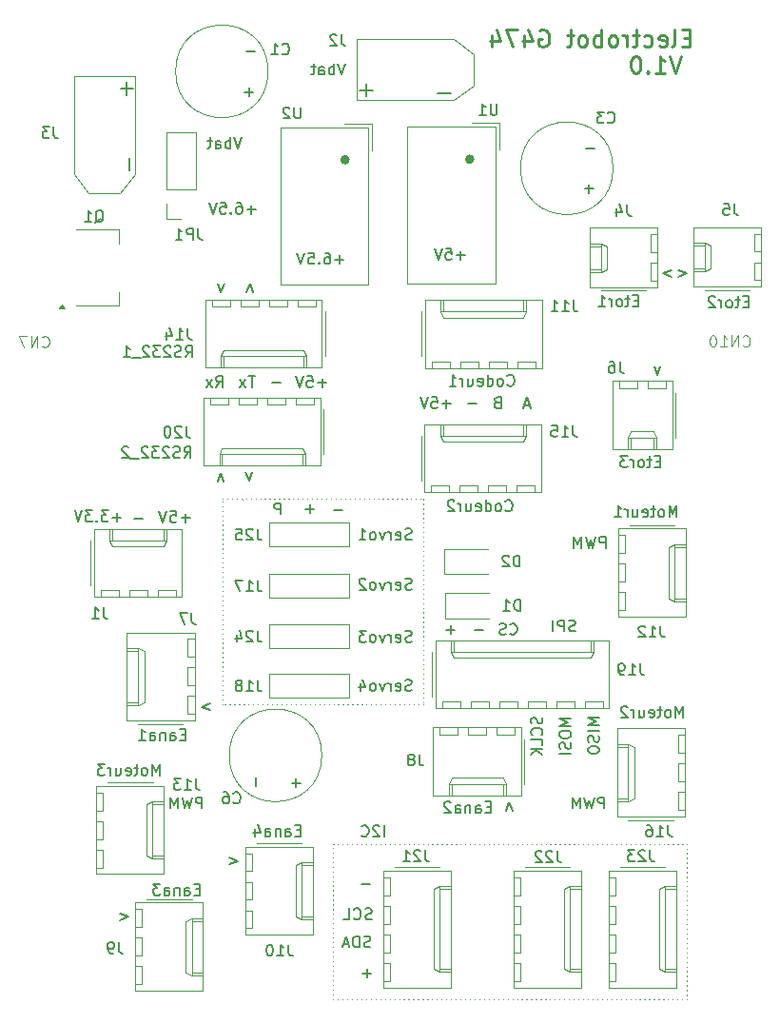
<source format=gbr>
%TF.GenerationSoftware,KiCad,Pcbnew,8.0.7-8.0.7-0~ubuntu22.04.1*%
%TF.CreationDate,2025-12-10T15:44:19+01:00*%
%TF.ProjectId,Electrobot-G474,456c6563-7472-46f6-926f-742d47343734,rev?*%
%TF.SameCoordinates,Original*%
%TF.FileFunction,Legend,Bot*%
%TF.FilePolarity,Positive*%
%FSLAX46Y46*%
G04 Gerber Fmt 4.6, Leading zero omitted, Abs format (unit mm)*
G04 Created by KiCad (PCBNEW 8.0.7-8.0.7-0~ubuntu22.04.1) date 2025-12-10 15:44:19*
%MOMM*%
%LPD*%
G01*
G04 APERTURE LIST*
%ADD10C,0.150000*%
%ADD11C,0.100000*%
%ADD12C,0.426431*%
%ADD13C,0.250000*%
%ADD14C,0.120000*%
G04 APERTURE END LIST*
D10*
X125763220Y-128718866D02*
X125001316Y-128718866D01*
X125382268Y-129099819D02*
X125382268Y-128337914D01*
X125643220Y-120828866D02*
X124881316Y-120828866D01*
X125700839Y-126362200D02*
X125557982Y-126409819D01*
X125557982Y-126409819D02*
X125319887Y-126409819D01*
X125319887Y-126409819D02*
X125224649Y-126362200D01*
X125224649Y-126362200D02*
X125177030Y-126314580D01*
X125177030Y-126314580D02*
X125129411Y-126219342D01*
X125129411Y-126219342D02*
X125129411Y-126124104D01*
X125129411Y-126124104D02*
X125177030Y-126028866D01*
X125177030Y-126028866D02*
X125224649Y-125981247D01*
X125224649Y-125981247D02*
X125319887Y-125933628D01*
X125319887Y-125933628D02*
X125510363Y-125886009D01*
X125510363Y-125886009D02*
X125605601Y-125838390D01*
X125605601Y-125838390D02*
X125653220Y-125790771D01*
X125653220Y-125790771D02*
X125700839Y-125695533D01*
X125700839Y-125695533D02*
X125700839Y-125600295D01*
X125700839Y-125600295D02*
X125653220Y-125505057D01*
X125653220Y-125505057D02*
X125605601Y-125457438D01*
X125605601Y-125457438D02*
X125510363Y-125409819D01*
X125510363Y-125409819D02*
X125272268Y-125409819D01*
X125272268Y-125409819D02*
X125129411Y-125457438D01*
X124700839Y-126409819D02*
X124700839Y-125409819D01*
X124700839Y-125409819D02*
X124462744Y-125409819D01*
X124462744Y-125409819D02*
X124319887Y-125457438D01*
X124319887Y-125457438D02*
X124224649Y-125552676D01*
X124224649Y-125552676D02*
X124177030Y-125647914D01*
X124177030Y-125647914D02*
X124129411Y-125838390D01*
X124129411Y-125838390D02*
X124129411Y-125981247D01*
X124129411Y-125981247D02*
X124177030Y-126171723D01*
X124177030Y-126171723D02*
X124224649Y-126266961D01*
X124224649Y-126266961D02*
X124319887Y-126362200D01*
X124319887Y-126362200D02*
X124462744Y-126409819D01*
X124462744Y-126409819D02*
X124700839Y-126409819D01*
X123748458Y-126124104D02*
X123272268Y-126124104D01*
X123843696Y-126409819D02*
X123510363Y-125409819D01*
X123510363Y-125409819D02*
X123177030Y-126409819D01*
X125810839Y-123902200D02*
X125667982Y-123949819D01*
X125667982Y-123949819D02*
X125429887Y-123949819D01*
X125429887Y-123949819D02*
X125334649Y-123902200D01*
X125334649Y-123902200D02*
X125287030Y-123854580D01*
X125287030Y-123854580D02*
X125239411Y-123759342D01*
X125239411Y-123759342D02*
X125239411Y-123664104D01*
X125239411Y-123664104D02*
X125287030Y-123568866D01*
X125287030Y-123568866D02*
X125334649Y-123521247D01*
X125334649Y-123521247D02*
X125429887Y-123473628D01*
X125429887Y-123473628D02*
X125620363Y-123426009D01*
X125620363Y-123426009D02*
X125715601Y-123378390D01*
X125715601Y-123378390D02*
X125763220Y-123330771D01*
X125763220Y-123330771D02*
X125810839Y-123235533D01*
X125810839Y-123235533D02*
X125810839Y-123140295D01*
X125810839Y-123140295D02*
X125763220Y-123045057D01*
X125763220Y-123045057D02*
X125715601Y-122997438D01*
X125715601Y-122997438D02*
X125620363Y-122949819D01*
X125620363Y-122949819D02*
X125382268Y-122949819D01*
X125382268Y-122949819D02*
X125239411Y-122997438D01*
X124239411Y-123854580D02*
X124287030Y-123902200D01*
X124287030Y-123902200D02*
X124429887Y-123949819D01*
X124429887Y-123949819D02*
X124525125Y-123949819D01*
X124525125Y-123949819D02*
X124667982Y-123902200D01*
X124667982Y-123902200D02*
X124763220Y-123806961D01*
X124763220Y-123806961D02*
X124810839Y-123711723D01*
X124810839Y-123711723D02*
X124858458Y-123521247D01*
X124858458Y-123521247D02*
X124858458Y-123378390D01*
X124858458Y-123378390D02*
X124810839Y-123187914D01*
X124810839Y-123187914D02*
X124763220Y-123092676D01*
X124763220Y-123092676D02*
X124667982Y-122997438D01*
X124667982Y-122997438D02*
X124525125Y-122949819D01*
X124525125Y-122949819D02*
X124429887Y-122949819D01*
X124429887Y-122949819D02*
X124287030Y-122997438D01*
X124287030Y-122997438D02*
X124239411Y-123045057D01*
X123334649Y-123949819D02*
X123810839Y-123949819D01*
X123810839Y-123949819D02*
X123810839Y-122949819D01*
X126923220Y-116569819D02*
X126923220Y-115569819D01*
X126494649Y-115665057D02*
X126447030Y-115617438D01*
X126447030Y-115617438D02*
X126351792Y-115569819D01*
X126351792Y-115569819D02*
X126113697Y-115569819D01*
X126113697Y-115569819D02*
X126018459Y-115617438D01*
X126018459Y-115617438D02*
X125970840Y-115665057D01*
X125970840Y-115665057D02*
X125923221Y-115760295D01*
X125923221Y-115760295D02*
X125923221Y-115855533D01*
X125923221Y-115855533D02*
X125970840Y-115998390D01*
X125970840Y-115998390D02*
X126542268Y-116569819D01*
X126542268Y-116569819D02*
X125923221Y-116569819D01*
X124923221Y-116474580D02*
X124970840Y-116522200D01*
X124970840Y-116522200D02*
X125113697Y-116569819D01*
X125113697Y-116569819D02*
X125208935Y-116569819D01*
X125208935Y-116569819D02*
X125351792Y-116522200D01*
X125351792Y-116522200D02*
X125447030Y-116426961D01*
X125447030Y-116426961D02*
X125494649Y-116331723D01*
X125494649Y-116331723D02*
X125542268Y-116141247D01*
X125542268Y-116141247D02*
X125542268Y-115998390D01*
X125542268Y-115998390D02*
X125494649Y-115807914D01*
X125494649Y-115807914D02*
X125447030Y-115712676D01*
X125447030Y-115712676D02*
X125351792Y-115617438D01*
X125351792Y-115617438D02*
X125208935Y-115569819D01*
X125208935Y-115569819D02*
X125113697Y-115569819D01*
X125113697Y-115569819D02*
X124970840Y-115617438D01*
X124970840Y-115617438D02*
X124923221Y-115665057D01*
X138131792Y-98514580D02*
X138179411Y-98562200D01*
X138179411Y-98562200D02*
X138322268Y-98609819D01*
X138322268Y-98609819D02*
X138417506Y-98609819D01*
X138417506Y-98609819D02*
X138560363Y-98562200D01*
X138560363Y-98562200D02*
X138655601Y-98466961D01*
X138655601Y-98466961D02*
X138703220Y-98371723D01*
X138703220Y-98371723D02*
X138750839Y-98181247D01*
X138750839Y-98181247D02*
X138750839Y-98038390D01*
X138750839Y-98038390D02*
X138703220Y-97847914D01*
X138703220Y-97847914D02*
X138655601Y-97752676D01*
X138655601Y-97752676D02*
X138560363Y-97657438D01*
X138560363Y-97657438D02*
X138417506Y-97609819D01*
X138417506Y-97609819D02*
X138322268Y-97609819D01*
X138322268Y-97609819D02*
X138179411Y-97657438D01*
X138179411Y-97657438D02*
X138131792Y-97705057D01*
X137750839Y-98562200D02*
X137607982Y-98609819D01*
X137607982Y-98609819D02*
X137369887Y-98609819D01*
X137369887Y-98609819D02*
X137274649Y-98562200D01*
X137274649Y-98562200D02*
X137227030Y-98514580D01*
X137227030Y-98514580D02*
X137179411Y-98419342D01*
X137179411Y-98419342D02*
X137179411Y-98324104D01*
X137179411Y-98324104D02*
X137227030Y-98228866D01*
X137227030Y-98228866D02*
X137274649Y-98181247D01*
X137274649Y-98181247D02*
X137369887Y-98133628D01*
X137369887Y-98133628D02*
X137560363Y-98086009D01*
X137560363Y-98086009D02*
X137655601Y-98038390D01*
X137655601Y-98038390D02*
X137703220Y-97990771D01*
X137703220Y-97990771D02*
X137750839Y-97895533D01*
X137750839Y-97895533D02*
X137750839Y-97800295D01*
X137750839Y-97800295D02*
X137703220Y-97705057D01*
X137703220Y-97705057D02*
X137655601Y-97657438D01*
X137655601Y-97657438D02*
X137560363Y-97609819D01*
X137560363Y-97609819D02*
X137322268Y-97609819D01*
X137322268Y-97609819D02*
X137179411Y-97657438D01*
X135753220Y-98178866D02*
X134991316Y-98178866D01*
X133243220Y-98168866D02*
X132481316Y-98168866D01*
X132862268Y-98549819D02*
X132862268Y-97787914D01*
X143950839Y-98262200D02*
X143807982Y-98309819D01*
X143807982Y-98309819D02*
X143569887Y-98309819D01*
X143569887Y-98309819D02*
X143474649Y-98262200D01*
X143474649Y-98262200D02*
X143427030Y-98214580D01*
X143427030Y-98214580D02*
X143379411Y-98119342D01*
X143379411Y-98119342D02*
X143379411Y-98024104D01*
X143379411Y-98024104D02*
X143427030Y-97928866D01*
X143427030Y-97928866D02*
X143474649Y-97881247D01*
X143474649Y-97881247D02*
X143569887Y-97833628D01*
X143569887Y-97833628D02*
X143760363Y-97786009D01*
X143760363Y-97786009D02*
X143855601Y-97738390D01*
X143855601Y-97738390D02*
X143903220Y-97690771D01*
X143903220Y-97690771D02*
X143950839Y-97595533D01*
X143950839Y-97595533D02*
X143950839Y-97500295D01*
X143950839Y-97500295D02*
X143903220Y-97405057D01*
X143903220Y-97405057D02*
X143855601Y-97357438D01*
X143855601Y-97357438D02*
X143760363Y-97309819D01*
X143760363Y-97309819D02*
X143522268Y-97309819D01*
X143522268Y-97309819D02*
X143379411Y-97357438D01*
X142950839Y-98309819D02*
X142950839Y-97309819D01*
X142950839Y-97309819D02*
X142569887Y-97309819D01*
X142569887Y-97309819D02*
X142474649Y-97357438D01*
X142474649Y-97357438D02*
X142427030Y-97405057D01*
X142427030Y-97405057D02*
X142379411Y-97500295D01*
X142379411Y-97500295D02*
X142379411Y-97643152D01*
X142379411Y-97643152D02*
X142427030Y-97738390D01*
X142427030Y-97738390D02*
X142474649Y-97786009D01*
X142474649Y-97786009D02*
X142569887Y-97833628D01*
X142569887Y-97833628D02*
X142950839Y-97833628D01*
X141950839Y-98309819D02*
X141950839Y-97309819D01*
X140962200Y-105939160D02*
X141009819Y-106082017D01*
X141009819Y-106082017D02*
X141009819Y-106320112D01*
X141009819Y-106320112D02*
X140962200Y-106415350D01*
X140962200Y-106415350D02*
X140914580Y-106462969D01*
X140914580Y-106462969D02*
X140819342Y-106510588D01*
X140819342Y-106510588D02*
X140724104Y-106510588D01*
X140724104Y-106510588D02*
X140628866Y-106462969D01*
X140628866Y-106462969D02*
X140581247Y-106415350D01*
X140581247Y-106415350D02*
X140533628Y-106320112D01*
X140533628Y-106320112D02*
X140486009Y-106129636D01*
X140486009Y-106129636D02*
X140438390Y-106034398D01*
X140438390Y-106034398D02*
X140390771Y-105986779D01*
X140390771Y-105986779D02*
X140295533Y-105939160D01*
X140295533Y-105939160D02*
X140200295Y-105939160D01*
X140200295Y-105939160D02*
X140105057Y-105986779D01*
X140105057Y-105986779D02*
X140057438Y-106034398D01*
X140057438Y-106034398D02*
X140009819Y-106129636D01*
X140009819Y-106129636D02*
X140009819Y-106367731D01*
X140009819Y-106367731D02*
X140057438Y-106510588D01*
X140914580Y-107510588D02*
X140962200Y-107462969D01*
X140962200Y-107462969D02*
X141009819Y-107320112D01*
X141009819Y-107320112D02*
X141009819Y-107224874D01*
X141009819Y-107224874D02*
X140962200Y-107082017D01*
X140962200Y-107082017D02*
X140866961Y-106986779D01*
X140866961Y-106986779D02*
X140771723Y-106939160D01*
X140771723Y-106939160D02*
X140581247Y-106891541D01*
X140581247Y-106891541D02*
X140438390Y-106891541D01*
X140438390Y-106891541D02*
X140247914Y-106939160D01*
X140247914Y-106939160D02*
X140152676Y-106986779D01*
X140152676Y-106986779D02*
X140057438Y-107082017D01*
X140057438Y-107082017D02*
X140009819Y-107224874D01*
X140009819Y-107224874D02*
X140009819Y-107320112D01*
X140009819Y-107320112D02*
X140057438Y-107462969D01*
X140057438Y-107462969D02*
X140105057Y-107510588D01*
X141009819Y-108415350D02*
X141009819Y-107939160D01*
X141009819Y-107939160D02*
X140009819Y-107939160D01*
X141009819Y-108748684D02*
X140009819Y-108748684D01*
X141009819Y-109320112D02*
X140438390Y-108891541D01*
X140009819Y-109320112D02*
X140581247Y-108748684D01*
X143539819Y-106036779D02*
X142539819Y-106036779D01*
X142539819Y-106036779D02*
X143254104Y-106370112D01*
X143254104Y-106370112D02*
X142539819Y-106703445D01*
X142539819Y-106703445D02*
X143539819Y-106703445D01*
X142539819Y-107370112D02*
X142539819Y-107560588D01*
X142539819Y-107560588D02*
X142587438Y-107655826D01*
X142587438Y-107655826D02*
X142682676Y-107751064D01*
X142682676Y-107751064D02*
X142873152Y-107798683D01*
X142873152Y-107798683D02*
X143206485Y-107798683D01*
X143206485Y-107798683D02*
X143396961Y-107751064D01*
X143396961Y-107751064D02*
X143492200Y-107655826D01*
X143492200Y-107655826D02*
X143539819Y-107560588D01*
X143539819Y-107560588D02*
X143539819Y-107370112D01*
X143539819Y-107370112D02*
X143492200Y-107274874D01*
X143492200Y-107274874D02*
X143396961Y-107179636D01*
X143396961Y-107179636D02*
X143206485Y-107132017D01*
X143206485Y-107132017D02*
X142873152Y-107132017D01*
X142873152Y-107132017D02*
X142682676Y-107179636D01*
X142682676Y-107179636D02*
X142587438Y-107274874D01*
X142587438Y-107274874D02*
X142539819Y-107370112D01*
X143492200Y-108179636D02*
X143539819Y-108322493D01*
X143539819Y-108322493D02*
X143539819Y-108560588D01*
X143539819Y-108560588D02*
X143492200Y-108655826D01*
X143492200Y-108655826D02*
X143444580Y-108703445D01*
X143444580Y-108703445D02*
X143349342Y-108751064D01*
X143349342Y-108751064D02*
X143254104Y-108751064D01*
X143254104Y-108751064D02*
X143158866Y-108703445D01*
X143158866Y-108703445D02*
X143111247Y-108655826D01*
X143111247Y-108655826D02*
X143063628Y-108560588D01*
X143063628Y-108560588D02*
X143016009Y-108370112D01*
X143016009Y-108370112D02*
X142968390Y-108274874D01*
X142968390Y-108274874D02*
X142920771Y-108227255D01*
X142920771Y-108227255D02*
X142825533Y-108179636D01*
X142825533Y-108179636D02*
X142730295Y-108179636D01*
X142730295Y-108179636D02*
X142635057Y-108227255D01*
X142635057Y-108227255D02*
X142587438Y-108274874D01*
X142587438Y-108274874D02*
X142539819Y-108370112D01*
X142539819Y-108370112D02*
X142539819Y-108608207D01*
X142539819Y-108608207D02*
X142587438Y-108751064D01*
X143539819Y-109179636D02*
X142539819Y-109179636D01*
X146069819Y-106006779D02*
X145069819Y-106006779D01*
X145069819Y-106006779D02*
X145784104Y-106340112D01*
X145784104Y-106340112D02*
X145069819Y-106673445D01*
X145069819Y-106673445D02*
X146069819Y-106673445D01*
X146069819Y-107149636D02*
X145069819Y-107149636D01*
X146022200Y-107578207D02*
X146069819Y-107721064D01*
X146069819Y-107721064D02*
X146069819Y-107959159D01*
X146069819Y-107959159D02*
X146022200Y-108054397D01*
X146022200Y-108054397D02*
X145974580Y-108102016D01*
X145974580Y-108102016D02*
X145879342Y-108149635D01*
X145879342Y-108149635D02*
X145784104Y-108149635D01*
X145784104Y-108149635D02*
X145688866Y-108102016D01*
X145688866Y-108102016D02*
X145641247Y-108054397D01*
X145641247Y-108054397D02*
X145593628Y-107959159D01*
X145593628Y-107959159D02*
X145546009Y-107768683D01*
X145546009Y-107768683D02*
X145498390Y-107673445D01*
X145498390Y-107673445D02*
X145450771Y-107625826D01*
X145450771Y-107625826D02*
X145355533Y-107578207D01*
X145355533Y-107578207D02*
X145260295Y-107578207D01*
X145260295Y-107578207D02*
X145165057Y-107625826D01*
X145165057Y-107625826D02*
X145117438Y-107673445D01*
X145117438Y-107673445D02*
X145069819Y-107768683D01*
X145069819Y-107768683D02*
X145069819Y-108006778D01*
X145069819Y-108006778D02*
X145117438Y-108149635D01*
X145069819Y-108768683D02*
X145069819Y-108959159D01*
X145069819Y-108959159D02*
X145117438Y-109054397D01*
X145117438Y-109054397D02*
X145212676Y-109149635D01*
X145212676Y-109149635D02*
X145403152Y-109197254D01*
X145403152Y-109197254D02*
X145736485Y-109197254D01*
X145736485Y-109197254D02*
X145926961Y-109149635D01*
X145926961Y-109149635D02*
X146022200Y-109054397D01*
X146022200Y-109054397D02*
X146069819Y-108959159D01*
X146069819Y-108959159D02*
X146069819Y-108768683D01*
X146069819Y-108768683D02*
X146022200Y-108673445D01*
X146022200Y-108673445D02*
X145926961Y-108578207D01*
X145926961Y-108578207D02*
X145736485Y-108530588D01*
X145736485Y-108530588D02*
X145403152Y-108530588D01*
X145403152Y-108530588D02*
X145212676Y-108578207D01*
X145212676Y-108578207D02*
X145117438Y-108673445D01*
X145117438Y-108673445D02*
X145069819Y-108768683D01*
X111448684Y-105296847D02*
X110686779Y-105011133D01*
X110686779Y-105011133D02*
X111448684Y-104725419D01*
X109233220Y-107466009D02*
X108899887Y-107466009D01*
X108757030Y-107989819D02*
X109233220Y-107989819D01*
X109233220Y-107989819D02*
X109233220Y-106989819D01*
X109233220Y-106989819D02*
X108757030Y-106989819D01*
X107899887Y-107989819D02*
X107899887Y-107466009D01*
X107899887Y-107466009D02*
X107947506Y-107370771D01*
X107947506Y-107370771D02*
X108042744Y-107323152D01*
X108042744Y-107323152D02*
X108233220Y-107323152D01*
X108233220Y-107323152D02*
X108328458Y-107370771D01*
X107899887Y-107942200D02*
X107995125Y-107989819D01*
X107995125Y-107989819D02*
X108233220Y-107989819D01*
X108233220Y-107989819D02*
X108328458Y-107942200D01*
X108328458Y-107942200D02*
X108376077Y-107846961D01*
X108376077Y-107846961D02*
X108376077Y-107751723D01*
X108376077Y-107751723D02*
X108328458Y-107656485D01*
X108328458Y-107656485D02*
X108233220Y-107608866D01*
X108233220Y-107608866D02*
X107995125Y-107608866D01*
X107995125Y-107608866D02*
X107899887Y-107561247D01*
X107423696Y-107323152D02*
X107423696Y-107989819D01*
X107423696Y-107418390D02*
X107376077Y-107370771D01*
X107376077Y-107370771D02*
X107280839Y-107323152D01*
X107280839Y-107323152D02*
X107137982Y-107323152D01*
X107137982Y-107323152D02*
X107042744Y-107370771D01*
X107042744Y-107370771D02*
X106995125Y-107466009D01*
X106995125Y-107466009D02*
X106995125Y-107989819D01*
X106090363Y-107989819D02*
X106090363Y-107466009D01*
X106090363Y-107466009D02*
X106137982Y-107370771D01*
X106137982Y-107370771D02*
X106233220Y-107323152D01*
X106233220Y-107323152D02*
X106423696Y-107323152D01*
X106423696Y-107323152D02*
X106518934Y-107370771D01*
X106090363Y-107942200D02*
X106185601Y-107989819D01*
X106185601Y-107989819D02*
X106423696Y-107989819D01*
X106423696Y-107989819D02*
X106518934Y-107942200D01*
X106518934Y-107942200D02*
X106566553Y-107846961D01*
X106566553Y-107846961D02*
X106566553Y-107751723D01*
X106566553Y-107751723D02*
X106518934Y-107656485D01*
X106518934Y-107656485D02*
X106423696Y-107608866D01*
X106423696Y-107608866D02*
X106185601Y-107608866D01*
X106185601Y-107608866D02*
X106090363Y-107561247D01*
X105090363Y-107989819D02*
X105661791Y-107989819D01*
X105376077Y-107989819D02*
X105376077Y-106989819D01*
X105376077Y-106989819D02*
X105471315Y-107132676D01*
X105471315Y-107132676D02*
X105566553Y-107227914D01*
X105566553Y-107227914D02*
X105661791Y-107275533D01*
X105463220Y-88268866D02*
X104701316Y-88268866D01*
X103523220Y-88168866D02*
X102761316Y-88168866D01*
X103142268Y-88549819D02*
X103142268Y-87787914D01*
X102380363Y-87549819D02*
X101761316Y-87549819D01*
X101761316Y-87549819D02*
X102094649Y-87930771D01*
X102094649Y-87930771D02*
X101951792Y-87930771D01*
X101951792Y-87930771D02*
X101856554Y-87978390D01*
X101856554Y-87978390D02*
X101808935Y-88026009D01*
X101808935Y-88026009D02*
X101761316Y-88121247D01*
X101761316Y-88121247D02*
X101761316Y-88359342D01*
X101761316Y-88359342D02*
X101808935Y-88454580D01*
X101808935Y-88454580D02*
X101856554Y-88502200D01*
X101856554Y-88502200D02*
X101951792Y-88549819D01*
X101951792Y-88549819D02*
X102237506Y-88549819D01*
X102237506Y-88549819D02*
X102332744Y-88502200D01*
X102332744Y-88502200D02*
X102380363Y-88454580D01*
X101332744Y-88454580D02*
X101285125Y-88502200D01*
X101285125Y-88502200D02*
X101332744Y-88549819D01*
X101332744Y-88549819D02*
X101380363Y-88502200D01*
X101380363Y-88502200D02*
X101332744Y-88454580D01*
X101332744Y-88454580D02*
X101332744Y-88549819D01*
X100951792Y-87549819D02*
X100332745Y-87549819D01*
X100332745Y-87549819D02*
X100666078Y-87930771D01*
X100666078Y-87930771D02*
X100523221Y-87930771D01*
X100523221Y-87930771D02*
X100427983Y-87978390D01*
X100427983Y-87978390D02*
X100380364Y-88026009D01*
X100380364Y-88026009D02*
X100332745Y-88121247D01*
X100332745Y-88121247D02*
X100332745Y-88359342D01*
X100332745Y-88359342D02*
X100380364Y-88454580D01*
X100380364Y-88454580D02*
X100427983Y-88502200D01*
X100427983Y-88502200D02*
X100523221Y-88549819D01*
X100523221Y-88549819D02*
X100808935Y-88549819D01*
X100808935Y-88549819D02*
X100904173Y-88502200D01*
X100904173Y-88502200D02*
X100951792Y-88454580D01*
X100047030Y-87549819D02*
X99713697Y-88549819D01*
X99713697Y-88549819D02*
X99380364Y-87549819D01*
X109623220Y-88208866D02*
X108861316Y-88208866D01*
X109242268Y-88589819D02*
X109242268Y-87827914D01*
X107908935Y-87589819D02*
X108385125Y-87589819D01*
X108385125Y-87589819D02*
X108432744Y-88066009D01*
X108432744Y-88066009D02*
X108385125Y-88018390D01*
X108385125Y-88018390D02*
X108289887Y-87970771D01*
X108289887Y-87970771D02*
X108051792Y-87970771D01*
X108051792Y-87970771D02*
X107956554Y-88018390D01*
X107956554Y-88018390D02*
X107908935Y-88066009D01*
X107908935Y-88066009D02*
X107861316Y-88161247D01*
X107861316Y-88161247D02*
X107861316Y-88399342D01*
X107861316Y-88399342D02*
X107908935Y-88494580D01*
X107908935Y-88494580D02*
X107956554Y-88542200D01*
X107956554Y-88542200D02*
X108051792Y-88589819D01*
X108051792Y-88589819D02*
X108289887Y-88589819D01*
X108289887Y-88589819D02*
X108385125Y-88542200D01*
X108385125Y-88542200D02*
X108432744Y-88494580D01*
X107575601Y-87589819D02*
X107242268Y-88589819D01*
X107242268Y-88589819D02*
X106908935Y-87589819D01*
X137763152Y-114268684D02*
X138048866Y-113506779D01*
X138048866Y-113506779D02*
X138334580Y-114268684D01*
X136403220Y-113926009D02*
X136069887Y-113926009D01*
X135927030Y-114449819D02*
X136403220Y-114449819D01*
X136403220Y-114449819D02*
X136403220Y-113449819D01*
X136403220Y-113449819D02*
X135927030Y-113449819D01*
X135069887Y-114449819D02*
X135069887Y-113926009D01*
X135069887Y-113926009D02*
X135117506Y-113830771D01*
X135117506Y-113830771D02*
X135212744Y-113783152D01*
X135212744Y-113783152D02*
X135403220Y-113783152D01*
X135403220Y-113783152D02*
X135498458Y-113830771D01*
X135069887Y-114402200D02*
X135165125Y-114449819D01*
X135165125Y-114449819D02*
X135403220Y-114449819D01*
X135403220Y-114449819D02*
X135498458Y-114402200D01*
X135498458Y-114402200D02*
X135546077Y-114306961D01*
X135546077Y-114306961D02*
X135546077Y-114211723D01*
X135546077Y-114211723D02*
X135498458Y-114116485D01*
X135498458Y-114116485D02*
X135403220Y-114068866D01*
X135403220Y-114068866D02*
X135165125Y-114068866D01*
X135165125Y-114068866D02*
X135069887Y-114021247D01*
X134593696Y-113783152D02*
X134593696Y-114449819D01*
X134593696Y-113878390D02*
X134546077Y-113830771D01*
X134546077Y-113830771D02*
X134450839Y-113783152D01*
X134450839Y-113783152D02*
X134307982Y-113783152D01*
X134307982Y-113783152D02*
X134212744Y-113830771D01*
X134212744Y-113830771D02*
X134165125Y-113926009D01*
X134165125Y-113926009D02*
X134165125Y-114449819D01*
X133260363Y-114449819D02*
X133260363Y-113926009D01*
X133260363Y-113926009D02*
X133307982Y-113830771D01*
X133307982Y-113830771D02*
X133403220Y-113783152D01*
X133403220Y-113783152D02*
X133593696Y-113783152D01*
X133593696Y-113783152D02*
X133688934Y-113830771D01*
X133260363Y-114402200D02*
X133355601Y-114449819D01*
X133355601Y-114449819D02*
X133593696Y-114449819D01*
X133593696Y-114449819D02*
X133688934Y-114402200D01*
X133688934Y-114402200D02*
X133736553Y-114306961D01*
X133736553Y-114306961D02*
X133736553Y-114211723D01*
X133736553Y-114211723D02*
X133688934Y-114116485D01*
X133688934Y-114116485D02*
X133593696Y-114068866D01*
X133593696Y-114068866D02*
X133355601Y-114068866D01*
X133355601Y-114068866D02*
X133260363Y-114021247D01*
X132831791Y-113545057D02*
X132784172Y-113497438D01*
X132784172Y-113497438D02*
X132688934Y-113449819D01*
X132688934Y-113449819D02*
X132450839Y-113449819D01*
X132450839Y-113449819D02*
X132355601Y-113497438D01*
X132355601Y-113497438D02*
X132307982Y-113545057D01*
X132307982Y-113545057D02*
X132260363Y-113640295D01*
X132260363Y-113640295D02*
X132260363Y-113735533D01*
X132260363Y-113735533D02*
X132307982Y-113878390D01*
X132307982Y-113878390D02*
X132879410Y-114449819D01*
X132879410Y-114449819D02*
X132260363Y-114449819D01*
X103421316Y-123403152D02*
X104183220Y-123688866D01*
X104183220Y-123688866D02*
X103421316Y-123974580D01*
X113161316Y-118463152D02*
X113923220Y-118748866D01*
X113923220Y-118748866D02*
X113161316Y-119034580D01*
X119483220Y-115996009D02*
X119149887Y-115996009D01*
X119007030Y-116519819D02*
X119483220Y-116519819D01*
X119483220Y-116519819D02*
X119483220Y-115519819D01*
X119483220Y-115519819D02*
X119007030Y-115519819D01*
X118149887Y-116519819D02*
X118149887Y-115996009D01*
X118149887Y-115996009D02*
X118197506Y-115900771D01*
X118197506Y-115900771D02*
X118292744Y-115853152D01*
X118292744Y-115853152D02*
X118483220Y-115853152D01*
X118483220Y-115853152D02*
X118578458Y-115900771D01*
X118149887Y-116472200D02*
X118245125Y-116519819D01*
X118245125Y-116519819D02*
X118483220Y-116519819D01*
X118483220Y-116519819D02*
X118578458Y-116472200D01*
X118578458Y-116472200D02*
X118626077Y-116376961D01*
X118626077Y-116376961D02*
X118626077Y-116281723D01*
X118626077Y-116281723D02*
X118578458Y-116186485D01*
X118578458Y-116186485D02*
X118483220Y-116138866D01*
X118483220Y-116138866D02*
X118245125Y-116138866D01*
X118245125Y-116138866D02*
X118149887Y-116091247D01*
X117673696Y-115853152D02*
X117673696Y-116519819D01*
X117673696Y-115948390D02*
X117626077Y-115900771D01*
X117626077Y-115900771D02*
X117530839Y-115853152D01*
X117530839Y-115853152D02*
X117387982Y-115853152D01*
X117387982Y-115853152D02*
X117292744Y-115900771D01*
X117292744Y-115900771D02*
X117245125Y-115996009D01*
X117245125Y-115996009D02*
X117245125Y-116519819D01*
X116340363Y-116519819D02*
X116340363Y-115996009D01*
X116340363Y-115996009D02*
X116387982Y-115900771D01*
X116387982Y-115900771D02*
X116483220Y-115853152D01*
X116483220Y-115853152D02*
X116673696Y-115853152D01*
X116673696Y-115853152D02*
X116768934Y-115900771D01*
X116340363Y-116472200D02*
X116435601Y-116519819D01*
X116435601Y-116519819D02*
X116673696Y-116519819D01*
X116673696Y-116519819D02*
X116768934Y-116472200D01*
X116768934Y-116472200D02*
X116816553Y-116376961D01*
X116816553Y-116376961D02*
X116816553Y-116281723D01*
X116816553Y-116281723D02*
X116768934Y-116186485D01*
X116768934Y-116186485D02*
X116673696Y-116138866D01*
X116673696Y-116138866D02*
X116435601Y-116138866D01*
X116435601Y-116138866D02*
X116340363Y-116091247D01*
X115435601Y-115853152D02*
X115435601Y-116519819D01*
X115673696Y-115472200D02*
X115911791Y-116186485D01*
X115911791Y-116186485D02*
X115292744Y-116186485D01*
X110503220Y-121246009D02*
X110169887Y-121246009D01*
X110027030Y-121769819D02*
X110503220Y-121769819D01*
X110503220Y-121769819D02*
X110503220Y-120769819D01*
X110503220Y-120769819D02*
X110027030Y-120769819D01*
X109169887Y-121769819D02*
X109169887Y-121246009D01*
X109169887Y-121246009D02*
X109217506Y-121150771D01*
X109217506Y-121150771D02*
X109312744Y-121103152D01*
X109312744Y-121103152D02*
X109503220Y-121103152D01*
X109503220Y-121103152D02*
X109598458Y-121150771D01*
X109169887Y-121722200D02*
X109265125Y-121769819D01*
X109265125Y-121769819D02*
X109503220Y-121769819D01*
X109503220Y-121769819D02*
X109598458Y-121722200D01*
X109598458Y-121722200D02*
X109646077Y-121626961D01*
X109646077Y-121626961D02*
X109646077Y-121531723D01*
X109646077Y-121531723D02*
X109598458Y-121436485D01*
X109598458Y-121436485D02*
X109503220Y-121388866D01*
X109503220Y-121388866D02*
X109265125Y-121388866D01*
X109265125Y-121388866D02*
X109169887Y-121341247D01*
X108693696Y-121103152D02*
X108693696Y-121769819D01*
X108693696Y-121198390D02*
X108646077Y-121150771D01*
X108646077Y-121150771D02*
X108550839Y-121103152D01*
X108550839Y-121103152D02*
X108407982Y-121103152D01*
X108407982Y-121103152D02*
X108312744Y-121150771D01*
X108312744Y-121150771D02*
X108265125Y-121246009D01*
X108265125Y-121246009D02*
X108265125Y-121769819D01*
X107360363Y-121769819D02*
X107360363Y-121246009D01*
X107360363Y-121246009D02*
X107407982Y-121150771D01*
X107407982Y-121150771D02*
X107503220Y-121103152D01*
X107503220Y-121103152D02*
X107693696Y-121103152D01*
X107693696Y-121103152D02*
X107788934Y-121150771D01*
X107360363Y-121722200D02*
X107455601Y-121769819D01*
X107455601Y-121769819D02*
X107693696Y-121769819D01*
X107693696Y-121769819D02*
X107788934Y-121722200D01*
X107788934Y-121722200D02*
X107836553Y-121626961D01*
X107836553Y-121626961D02*
X107836553Y-121531723D01*
X107836553Y-121531723D02*
X107788934Y-121436485D01*
X107788934Y-121436485D02*
X107693696Y-121388866D01*
X107693696Y-121388866D02*
X107455601Y-121388866D01*
X107455601Y-121388866D02*
X107360363Y-121341247D01*
X106979410Y-120769819D02*
X106360363Y-120769819D01*
X106360363Y-120769819D02*
X106693696Y-121150771D01*
X106693696Y-121150771D02*
X106550839Y-121150771D01*
X106550839Y-121150771D02*
X106455601Y-121198390D01*
X106455601Y-121198390D02*
X106407982Y-121246009D01*
X106407982Y-121246009D02*
X106360363Y-121341247D01*
X106360363Y-121341247D02*
X106360363Y-121579342D01*
X106360363Y-121579342D02*
X106407982Y-121674580D01*
X106407982Y-121674580D02*
X106455601Y-121722200D01*
X106455601Y-121722200D02*
X106550839Y-121769819D01*
X106550839Y-121769819D02*
X106836553Y-121769819D01*
X106836553Y-121769819D02*
X106931791Y-121722200D01*
X106931791Y-121722200D02*
X106979410Y-121674580D01*
X106953220Y-111119819D02*
X106953220Y-110119819D01*
X106953220Y-110119819D02*
X106619887Y-110834104D01*
X106619887Y-110834104D02*
X106286554Y-110119819D01*
X106286554Y-110119819D02*
X106286554Y-111119819D01*
X105667506Y-111119819D02*
X105762744Y-111072200D01*
X105762744Y-111072200D02*
X105810363Y-111024580D01*
X105810363Y-111024580D02*
X105857982Y-110929342D01*
X105857982Y-110929342D02*
X105857982Y-110643628D01*
X105857982Y-110643628D02*
X105810363Y-110548390D01*
X105810363Y-110548390D02*
X105762744Y-110500771D01*
X105762744Y-110500771D02*
X105667506Y-110453152D01*
X105667506Y-110453152D02*
X105524649Y-110453152D01*
X105524649Y-110453152D02*
X105429411Y-110500771D01*
X105429411Y-110500771D02*
X105381792Y-110548390D01*
X105381792Y-110548390D02*
X105334173Y-110643628D01*
X105334173Y-110643628D02*
X105334173Y-110929342D01*
X105334173Y-110929342D02*
X105381792Y-111024580D01*
X105381792Y-111024580D02*
X105429411Y-111072200D01*
X105429411Y-111072200D02*
X105524649Y-111119819D01*
X105524649Y-111119819D02*
X105667506Y-111119819D01*
X105048458Y-110453152D02*
X104667506Y-110453152D01*
X104905601Y-110119819D02*
X104905601Y-110976961D01*
X104905601Y-110976961D02*
X104857982Y-111072200D01*
X104857982Y-111072200D02*
X104762744Y-111119819D01*
X104762744Y-111119819D02*
X104667506Y-111119819D01*
X103953220Y-111072200D02*
X104048458Y-111119819D01*
X104048458Y-111119819D02*
X104238934Y-111119819D01*
X104238934Y-111119819D02*
X104334172Y-111072200D01*
X104334172Y-111072200D02*
X104381791Y-110976961D01*
X104381791Y-110976961D02*
X104381791Y-110596009D01*
X104381791Y-110596009D02*
X104334172Y-110500771D01*
X104334172Y-110500771D02*
X104238934Y-110453152D01*
X104238934Y-110453152D02*
X104048458Y-110453152D01*
X104048458Y-110453152D02*
X103953220Y-110500771D01*
X103953220Y-110500771D02*
X103905601Y-110596009D01*
X103905601Y-110596009D02*
X103905601Y-110691247D01*
X103905601Y-110691247D02*
X104381791Y-110786485D01*
X103048458Y-110453152D02*
X103048458Y-111119819D01*
X103477029Y-110453152D02*
X103477029Y-110976961D01*
X103477029Y-110976961D02*
X103429410Y-111072200D01*
X103429410Y-111072200D02*
X103334172Y-111119819D01*
X103334172Y-111119819D02*
X103191315Y-111119819D01*
X103191315Y-111119819D02*
X103096077Y-111072200D01*
X103096077Y-111072200D02*
X103048458Y-111024580D01*
X102572267Y-111119819D02*
X102572267Y-110453152D01*
X102572267Y-110643628D02*
X102524648Y-110548390D01*
X102524648Y-110548390D02*
X102477029Y-110500771D01*
X102477029Y-110500771D02*
X102381791Y-110453152D01*
X102381791Y-110453152D02*
X102286553Y-110453152D01*
X102048457Y-110119819D02*
X101429410Y-110119819D01*
X101429410Y-110119819D02*
X101762743Y-110500771D01*
X101762743Y-110500771D02*
X101619886Y-110500771D01*
X101619886Y-110500771D02*
X101524648Y-110548390D01*
X101524648Y-110548390D02*
X101477029Y-110596009D01*
X101477029Y-110596009D02*
X101429410Y-110691247D01*
X101429410Y-110691247D02*
X101429410Y-110929342D01*
X101429410Y-110929342D02*
X101477029Y-111024580D01*
X101477029Y-111024580D02*
X101524648Y-111072200D01*
X101524648Y-111072200D02*
X101619886Y-111119819D01*
X101619886Y-111119819D02*
X101905600Y-111119819D01*
X101905600Y-111119819D02*
X102000838Y-111072200D01*
X102000838Y-111072200D02*
X102048457Y-111024580D01*
X110723220Y-114049819D02*
X110723220Y-113049819D01*
X110723220Y-113049819D02*
X110342268Y-113049819D01*
X110342268Y-113049819D02*
X110247030Y-113097438D01*
X110247030Y-113097438D02*
X110199411Y-113145057D01*
X110199411Y-113145057D02*
X110151792Y-113240295D01*
X110151792Y-113240295D02*
X110151792Y-113383152D01*
X110151792Y-113383152D02*
X110199411Y-113478390D01*
X110199411Y-113478390D02*
X110247030Y-113526009D01*
X110247030Y-113526009D02*
X110342268Y-113573628D01*
X110342268Y-113573628D02*
X110723220Y-113573628D01*
X109818458Y-113049819D02*
X109580363Y-114049819D01*
X109580363Y-114049819D02*
X109389887Y-113335533D01*
X109389887Y-113335533D02*
X109199411Y-114049819D01*
X109199411Y-114049819D02*
X108961316Y-113049819D01*
X108580363Y-114049819D02*
X108580363Y-113049819D01*
X108580363Y-113049819D02*
X108247030Y-113764104D01*
X108247030Y-113764104D02*
X107913697Y-113049819D01*
X107913697Y-113049819D02*
X107913697Y-114049819D01*
X146513220Y-114049819D02*
X146513220Y-113049819D01*
X146513220Y-113049819D02*
X146132268Y-113049819D01*
X146132268Y-113049819D02*
X146037030Y-113097438D01*
X146037030Y-113097438D02*
X145989411Y-113145057D01*
X145989411Y-113145057D02*
X145941792Y-113240295D01*
X145941792Y-113240295D02*
X145941792Y-113383152D01*
X145941792Y-113383152D02*
X145989411Y-113478390D01*
X145989411Y-113478390D02*
X146037030Y-113526009D01*
X146037030Y-113526009D02*
X146132268Y-113573628D01*
X146132268Y-113573628D02*
X146513220Y-113573628D01*
X145608458Y-113049819D02*
X145370363Y-114049819D01*
X145370363Y-114049819D02*
X145179887Y-113335533D01*
X145179887Y-113335533D02*
X144989411Y-114049819D01*
X144989411Y-114049819D02*
X144751316Y-113049819D01*
X144370363Y-114049819D02*
X144370363Y-113049819D01*
X144370363Y-113049819D02*
X144037030Y-113764104D01*
X144037030Y-113764104D02*
X143703697Y-113049819D01*
X143703697Y-113049819D02*
X143703697Y-114049819D01*
X146623220Y-90879819D02*
X146623220Y-89879819D01*
X146623220Y-89879819D02*
X146242268Y-89879819D01*
X146242268Y-89879819D02*
X146147030Y-89927438D01*
X146147030Y-89927438D02*
X146099411Y-89975057D01*
X146099411Y-89975057D02*
X146051792Y-90070295D01*
X146051792Y-90070295D02*
X146051792Y-90213152D01*
X146051792Y-90213152D02*
X146099411Y-90308390D01*
X146099411Y-90308390D02*
X146147030Y-90356009D01*
X146147030Y-90356009D02*
X146242268Y-90403628D01*
X146242268Y-90403628D02*
X146623220Y-90403628D01*
X145718458Y-89879819D02*
X145480363Y-90879819D01*
X145480363Y-90879819D02*
X145289887Y-90165533D01*
X145289887Y-90165533D02*
X145099411Y-90879819D01*
X145099411Y-90879819D02*
X144861316Y-89879819D01*
X144480363Y-90879819D02*
X144480363Y-89879819D01*
X144480363Y-89879819D02*
X144147030Y-90594104D01*
X144147030Y-90594104D02*
X143813697Y-89879819D01*
X143813697Y-89879819D02*
X143813697Y-90879819D01*
X153533220Y-105959819D02*
X153533220Y-104959819D01*
X153533220Y-104959819D02*
X153199887Y-105674104D01*
X153199887Y-105674104D02*
X152866554Y-104959819D01*
X152866554Y-104959819D02*
X152866554Y-105959819D01*
X152247506Y-105959819D02*
X152342744Y-105912200D01*
X152342744Y-105912200D02*
X152390363Y-105864580D01*
X152390363Y-105864580D02*
X152437982Y-105769342D01*
X152437982Y-105769342D02*
X152437982Y-105483628D01*
X152437982Y-105483628D02*
X152390363Y-105388390D01*
X152390363Y-105388390D02*
X152342744Y-105340771D01*
X152342744Y-105340771D02*
X152247506Y-105293152D01*
X152247506Y-105293152D02*
X152104649Y-105293152D01*
X152104649Y-105293152D02*
X152009411Y-105340771D01*
X152009411Y-105340771D02*
X151961792Y-105388390D01*
X151961792Y-105388390D02*
X151914173Y-105483628D01*
X151914173Y-105483628D02*
X151914173Y-105769342D01*
X151914173Y-105769342D02*
X151961792Y-105864580D01*
X151961792Y-105864580D02*
X152009411Y-105912200D01*
X152009411Y-105912200D02*
X152104649Y-105959819D01*
X152104649Y-105959819D02*
X152247506Y-105959819D01*
X151628458Y-105293152D02*
X151247506Y-105293152D01*
X151485601Y-104959819D02*
X151485601Y-105816961D01*
X151485601Y-105816961D02*
X151437982Y-105912200D01*
X151437982Y-105912200D02*
X151342744Y-105959819D01*
X151342744Y-105959819D02*
X151247506Y-105959819D01*
X150533220Y-105912200D02*
X150628458Y-105959819D01*
X150628458Y-105959819D02*
X150818934Y-105959819D01*
X150818934Y-105959819D02*
X150914172Y-105912200D01*
X150914172Y-105912200D02*
X150961791Y-105816961D01*
X150961791Y-105816961D02*
X150961791Y-105436009D01*
X150961791Y-105436009D02*
X150914172Y-105340771D01*
X150914172Y-105340771D02*
X150818934Y-105293152D01*
X150818934Y-105293152D02*
X150628458Y-105293152D01*
X150628458Y-105293152D02*
X150533220Y-105340771D01*
X150533220Y-105340771D02*
X150485601Y-105436009D01*
X150485601Y-105436009D02*
X150485601Y-105531247D01*
X150485601Y-105531247D02*
X150961791Y-105626485D01*
X149628458Y-105293152D02*
X149628458Y-105959819D01*
X150057029Y-105293152D02*
X150057029Y-105816961D01*
X150057029Y-105816961D02*
X150009410Y-105912200D01*
X150009410Y-105912200D02*
X149914172Y-105959819D01*
X149914172Y-105959819D02*
X149771315Y-105959819D01*
X149771315Y-105959819D02*
X149676077Y-105912200D01*
X149676077Y-105912200D02*
X149628458Y-105864580D01*
X149152267Y-105959819D02*
X149152267Y-105293152D01*
X149152267Y-105483628D02*
X149104648Y-105388390D01*
X149104648Y-105388390D02*
X149057029Y-105340771D01*
X149057029Y-105340771D02*
X148961791Y-105293152D01*
X148961791Y-105293152D02*
X148866553Y-105293152D01*
X148580838Y-105055057D02*
X148533219Y-105007438D01*
X148533219Y-105007438D02*
X148437981Y-104959819D01*
X148437981Y-104959819D02*
X148199886Y-104959819D01*
X148199886Y-104959819D02*
X148104648Y-105007438D01*
X148104648Y-105007438D02*
X148057029Y-105055057D01*
X148057029Y-105055057D02*
X148009410Y-105150295D01*
X148009410Y-105150295D02*
X148009410Y-105245533D01*
X148009410Y-105245533D02*
X148057029Y-105388390D01*
X148057029Y-105388390D02*
X148628457Y-105959819D01*
X148628457Y-105959819D02*
X148009410Y-105959819D01*
X152963220Y-88129819D02*
X152963220Y-87129819D01*
X152963220Y-87129819D02*
X152629887Y-87844104D01*
X152629887Y-87844104D02*
X152296554Y-87129819D01*
X152296554Y-87129819D02*
X152296554Y-88129819D01*
X151677506Y-88129819D02*
X151772744Y-88082200D01*
X151772744Y-88082200D02*
X151820363Y-88034580D01*
X151820363Y-88034580D02*
X151867982Y-87939342D01*
X151867982Y-87939342D02*
X151867982Y-87653628D01*
X151867982Y-87653628D02*
X151820363Y-87558390D01*
X151820363Y-87558390D02*
X151772744Y-87510771D01*
X151772744Y-87510771D02*
X151677506Y-87463152D01*
X151677506Y-87463152D02*
X151534649Y-87463152D01*
X151534649Y-87463152D02*
X151439411Y-87510771D01*
X151439411Y-87510771D02*
X151391792Y-87558390D01*
X151391792Y-87558390D02*
X151344173Y-87653628D01*
X151344173Y-87653628D02*
X151344173Y-87939342D01*
X151344173Y-87939342D02*
X151391792Y-88034580D01*
X151391792Y-88034580D02*
X151439411Y-88082200D01*
X151439411Y-88082200D02*
X151534649Y-88129819D01*
X151534649Y-88129819D02*
X151677506Y-88129819D01*
X151058458Y-87463152D02*
X150677506Y-87463152D01*
X150915601Y-87129819D02*
X150915601Y-87986961D01*
X150915601Y-87986961D02*
X150867982Y-88082200D01*
X150867982Y-88082200D02*
X150772744Y-88129819D01*
X150772744Y-88129819D02*
X150677506Y-88129819D01*
X149963220Y-88082200D02*
X150058458Y-88129819D01*
X150058458Y-88129819D02*
X150248934Y-88129819D01*
X150248934Y-88129819D02*
X150344172Y-88082200D01*
X150344172Y-88082200D02*
X150391791Y-87986961D01*
X150391791Y-87986961D02*
X150391791Y-87606009D01*
X150391791Y-87606009D02*
X150344172Y-87510771D01*
X150344172Y-87510771D02*
X150248934Y-87463152D01*
X150248934Y-87463152D02*
X150058458Y-87463152D01*
X150058458Y-87463152D02*
X149963220Y-87510771D01*
X149963220Y-87510771D02*
X149915601Y-87606009D01*
X149915601Y-87606009D02*
X149915601Y-87701247D01*
X149915601Y-87701247D02*
X150391791Y-87796485D01*
X149058458Y-87463152D02*
X149058458Y-88129819D01*
X149487029Y-87463152D02*
X149487029Y-87986961D01*
X149487029Y-87986961D02*
X149439410Y-88082200D01*
X149439410Y-88082200D02*
X149344172Y-88129819D01*
X149344172Y-88129819D02*
X149201315Y-88129819D01*
X149201315Y-88129819D02*
X149106077Y-88082200D01*
X149106077Y-88082200D02*
X149058458Y-88034580D01*
X148582267Y-88129819D02*
X148582267Y-87463152D01*
X148582267Y-87653628D02*
X148534648Y-87558390D01*
X148534648Y-87558390D02*
X148487029Y-87510771D01*
X148487029Y-87510771D02*
X148391791Y-87463152D01*
X148391791Y-87463152D02*
X148296553Y-87463152D01*
X147439410Y-88129819D02*
X148010838Y-88129819D01*
X147725124Y-88129819D02*
X147725124Y-87129819D01*
X147725124Y-87129819D02*
X147820362Y-87272676D01*
X147820362Y-87272676D02*
X147915600Y-87367914D01*
X147915600Y-87367914D02*
X148010838Y-87415533D01*
D11*
X122390000Y-117200000D02*
X122410000Y-117200000D01*
X122810000Y-117200000D02*
X122830000Y-117200000D01*
X123230000Y-117200000D02*
X123250000Y-117200000D01*
X123650000Y-117200000D02*
X123670000Y-117200000D01*
X124070000Y-117200000D02*
X124090000Y-117200000D01*
X124490000Y-117200000D02*
X124510000Y-117200000D01*
X124910000Y-117200000D02*
X124930000Y-117200000D01*
X125330000Y-117200000D02*
X125350000Y-117200000D01*
X125750000Y-117200000D02*
X125770000Y-117200000D01*
X126170000Y-117200000D02*
X126190000Y-117200000D01*
X126590000Y-117200000D02*
X126610000Y-117200000D01*
X127010000Y-117200000D02*
X127030000Y-117200000D01*
X127430000Y-117200000D02*
X127450000Y-117200000D01*
X127850000Y-117200000D02*
X127870000Y-117200000D01*
X128270000Y-117200000D02*
X128290000Y-117200000D01*
X128690000Y-117200000D02*
X128710000Y-117200000D01*
X129110000Y-117200000D02*
X129130000Y-117200000D01*
X129530000Y-117200000D02*
X129550000Y-117200000D01*
X129950000Y-117200000D02*
X129970000Y-117200000D01*
X130370000Y-117200000D02*
X130390000Y-117200000D01*
X130790000Y-117200000D02*
X130810000Y-117200000D01*
X131210000Y-117200000D02*
X131230000Y-117200000D01*
X131630000Y-117200000D02*
X131650000Y-117200000D01*
X132050000Y-117200000D02*
X132070000Y-117200000D01*
X132470000Y-117200000D02*
X132490000Y-117200000D01*
X132890000Y-117200000D02*
X132910000Y-117200000D01*
X133310000Y-117200000D02*
X133330000Y-117200000D01*
X133730000Y-117200000D02*
X133750000Y-117200000D01*
X134150000Y-117200000D02*
X134170000Y-117200000D01*
X134570000Y-117200000D02*
X134590000Y-117200000D01*
X134990000Y-117200000D02*
X135010000Y-117200000D01*
X135410000Y-117200000D02*
X135430000Y-117200000D01*
X135830000Y-117200000D02*
X135850000Y-117200000D01*
X136250000Y-117200000D02*
X136270000Y-117200000D01*
X136670000Y-117200000D02*
X136690000Y-117200000D01*
X137090000Y-117200000D02*
X137110000Y-117200000D01*
X137510000Y-117200000D02*
X137530000Y-117200000D01*
X137930000Y-117200000D02*
X137950000Y-117200000D01*
X138350000Y-117200000D02*
X138370000Y-117200000D01*
X138770000Y-117200000D02*
X138790000Y-117200000D01*
X139190000Y-117200000D02*
X139210000Y-117200000D01*
X139610000Y-117200000D02*
X139630000Y-117200000D01*
X140030000Y-117200000D02*
X140050000Y-117200000D01*
X140450000Y-117200000D02*
X140470000Y-117200000D01*
X140870000Y-117200000D02*
X140890000Y-117200000D01*
X141290000Y-117200000D02*
X141310000Y-117200000D01*
X141710000Y-117200000D02*
X141730000Y-117200000D01*
X142130000Y-117200000D02*
X142150000Y-117200000D01*
X142550000Y-117200000D02*
X142570000Y-117200000D01*
X142970000Y-117200000D02*
X142990000Y-117200000D01*
X143390000Y-117200000D02*
X143410000Y-117200000D01*
X143810000Y-117200000D02*
X143830000Y-117200000D01*
X144230000Y-117200000D02*
X144250000Y-117200000D01*
X144650000Y-117200000D02*
X144670000Y-117200000D01*
X145070000Y-117200000D02*
X145090000Y-117200000D01*
X145490000Y-117200000D02*
X145510000Y-117200000D01*
X145910000Y-117200000D02*
X145930000Y-117200000D01*
X146330000Y-117200000D02*
X146350000Y-117200000D01*
X146750000Y-117200000D02*
X146770000Y-117200000D01*
X147170000Y-117200000D02*
X147190000Y-117200000D01*
X147590000Y-117200000D02*
X147610000Y-117200000D01*
X148010000Y-117200000D02*
X148030000Y-117200000D01*
X148430000Y-117200000D02*
X148450000Y-117200000D01*
X148850000Y-117200000D02*
X148870000Y-117200000D01*
X149270000Y-117200000D02*
X149290000Y-117200000D01*
X149690000Y-117200000D02*
X149710000Y-117200000D01*
X150110000Y-117200000D02*
X150130000Y-117200000D01*
X150530000Y-117200000D02*
X150550000Y-117200000D01*
X150950000Y-117200000D02*
X150970000Y-117200000D01*
X151370000Y-117200000D02*
X151390000Y-117200000D01*
X151790000Y-117200000D02*
X151810000Y-117200000D01*
X152210000Y-117200000D02*
X152230000Y-117200000D01*
X152630000Y-117200000D02*
X152650000Y-117200000D01*
X153050000Y-117200000D02*
X153070000Y-117200000D01*
X153470000Y-117200000D02*
X153490000Y-117200000D01*
X153890000Y-117200000D02*
X153890000Y-117200000D01*
X153890000Y-117200000D02*
X153890000Y-117220000D01*
X153890000Y-117620000D02*
X153890000Y-117640000D01*
X153890000Y-118040000D02*
X153890000Y-118060000D01*
X153890000Y-118460000D02*
X153890000Y-118480000D01*
X153890000Y-118880000D02*
X153890000Y-118900000D01*
X153890000Y-119300000D02*
X153890000Y-119320000D01*
X153890000Y-119720000D02*
X153890000Y-119740000D01*
X153890000Y-120140000D02*
X153890000Y-120160000D01*
X153890000Y-120560000D02*
X153890000Y-120580000D01*
X153890000Y-120980000D02*
X153890000Y-121000000D01*
X153890000Y-121400000D02*
X153890000Y-121420000D01*
X153890000Y-121820000D02*
X153890000Y-121840000D01*
X153890000Y-122240000D02*
X153890000Y-122260000D01*
X153890000Y-122660000D02*
X153890000Y-122680000D01*
X153890000Y-123080000D02*
X153890000Y-123100000D01*
X153890000Y-123500000D02*
X153890000Y-123520000D01*
X153890000Y-123920000D02*
X153890000Y-123940000D01*
X153890000Y-124340000D02*
X153890000Y-124360000D01*
X153890000Y-124760000D02*
X153890000Y-124780000D01*
X153890000Y-125180000D02*
X153890000Y-125200000D01*
X153890000Y-125600000D02*
X153890000Y-125620000D01*
X153890000Y-126020000D02*
X153890000Y-126040000D01*
X153890000Y-126440000D02*
X153890000Y-126460000D01*
X153890000Y-126860000D02*
X153890000Y-126880000D01*
X153890000Y-127280000D02*
X153890000Y-127300000D01*
X153890000Y-127700000D02*
X153890000Y-127720000D01*
X153890000Y-128120000D02*
X153890000Y-128140000D01*
X153890000Y-128540000D02*
X153890000Y-128560000D01*
X153890000Y-128960000D02*
X153890000Y-128980000D01*
X153890000Y-129380000D02*
X153890000Y-129400000D01*
X153890000Y-129800000D02*
X153890000Y-129820000D01*
X153890000Y-130220000D02*
X153890000Y-130240000D01*
X153890000Y-130640000D02*
X153890000Y-130660000D01*
X153890000Y-131020000D02*
X153870000Y-131020000D01*
X153470000Y-131020000D02*
X153450000Y-131020000D01*
X153050000Y-131020000D02*
X153030000Y-131020000D01*
X152630000Y-131020000D02*
X152610000Y-131020000D01*
X152210000Y-131020000D02*
X152190000Y-131020000D01*
X151790000Y-131020000D02*
X151770000Y-131020000D01*
X151370000Y-131020000D02*
X151350000Y-131020000D01*
X150950000Y-131020000D02*
X150930000Y-131020000D01*
X150530000Y-131020000D02*
X150510000Y-131020000D01*
X150110000Y-131020000D02*
X150090000Y-131020000D01*
X149690000Y-131020000D02*
X149670000Y-131020000D01*
X149270000Y-131020000D02*
X149250000Y-131020000D01*
X148850000Y-131020000D02*
X148830000Y-131020000D01*
X148430000Y-131020000D02*
X148410000Y-131020000D01*
X148010000Y-131020000D02*
X147990000Y-131020000D01*
X147590000Y-131020000D02*
X147570000Y-131020000D01*
X147170000Y-131020000D02*
X147150000Y-131020000D01*
X146750000Y-131020000D02*
X146730000Y-131020000D01*
X146330000Y-131020000D02*
X146310000Y-131020000D01*
X145910000Y-131020000D02*
X145890000Y-131020000D01*
X145490000Y-131020000D02*
X145470000Y-131020000D01*
X145070000Y-131020000D02*
X145050000Y-131020000D01*
X144650000Y-131020000D02*
X144630000Y-131020000D01*
X144230000Y-131020000D02*
X144210000Y-131020000D01*
X143810000Y-131020000D02*
X143790000Y-131020000D01*
X143390000Y-131020000D02*
X143370000Y-131020000D01*
X142970000Y-131020000D02*
X142950000Y-131020000D01*
X142550000Y-131020000D02*
X142530000Y-131020000D01*
X142130000Y-131020000D02*
X142110000Y-131020000D01*
X141710000Y-131020000D02*
X141690000Y-131020000D01*
X141290000Y-131020000D02*
X141270000Y-131020000D01*
X140870000Y-131020000D02*
X140850000Y-131020000D01*
X140450000Y-131020000D02*
X140430000Y-131020000D01*
X140030000Y-131020000D02*
X140010000Y-131020000D01*
X139610000Y-131020000D02*
X139590000Y-131020000D01*
X139190000Y-131020000D02*
X139170000Y-131020000D01*
X138770000Y-131020000D02*
X138750000Y-131020000D01*
X138350000Y-131020000D02*
X138330000Y-131020000D01*
X137930000Y-131020000D02*
X137910000Y-131020000D01*
X137510000Y-131020000D02*
X137490000Y-131020000D01*
X137090000Y-131020000D02*
X137070000Y-131020000D01*
X136670000Y-131020000D02*
X136650000Y-131020000D01*
X136250000Y-131020000D02*
X136230000Y-131020000D01*
X135830000Y-131020000D02*
X135810000Y-131020000D01*
X135410000Y-131020000D02*
X135390000Y-131020000D01*
X134990000Y-131020000D02*
X134970000Y-131020000D01*
X134570000Y-131020000D02*
X134550000Y-131020000D01*
X134150000Y-131020000D02*
X134130000Y-131020000D01*
X133730000Y-131020000D02*
X133710000Y-131020000D01*
X133310000Y-131020000D02*
X133290000Y-131020000D01*
X132890000Y-131020000D02*
X132870000Y-131020000D01*
X132470000Y-131020000D02*
X132450000Y-131020000D01*
X132050000Y-131020000D02*
X132030000Y-131020000D01*
X131630000Y-131020000D02*
X131610000Y-131020000D01*
X131210000Y-131020000D02*
X131190000Y-131020000D01*
X130790000Y-131020000D02*
X130770000Y-131020000D01*
X130370000Y-131020000D02*
X130350000Y-131020000D01*
X129950000Y-131020000D02*
X129930000Y-131020000D01*
X129530000Y-131020000D02*
X129510000Y-131020000D01*
X129110000Y-131020000D02*
X129090000Y-131020000D01*
X128690000Y-131020000D02*
X128670000Y-131020000D01*
X128270000Y-131020000D02*
X128250000Y-131020000D01*
X127850000Y-131020000D02*
X127830000Y-131020000D01*
X127430000Y-131020000D02*
X127410000Y-131020000D01*
X127010000Y-131020000D02*
X126990000Y-131020000D01*
X126590000Y-131020000D02*
X126570000Y-131020000D01*
X126170000Y-131020000D02*
X126150000Y-131020000D01*
X125750000Y-131020000D02*
X125730000Y-131020000D01*
X125330000Y-131020000D02*
X125310000Y-131020000D01*
X124910000Y-131020000D02*
X124890000Y-131020000D01*
X124490000Y-131020000D02*
X124470000Y-131020000D01*
X124070000Y-131020000D02*
X124050000Y-131020000D01*
X123650000Y-131020000D02*
X123630000Y-131020000D01*
X123230000Y-131020000D02*
X123210000Y-131020000D01*
X122810000Y-131020000D02*
X122790000Y-131020000D01*
X122390000Y-131020000D02*
X122390000Y-131020000D01*
X122390000Y-131020000D02*
X122390000Y-131000000D01*
X122390000Y-130600000D02*
X122390000Y-130580000D01*
X122390000Y-130180000D02*
X122390000Y-130160000D01*
X122390000Y-129760000D02*
X122390000Y-129740000D01*
X122390000Y-129340000D02*
X122390000Y-129320000D01*
X122390000Y-128920000D02*
X122390000Y-128900000D01*
X122390000Y-128500000D02*
X122390000Y-128480000D01*
X122390000Y-128080000D02*
X122390000Y-128060000D01*
X122390000Y-127660000D02*
X122390000Y-127640000D01*
X122390000Y-127240000D02*
X122390000Y-127220000D01*
X122390000Y-126820000D02*
X122390000Y-126800000D01*
X122390000Y-126400000D02*
X122390000Y-126380000D01*
X122390000Y-125980000D02*
X122390000Y-125960000D01*
X122390000Y-125560000D02*
X122390000Y-125540000D01*
X122390000Y-125140000D02*
X122390000Y-125120000D01*
X122390000Y-124720000D02*
X122390000Y-124700000D01*
X122390000Y-124300000D02*
X122390000Y-124280000D01*
X122390000Y-123880000D02*
X122390000Y-123860000D01*
X122390000Y-123460000D02*
X122390000Y-123440000D01*
X122390000Y-123040000D02*
X122390000Y-123020000D01*
X122390000Y-122620000D02*
X122390000Y-122600000D01*
X122390000Y-122200000D02*
X122390000Y-122180000D01*
X122390000Y-121780000D02*
X122390000Y-121760000D01*
X122390000Y-121360000D02*
X122390000Y-121340000D01*
X122390000Y-120940000D02*
X122390000Y-120920000D01*
X122390000Y-120520000D02*
X122390000Y-120500000D01*
X122390000Y-120100000D02*
X122390000Y-120080000D01*
X122390000Y-119680000D02*
X122390000Y-119660000D01*
X122390000Y-119260000D02*
X122390000Y-119240000D01*
X122390000Y-118840000D02*
X122390000Y-118820000D01*
X122390000Y-118420000D02*
X122390000Y-118400000D01*
X122390000Y-118000000D02*
X122390000Y-117980000D01*
X122390000Y-117580000D02*
X122390000Y-117560000D01*
X112530000Y-86540000D02*
X112550000Y-86540000D01*
X112950000Y-86540000D02*
X112970000Y-86540000D01*
X113370000Y-86540000D02*
X113390000Y-86540000D01*
X113790000Y-86540000D02*
X113810000Y-86540000D01*
X114210000Y-86540000D02*
X114230000Y-86540000D01*
X114630000Y-86540000D02*
X114650000Y-86540000D01*
X115050000Y-86540000D02*
X115070000Y-86540000D01*
X115470000Y-86540000D02*
X115490000Y-86540000D01*
X115890000Y-86540000D02*
X115910000Y-86540000D01*
X116310000Y-86540000D02*
X116330000Y-86540000D01*
X116730000Y-86540000D02*
X116750000Y-86540000D01*
X117150000Y-86540000D02*
X117170000Y-86540000D01*
X117570000Y-86540000D02*
X117590000Y-86540000D01*
X117990000Y-86540000D02*
X118010000Y-86540000D01*
X118410000Y-86540000D02*
X118430000Y-86540000D01*
X118830000Y-86540000D02*
X118850000Y-86540000D01*
X119250000Y-86540000D02*
X119270000Y-86540000D01*
X119670000Y-86540000D02*
X119690000Y-86540000D01*
X120090000Y-86540000D02*
X120110000Y-86540000D01*
X120510000Y-86540000D02*
X120530000Y-86540000D01*
X120930000Y-86540000D02*
X120950000Y-86540000D01*
X121350000Y-86540000D02*
X121370000Y-86540000D01*
X121770000Y-86540000D02*
X121790000Y-86540000D01*
X122190000Y-86540000D02*
X122210000Y-86540000D01*
X122610000Y-86540000D02*
X122630000Y-86540000D01*
X123030000Y-86540000D02*
X123050000Y-86540000D01*
X123450000Y-86540000D02*
X123470000Y-86540000D01*
X123870000Y-86540000D02*
X123890000Y-86540000D01*
X124290000Y-86540000D02*
X124310000Y-86540000D01*
X124710000Y-86540000D02*
X124730000Y-86540000D01*
X125130000Y-86540000D02*
X125150000Y-86540000D01*
X125550000Y-86540000D02*
X125570000Y-86540000D01*
X125970000Y-86540000D02*
X125990000Y-86540000D01*
X126390000Y-86540000D02*
X126410000Y-86540000D01*
X126810000Y-86540000D02*
X126830000Y-86540000D01*
X127230000Y-86540000D02*
X127250000Y-86540000D01*
X127650000Y-86540000D02*
X127670000Y-86540000D01*
X128070000Y-86540000D02*
X128090000Y-86540000D01*
X128490000Y-86540000D02*
X128510000Y-86540000D01*
X128910000Y-86540000D02*
X128930000Y-86540000D01*
X129330000Y-86540000D02*
X129350000Y-86540000D01*
X129750000Y-86540000D02*
X129770000Y-86540000D01*
X130170000Y-86540000D02*
X130190000Y-86540000D01*
X130410000Y-86540000D02*
X130410000Y-86560000D01*
X130410000Y-86960000D02*
X130410000Y-86980000D01*
X130410000Y-87380000D02*
X130410000Y-87400000D01*
X130410000Y-87800000D02*
X130410000Y-87820000D01*
X130410000Y-88220000D02*
X130410000Y-88240000D01*
X130410000Y-88640000D02*
X130410000Y-88660000D01*
X130410000Y-89060000D02*
X130410000Y-89080000D01*
X130410000Y-89480000D02*
X130410000Y-89500000D01*
X130410000Y-89900000D02*
X130410000Y-89920000D01*
X130410000Y-90320000D02*
X130410000Y-90340000D01*
X130410000Y-90740000D02*
X130410000Y-90760000D01*
X130410000Y-91160000D02*
X130410000Y-91180000D01*
X130410000Y-91580000D02*
X130410000Y-91600000D01*
X130410000Y-92000000D02*
X130410000Y-92020000D01*
X130410000Y-92420000D02*
X130410000Y-92440000D01*
X130410000Y-92840000D02*
X130410000Y-92860000D01*
X130410000Y-93260000D02*
X130410000Y-93280000D01*
X130410000Y-93680000D02*
X130410000Y-93700000D01*
X130410000Y-94100000D02*
X130410000Y-94120000D01*
X130410000Y-94520000D02*
X130410000Y-94540000D01*
X130410000Y-94940000D02*
X130410000Y-94960000D01*
X130410000Y-95360000D02*
X130410000Y-95380000D01*
X130410000Y-95780000D02*
X130410000Y-95800000D01*
X130410000Y-96200000D02*
X130410000Y-96220000D01*
X130410000Y-96620000D02*
X130410000Y-96640000D01*
X130410000Y-97040000D02*
X130410000Y-97060000D01*
X130410000Y-97460000D02*
X130410000Y-97480000D01*
X130410000Y-97880000D02*
X130410000Y-97900000D01*
X130410000Y-98300000D02*
X130410000Y-98320000D01*
X130410000Y-98720000D02*
X130410000Y-98740000D01*
X130410000Y-99140000D02*
X130410000Y-99160000D01*
X130410000Y-99560000D02*
X130410000Y-99580000D01*
X130410000Y-99980000D02*
X130410000Y-100000000D01*
X130410000Y-100400000D02*
X130410000Y-100420000D01*
X130410000Y-100820000D02*
X130410000Y-100840000D01*
X130410000Y-101240000D02*
X130410000Y-101260000D01*
X130410000Y-101660000D02*
X130410000Y-101680000D01*
X130410000Y-102080000D02*
X130410000Y-102100000D01*
X130410000Y-102500000D02*
X130410000Y-102520000D01*
X130410000Y-102920000D02*
X130410000Y-102940000D01*
X130410000Y-103340000D02*
X130410000Y-103360000D01*
X130410000Y-103760000D02*
X130410000Y-103780000D01*
X130410000Y-104180000D02*
X130410000Y-104200000D01*
X130410000Y-104600000D02*
X130410000Y-104620000D01*
X130410000Y-104810000D02*
X130390000Y-104810000D01*
X129990000Y-104810000D02*
X129970000Y-104810000D01*
X129570000Y-104810000D02*
X129550000Y-104810000D01*
X129150000Y-104810000D02*
X129130000Y-104810000D01*
X128730000Y-104810000D02*
X128710000Y-104810000D01*
X128310000Y-104810000D02*
X128290000Y-104810000D01*
X127890000Y-104810000D02*
X127870000Y-104810000D01*
X127470000Y-104810000D02*
X127450000Y-104810000D01*
X127050000Y-104810000D02*
X127030000Y-104810000D01*
X126630000Y-104810000D02*
X126610000Y-104810000D01*
X126210000Y-104810000D02*
X126190000Y-104810000D01*
X125790000Y-104810000D02*
X125770000Y-104810000D01*
X125370000Y-104810000D02*
X125350000Y-104810000D01*
X124950000Y-104810000D02*
X124930000Y-104810000D01*
X124530000Y-104810000D02*
X124510000Y-104810000D01*
X124110000Y-104810000D02*
X124090000Y-104810000D01*
X123690000Y-104810000D02*
X123670000Y-104810000D01*
X123270000Y-104810000D02*
X123250000Y-104810000D01*
X122850000Y-104810000D02*
X122830000Y-104810000D01*
X122430000Y-104810000D02*
X122410000Y-104810000D01*
X122010000Y-104810000D02*
X121990000Y-104810000D01*
X121590000Y-104810000D02*
X121570000Y-104810000D01*
X121170000Y-104810000D02*
X121150000Y-104810000D01*
X120750000Y-104810000D02*
X120730000Y-104810000D01*
X120330000Y-104810000D02*
X120310000Y-104810000D01*
X119910000Y-104810000D02*
X119890000Y-104810000D01*
X119490000Y-104810000D02*
X119470000Y-104810000D01*
X119070000Y-104810000D02*
X119050000Y-104810000D01*
X118650000Y-104810000D02*
X118630000Y-104810000D01*
X118230000Y-104810000D02*
X118210000Y-104810000D01*
X117810000Y-104810000D02*
X117790000Y-104810000D01*
X117390000Y-104810000D02*
X117370000Y-104810000D01*
X116970000Y-104810000D02*
X116950000Y-104810000D01*
X116550000Y-104810000D02*
X116530000Y-104810000D01*
X116130000Y-104810000D02*
X116110000Y-104810000D01*
X115710000Y-104810000D02*
X115690000Y-104810000D01*
X115290000Y-104810000D02*
X115270000Y-104810000D01*
X114870000Y-104810000D02*
X114850000Y-104810000D01*
X114450000Y-104810000D02*
X114430000Y-104810000D01*
X114030000Y-104810000D02*
X114010000Y-104810000D01*
X113610000Y-104810000D02*
X113590000Y-104810000D01*
X113190000Y-104810000D02*
X113170000Y-104810000D01*
X112770000Y-104810000D02*
X112750000Y-104810000D01*
X112530000Y-104810000D02*
X112530000Y-104790000D01*
X112530000Y-104390000D02*
X112530000Y-104370000D01*
X112530000Y-103970000D02*
X112530000Y-103950000D01*
X112530000Y-103550000D02*
X112530000Y-103530000D01*
X112530000Y-103130000D02*
X112530000Y-103110000D01*
X112530000Y-102710000D02*
X112530000Y-102690000D01*
X112530000Y-102290000D02*
X112530000Y-102270000D01*
X112530000Y-101870000D02*
X112530000Y-101850000D01*
X112530000Y-101450000D02*
X112530000Y-101430000D01*
X112530000Y-101030000D02*
X112530000Y-101010000D01*
X112530000Y-100610000D02*
X112530000Y-100590000D01*
X112530000Y-100190000D02*
X112530000Y-100170000D01*
X112530000Y-99770000D02*
X112530000Y-99750000D01*
X112530000Y-99350000D02*
X112530000Y-99330000D01*
X112530000Y-98930000D02*
X112530000Y-98910000D01*
X112530000Y-98510000D02*
X112530000Y-98490000D01*
X112530000Y-98090000D02*
X112530000Y-98070000D01*
X112530000Y-97670000D02*
X112530000Y-97650000D01*
X112530000Y-97250000D02*
X112530000Y-97230000D01*
X112530000Y-96830000D02*
X112530000Y-96810000D01*
X112530000Y-96410000D02*
X112530000Y-96390000D01*
X112530000Y-95990000D02*
X112530000Y-95970000D01*
X112530000Y-95570000D02*
X112530000Y-95550000D01*
X112530000Y-95150000D02*
X112530000Y-95130000D01*
X112530000Y-94730000D02*
X112530000Y-94710000D01*
X112530000Y-94310000D02*
X112530000Y-94290000D01*
X112530000Y-93890000D02*
X112530000Y-93870000D01*
X112530000Y-93470000D02*
X112530000Y-93450000D01*
X112530000Y-93050000D02*
X112530000Y-93030000D01*
X112530000Y-92630000D02*
X112530000Y-92610000D01*
X112530000Y-92210000D02*
X112530000Y-92190000D01*
X112530000Y-91790000D02*
X112530000Y-91770000D01*
X112530000Y-91370000D02*
X112530000Y-91350000D01*
X112530000Y-90950000D02*
X112530000Y-90930000D01*
X112530000Y-90530000D02*
X112530000Y-90510000D01*
X112530000Y-90110000D02*
X112530000Y-90090000D01*
X112530000Y-89690000D02*
X112530000Y-89670000D01*
X112530000Y-89270000D02*
X112530000Y-89250000D01*
X112530000Y-88850000D02*
X112530000Y-88830000D01*
X112530000Y-88430000D02*
X112530000Y-88410000D01*
X112530000Y-88010000D02*
X112530000Y-87990000D01*
X112530000Y-87590000D02*
X112530000Y-87570000D01*
X112530000Y-87170000D02*
X112530000Y-87150000D01*
X112530000Y-86750000D02*
X112530000Y-86730000D01*
D12*
X134753215Y-56310000D02*
G75*
G02*
X134326785Y-56310000I-213215J0D01*
G01*
X134326785Y-56310000D02*
G75*
G02*
X134753215Y-56310000I213215J0D01*
G01*
X123653215Y-56350000D02*
G75*
G02*
X123226785Y-56350000I-213215J0D01*
G01*
X123226785Y-56350000D02*
G75*
G02*
X123653215Y-56350000I213215J0D01*
G01*
D11*
X114360000Y-86590000D02*
X114360000Y-86590000D01*
X114360000Y-86590000D02*
X114360000Y-86590000D01*
X114360000Y-86590000D02*
X114360000Y-86590000D01*
X114360000Y-86590000D02*
X114360000Y-86590000D01*
D10*
X109241792Y-73909819D02*
X109575125Y-73433628D01*
X109813220Y-73909819D02*
X109813220Y-72909819D01*
X109813220Y-72909819D02*
X109432268Y-72909819D01*
X109432268Y-72909819D02*
X109337030Y-72957438D01*
X109337030Y-72957438D02*
X109289411Y-73005057D01*
X109289411Y-73005057D02*
X109241792Y-73100295D01*
X109241792Y-73100295D02*
X109241792Y-73243152D01*
X109241792Y-73243152D02*
X109289411Y-73338390D01*
X109289411Y-73338390D02*
X109337030Y-73386009D01*
X109337030Y-73386009D02*
X109432268Y-73433628D01*
X109432268Y-73433628D02*
X109813220Y-73433628D01*
X108860839Y-73862200D02*
X108717982Y-73909819D01*
X108717982Y-73909819D02*
X108479887Y-73909819D01*
X108479887Y-73909819D02*
X108384649Y-73862200D01*
X108384649Y-73862200D02*
X108337030Y-73814580D01*
X108337030Y-73814580D02*
X108289411Y-73719342D01*
X108289411Y-73719342D02*
X108289411Y-73624104D01*
X108289411Y-73624104D02*
X108337030Y-73528866D01*
X108337030Y-73528866D02*
X108384649Y-73481247D01*
X108384649Y-73481247D02*
X108479887Y-73433628D01*
X108479887Y-73433628D02*
X108670363Y-73386009D01*
X108670363Y-73386009D02*
X108765601Y-73338390D01*
X108765601Y-73338390D02*
X108813220Y-73290771D01*
X108813220Y-73290771D02*
X108860839Y-73195533D01*
X108860839Y-73195533D02*
X108860839Y-73100295D01*
X108860839Y-73100295D02*
X108813220Y-73005057D01*
X108813220Y-73005057D02*
X108765601Y-72957438D01*
X108765601Y-72957438D02*
X108670363Y-72909819D01*
X108670363Y-72909819D02*
X108432268Y-72909819D01*
X108432268Y-72909819D02*
X108289411Y-72957438D01*
X107908458Y-73005057D02*
X107860839Y-72957438D01*
X107860839Y-72957438D02*
X107765601Y-72909819D01*
X107765601Y-72909819D02*
X107527506Y-72909819D01*
X107527506Y-72909819D02*
X107432268Y-72957438D01*
X107432268Y-72957438D02*
X107384649Y-73005057D01*
X107384649Y-73005057D02*
X107337030Y-73100295D01*
X107337030Y-73100295D02*
X107337030Y-73195533D01*
X107337030Y-73195533D02*
X107384649Y-73338390D01*
X107384649Y-73338390D02*
X107956077Y-73909819D01*
X107956077Y-73909819D02*
X107337030Y-73909819D01*
X107003696Y-72909819D02*
X106384649Y-72909819D01*
X106384649Y-72909819D02*
X106717982Y-73290771D01*
X106717982Y-73290771D02*
X106575125Y-73290771D01*
X106575125Y-73290771D02*
X106479887Y-73338390D01*
X106479887Y-73338390D02*
X106432268Y-73386009D01*
X106432268Y-73386009D02*
X106384649Y-73481247D01*
X106384649Y-73481247D02*
X106384649Y-73719342D01*
X106384649Y-73719342D02*
X106432268Y-73814580D01*
X106432268Y-73814580D02*
X106479887Y-73862200D01*
X106479887Y-73862200D02*
X106575125Y-73909819D01*
X106575125Y-73909819D02*
X106860839Y-73909819D01*
X106860839Y-73909819D02*
X106956077Y-73862200D01*
X106956077Y-73862200D02*
X107003696Y-73814580D01*
X106003696Y-73005057D02*
X105956077Y-72957438D01*
X105956077Y-72957438D02*
X105860839Y-72909819D01*
X105860839Y-72909819D02*
X105622744Y-72909819D01*
X105622744Y-72909819D02*
X105527506Y-72957438D01*
X105527506Y-72957438D02*
X105479887Y-73005057D01*
X105479887Y-73005057D02*
X105432268Y-73100295D01*
X105432268Y-73100295D02*
X105432268Y-73195533D01*
X105432268Y-73195533D02*
X105479887Y-73338390D01*
X105479887Y-73338390D02*
X106051315Y-73909819D01*
X106051315Y-73909819D02*
X105432268Y-73909819D01*
X105241792Y-74005057D02*
X104479887Y-74005057D01*
X103717982Y-73909819D02*
X104289410Y-73909819D01*
X104003696Y-73909819D02*
X104003696Y-72909819D01*
X104003696Y-72909819D02*
X104098934Y-73052676D01*
X104098934Y-73052676D02*
X104194172Y-73147914D01*
X104194172Y-73147914D02*
X104289410Y-73195533D01*
X114246077Y-54349819D02*
X113912744Y-55349819D01*
X113912744Y-55349819D02*
X113579411Y-54349819D01*
X113246077Y-55349819D02*
X113246077Y-54349819D01*
X113246077Y-54730771D02*
X113150839Y-54683152D01*
X113150839Y-54683152D02*
X112960363Y-54683152D01*
X112960363Y-54683152D02*
X112865125Y-54730771D01*
X112865125Y-54730771D02*
X112817506Y-54778390D01*
X112817506Y-54778390D02*
X112769887Y-54873628D01*
X112769887Y-54873628D02*
X112769887Y-55159342D01*
X112769887Y-55159342D02*
X112817506Y-55254580D01*
X112817506Y-55254580D02*
X112865125Y-55302200D01*
X112865125Y-55302200D02*
X112960363Y-55349819D01*
X112960363Y-55349819D02*
X113150839Y-55349819D01*
X113150839Y-55349819D02*
X113246077Y-55302200D01*
X111912744Y-55349819D02*
X111912744Y-54826009D01*
X111912744Y-54826009D02*
X111960363Y-54730771D01*
X111960363Y-54730771D02*
X112055601Y-54683152D01*
X112055601Y-54683152D02*
X112246077Y-54683152D01*
X112246077Y-54683152D02*
X112341315Y-54730771D01*
X111912744Y-55302200D02*
X112007982Y-55349819D01*
X112007982Y-55349819D02*
X112246077Y-55349819D01*
X112246077Y-55349819D02*
X112341315Y-55302200D01*
X112341315Y-55302200D02*
X112388934Y-55206961D01*
X112388934Y-55206961D02*
X112388934Y-55111723D01*
X112388934Y-55111723D02*
X112341315Y-55016485D01*
X112341315Y-55016485D02*
X112246077Y-54968866D01*
X112246077Y-54968866D02*
X112007982Y-54968866D01*
X112007982Y-54968866D02*
X111912744Y-54921247D01*
X111579410Y-54683152D02*
X111198458Y-54683152D01*
X111436553Y-54349819D02*
X111436553Y-55206961D01*
X111436553Y-55206961D02*
X111388934Y-55302200D01*
X111388934Y-55302200D02*
X111293696Y-55349819D01*
X111293696Y-55349819D02*
X111198458Y-55349819D01*
X132863220Y-78068866D02*
X132101316Y-78068866D01*
X132482268Y-78449819D02*
X132482268Y-77687914D01*
X131148935Y-77449819D02*
X131625125Y-77449819D01*
X131625125Y-77449819D02*
X131672744Y-77926009D01*
X131672744Y-77926009D02*
X131625125Y-77878390D01*
X131625125Y-77878390D02*
X131529887Y-77830771D01*
X131529887Y-77830771D02*
X131291792Y-77830771D01*
X131291792Y-77830771D02*
X131196554Y-77878390D01*
X131196554Y-77878390D02*
X131148935Y-77926009D01*
X131148935Y-77926009D02*
X131101316Y-78021247D01*
X131101316Y-78021247D02*
X131101316Y-78259342D01*
X131101316Y-78259342D02*
X131148935Y-78354580D01*
X131148935Y-78354580D02*
X131196554Y-78402200D01*
X131196554Y-78402200D02*
X131291792Y-78449819D01*
X131291792Y-78449819D02*
X131529887Y-78449819D01*
X131529887Y-78449819D02*
X131625125Y-78402200D01*
X131625125Y-78402200D02*
X131672744Y-78354580D01*
X130815601Y-77449819D02*
X130482268Y-78449819D01*
X130482268Y-78449819D02*
X130148935Y-77449819D01*
X117683220Y-76208866D02*
X116921316Y-76208866D01*
X119068866Y-111396779D02*
X119068866Y-112158684D01*
X119449819Y-111777731D02*
X118687914Y-111777731D01*
X115393220Y-46738866D02*
X114631316Y-46738866D01*
X111971792Y-76589819D02*
X112305125Y-76113628D01*
X112543220Y-76589819D02*
X112543220Y-75589819D01*
X112543220Y-75589819D02*
X112162268Y-75589819D01*
X112162268Y-75589819D02*
X112067030Y-75637438D01*
X112067030Y-75637438D02*
X112019411Y-75685057D01*
X112019411Y-75685057D02*
X111971792Y-75780295D01*
X111971792Y-75780295D02*
X111971792Y-75923152D01*
X111971792Y-75923152D02*
X112019411Y-76018390D01*
X112019411Y-76018390D02*
X112067030Y-76066009D01*
X112067030Y-76066009D02*
X112162268Y-76113628D01*
X112162268Y-76113628D02*
X112543220Y-76113628D01*
X111638458Y-76589819D02*
X111114649Y-75923152D01*
X111638458Y-75923152D02*
X111114649Y-76589819D01*
X151526847Y-74711316D02*
X151241133Y-75473220D01*
X151241133Y-75473220D02*
X150955419Y-74711316D01*
X134113220Y-64848866D02*
X133351316Y-64848866D01*
X133732268Y-65229819D02*
X133732268Y-64467914D01*
X132398935Y-64229819D02*
X132875125Y-64229819D01*
X132875125Y-64229819D02*
X132922744Y-64706009D01*
X132922744Y-64706009D02*
X132875125Y-64658390D01*
X132875125Y-64658390D02*
X132779887Y-64610771D01*
X132779887Y-64610771D02*
X132541792Y-64610771D01*
X132541792Y-64610771D02*
X132446554Y-64658390D01*
X132446554Y-64658390D02*
X132398935Y-64706009D01*
X132398935Y-64706009D02*
X132351316Y-64801247D01*
X132351316Y-64801247D02*
X132351316Y-65039342D01*
X132351316Y-65039342D02*
X132398935Y-65134580D01*
X132398935Y-65134580D02*
X132446554Y-65182200D01*
X132446554Y-65182200D02*
X132541792Y-65229819D01*
X132541792Y-65229819D02*
X132779887Y-65229819D01*
X132779887Y-65229819D02*
X132875125Y-65182200D01*
X132875125Y-65182200D02*
X132922744Y-65134580D01*
X132065601Y-64229819D02*
X131732268Y-65229819D01*
X131732268Y-65229819D02*
X131398935Y-64229819D01*
X112676847Y-67371316D02*
X112391133Y-68133220D01*
X112391133Y-68133220D02*
X112105419Y-67371316D01*
X117713220Y-87899819D02*
X117713220Y-86899819D01*
X117713220Y-86899819D02*
X117332268Y-86899819D01*
X117332268Y-86899819D02*
X117237030Y-86947438D01*
X117237030Y-86947438D02*
X117189411Y-86995057D01*
X117189411Y-86995057D02*
X117141792Y-87090295D01*
X117141792Y-87090295D02*
X117141792Y-87233152D01*
X117141792Y-87233152D02*
X117189411Y-87328390D01*
X117189411Y-87328390D02*
X117237030Y-87376009D01*
X117237030Y-87376009D02*
X117332268Y-87423628D01*
X117332268Y-87423628D02*
X117713220Y-87423628D01*
X145663220Y-55338866D02*
X144901316Y-55338866D01*
X123173220Y-87488866D02*
X122411316Y-87488866D01*
X137891792Y-76384580D02*
X137939411Y-76432200D01*
X137939411Y-76432200D02*
X138082268Y-76479819D01*
X138082268Y-76479819D02*
X138177506Y-76479819D01*
X138177506Y-76479819D02*
X138320363Y-76432200D01*
X138320363Y-76432200D02*
X138415601Y-76336961D01*
X138415601Y-76336961D02*
X138463220Y-76241723D01*
X138463220Y-76241723D02*
X138510839Y-76051247D01*
X138510839Y-76051247D02*
X138510839Y-75908390D01*
X138510839Y-75908390D02*
X138463220Y-75717914D01*
X138463220Y-75717914D02*
X138415601Y-75622676D01*
X138415601Y-75622676D02*
X138320363Y-75527438D01*
X138320363Y-75527438D02*
X138177506Y-75479819D01*
X138177506Y-75479819D02*
X138082268Y-75479819D01*
X138082268Y-75479819D02*
X137939411Y-75527438D01*
X137939411Y-75527438D02*
X137891792Y-75575057D01*
X137320363Y-76479819D02*
X137415601Y-76432200D01*
X137415601Y-76432200D02*
X137463220Y-76384580D01*
X137463220Y-76384580D02*
X137510839Y-76289342D01*
X137510839Y-76289342D02*
X137510839Y-76003628D01*
X137510839Y-76003628D02*
X137463220Y-75908390D01*
X137463220Y-75908390D02*
X137415601Y-75860771D01*
X137415601Y-75860771D02*
X137320363Y-75813152D01*
X137320363Y-75813152D02*
X137177506Y-75813152D01*
X137177506Y-75813152D02*
X137082268Y-75860771D01*
X137082268Y-75860771D02*
X137034649Y-75908390D01*
X137034649Y-75908390D02*
X136987030Y-76003628D01*
X136987030Y-76003628D02*
X136987030Y-76289342D01*
X136987030Y-76289342D02*
X137034649Y-76384580D01*
X137034649Y-76384580D02*
X137082268Y-76432200D01*
X137082268Y-76432200D02*
X137177506Y-76479819D01*
X137177506Y-76479819D02*
X137320363Y-76479819D01*
X136129887Y-76479819D02*
X136129887Y-75479819D01*
X136129887Y-76432200D02*
X136225125Y-76479819D01*
X136225125Y-76479819D02*
X136415601Y-76479819D01*
X136415601Y-76479819D02*
X136510839Y-76432200D01*
X136510839Y-76432200D02*
X136558458Y-76384580D01*
X136558458Y-76384580D02*
X136606077Y-76289342D01*
X136606077Y-76289342D02*
X136606077Y-76003628D01*
X136606077Y-76003628D02*
X136558458Y-75908390D01*
X136558458Y-75908390D02*
X136510839Y-75860771D01*
X136510839Y-75860771D02*
X136415601Y-75813152D01*
X136415601Y-75813152D02*
X136225125Y-75813152D01*
X136225125Y-75813152D02*
X136129887Y-75860771D01*
X135272744Y-76432200D02*
X135367982Y-76479819D01*
X135367982Y-76479819D02*
X135558458Y-76479819D01*
X135558458Y-76479819D02*
X135653696Y-76432200D01*
X135653696Y-76432200D02*
X135701315Y-76336961D01*
X135701315Y-76336961D02*
X135701315Y-75956009D01*
X135701315Y-75956009D02*
X135653696Y-75860771D01*
X135653696Y-75860771D02*
X135558458Y-75813152D01*
X135558458Y-75813152D02*
X135367982Y-75813152D01*
X135367982Y-75813152D02*
X135272744Y-75860771D01*
X135272744Y-75860771D02*
X135225125Y-75956009D01*
X135225125Y-75956009D02*
X135225125Y-76051247D01*
X135225125Y-76051247D02*
X135701315Y-76146485D01*
X134367982Y-75813152D02*
X134367982Y-76479819D01*
X134796553Y-75813152D02*
X134796553Y-76336961D01*
X134796553Y-76336961D02*
X134748934Y-76432200D01*
X134748934Y-76432200D02*
X134653696Y-76479819D01*
X134653696Y-76479819D02*
X134510839Y-76479819D01*
X134510839Y-76479819D02*
X134415601Y-76432200D01*
X134415601Y-76432200D02*
X134367982Y-76384580D01*
X133891791Y-76479819D02*
X133891791Y-75813152D01*
X133891791Y-76003628D02*
X133844172Y-75908390D01*
X133844172Y-75908390D02*
X133796553Y-75860771D01*
X133796553Y-75860771D02*
X133701315Y-75813152D01*
X133701315Y-75813152D02*
X133606077Y-75813152D01*
X132748934Y-76479819D02*
X133320362Y-76479819D01*
X133034648Y-76479819D02*
X133034648Y-75479819D01*
X133034648Y-75479819D02*
X133129886Y-75622676D01*
X133129886Y-75622676D02*
X133225124Y-75717914D01*
X133225124Y-75717914D02*
X133320362Y-75765533D01*
X159323220Y-68976009D02*
X158989887Y-68976009D01*
X158847030Y-69499819D02*
X159323220Y-69499819D01*
X159323220Y-69499819D02*
X159323220Y-68499819D01*
X159323220Y-68499819D02*
X158847030Y-68499819D01*
X158561315Y-68833152D02*
X158180363Y-68833152D01*
X158418458Y-68499819D02*
X158418458Y-69356961D01*
X158418458Y-69356961D02*
X158370839Y-69452200D01*
X158370839Y-69452200D02*
X158275601Y-69499819D01*
X158275601Y-69499819D02*
X158180363Y-69499819D01*
X157704172Y-69499819D02*
X157799410Y-69452200D01*
X157799410Y-69452200D02*
X157847029Y-69404580D01*
X157847029Y-69404580D02*
X157894648Y-69309342D01*
X157894648Y-69309342D02*
X157894648Y-69023628D01*
X157894648Y-69023628D02*
X157847029Y-68928390D01*
X157847029Y-68928390D02*
X157799410Y-68880771D01*
X157799410Y-68880771D02*
X157704172Y-68833152D01*
X157704172Y-68833152D02*
X157561315Y-68833152D01*
X157561315Y-68833152D02*
X157466077Y-68880771D01*
X157466077Y-68880771D02*
X157418458Y-68928390D01*
X157418458Y-68928390D02*
X157370839Y-69023628D01*
X157370839Y-69023628D02*
X157370839Y-69309342D01*
X157370839Y-69309342D02*
X157418458Y-69404580D01*
X157418458Y-69404580D02*
X157466077Y-69452200D01*
X157466077Y-69452200D02*
X157561315Y-69499819D01*
X157561315Y-69499819D02*
X157704172Y-69499819D01*
X156942267Y-69499819D02*
X156942267Y-68833152D01*
X156942267Y-69023628D02*
X156894648Y-68928390D01*
X156894648Y-68928390D02*
X156847029Y-68880771D01*
X156847029Y-68880771D02*
X156751791Y-68833152D01*
X156751791Y-68833152D02*
X156656553Y-68833152D01*
X156370838Y-68595057D02*
X156323219Y-68547438D01*
X156323219Y-68547438D02*
X156227981Y-68499819D01*
X156227981Y-68499819D02*
X155989886Y-68499819D01*
X155989886Y-68499819D02*
X155894648Y-68547438D01*
X155894648Y-68547438D02*
X155847029Y-68595057D01*
X155847029Y-68595057D02*
X155799410Y-68690295D01*
X155799410Y-68690295D02*
X155799410Y-68785533D01*
X155799410Y-68785533D02*
X155847029Y-68928390D01*
X155847029Y-68928390D02*
X156418457Y-69499819D01*
X156418457Y-69499819D02*
X155799410Y-69499819D01*
X115483220Y-60768866D02*
X114721316Y-60768866D01*
X115102268Y-61149819D02*
X115102268Y-60387914D01*
X113816554Y-60149819D02*
X114007030Y-60149819D01*
X114007030Y-60149819D02*
X114102268Y-60197438D01*
X114102268Y-60197438D02*
X114149887Y-60245057D01*
X114149887Y-60245057D02*
X114245125Y-60387914D01*
X114245125Y-60387914D02*
X114292744Y-60578390D01*
X114292744Y-60578390D02*
X114292744Y-60959342D01*
X114292744Y-60959342D02*
X114245125Y-61054580D01*
X114245125Y-61054580D02*
X114197506Y-61102200D01*
X114197506Y-61102200D02*
X114102268Y-61149819D01*
X114102268Y-61149819D02*
X113911792Y-61149819D01*
X113911792Y-61149819D02*
X113816554Y-61102200D01*
X113816554Y-61102200D02*
X113768935Y-61054580D01*
X113768935Y-61054580D02*
X113721316Y-60959342D01*
X113721316Y-60959342D02*
X113721316Y-60721247D01*
X113721316Y-60721247D02*
X113768935Y-60626009D01*
X113768935Y-60626009D02*
X113816554Y-60578390D01*
X113816554Y-60578390D02*
X113911792Y-60530771D01*
X113911792Y-60530771D02*
X114102268Y-60530771D01*
X114102268Y-60530771D02*
X114197506Y-60578390D01*
X114197506Y-60578390D02*
X114245125Y-60626009D01*
X114245125Y-60626009D02*
X114292744Y-60721247D01*
X113292744Y-61054580D02*
X113245125Y-61102200D01*
X113245125Y-61102200D02*
X113292744Y-61149819D01*
X113292744Y-61149819D02*
X113340363Y-61102200D01*
X113340363Y-61102200D02*
X113292744Y-61054580D01*
X113292744Y-61054580D02*
X113292744Y-61149819D01*
X112340364Y-60149819D02*
X112816554Y-60149819D01*
X112816554Y-60149819D02*
X112864173Y-60626009D01*
X112864173Y-60626009D02*
X112816554Y-60578390D01*
X112816554Y-60578390D02*
X112721316Y-60530771D01*
X112721316Y-60530771D02*
X112483221Y-60530771D01*
X112483221Y-60530771D02*
X112387983Y-60578390D01*
X112387983Y-60578390D02*
X112340364Y-60626009D01*
X112340364Y-60626009D02*
X112292745Y-60721247D01*
X112292745Y-60721247D02*
X112292745Y-60959342D01*
X112292745Y-60959342D02*
X112340364Y-61054580D01*
X112340364Y-61054580D02*
X112387983Y-61102200D01*
X112387983Y-61102200D02*
X112483221Y-61149819D01*
X112483221Y-61149819D02*
X112721316Y-61149819D01*
X112721316Y-61149819D02*
X112816554Y-61102200D01*
X112816554Y-61102200D02*
X112864173Y-61054580D01*
X112007030Y-60149819D02*
X111673697Y-61149819D01*
X111673697Y-61149819D02*
X111340364Y-60149819D01*
X115488866Y-111276779D02*
X115488866Y-112038684D01*
X149543220Y-68876009D02*
X149209887Y-68876009D01*
X149067030Y-69399819D02*
X149543220Y-69399819D01*
X149543220Y-69399819D02*
X149543220Y-68399819D01*
X149543220Y-68399819D02*
X149067030Y-68399819D01*
X148781315Y-68733152D02*
X148400363Y-68733152D01*
X148638458Y-68399819D02*
X148638458Y-69256961D01*
X148638458Y-69256961D02*
X148590839Y-69352200D01*
X148590839Y-69352200D02*
X148495601Y-69399819D01*
X148495601Y-69399819D02*
X148400363Y-69399819D01*
X147924172Y-69399819D02*
X148019410Y-69352200D01*
X148019410Y-69352200D02*
X148067029Y-69304580D01*
X148067029Y-69304580D02*
X148114648Y-69209342D01*
X148114648Y-69209342D02*
X148114648Y-68923628D01*
X148114648Y-68923628D02*
X148067029Y-68828390D01*
X148067029Y-68828390D02*
X148019410Y-68780771D01*
X148019410Y-68780771D02*
X147924172Y-68733152D01*
X147924172Y-68733152D02*
X147781315Y-68733152D01*
X147781315Y-68733152D02*
X147686077Y-68780771D01*
X147686077Y-68780771D02*
X147638458Y-68828390D01*
X147638458Y-68828390D02*
X147590839Y-68923628D01*
X147590839Y-68923628D02*
X147590839Y-69209342D01*
X147590839Y-69209342D02*
X147638458Y-69304580D01*
X147638458Y-69304580D02*
X147686077Y-69352200D01*
X147686077Y-69352200D02*
X147781315Y-69399819D01*
X147781315Y-69399819D02*
X147924172Y-69399819D01*
X147162267Y-69399819D02*
X147162267Y-68733152D01*
X147162267Y-68923628D02*
X147114648Y-68828390D01*
X147114648Y-68828390D02*
X147067029Y-68780771D01*
X147067029Y-68780771D02*
X146971791Y-68733152D01*
X146971791Y-68733152D02*
X146876553Y-68733152D01*
X146019410Y-69399819D02*
X146590838Y-69399819D01*
X146305124Y-69399819D02*
X146305124Y-68399819D01*
X146305124Y-68399819D02*
X146400362Y-68542676D01*
X146400362Y-68542676D02*
X146495600Y-68637914D01*
X146495600Y-68637914D02*
X146590838Y-68685533D01*
X115273220Y-50318866D02*
X114511316Y-50318866D01*
X114892268Y-50699819D02*
X114892268Y-49937914D01*
X129370839Y-90112200D02*
X129227982Y-90159819D01*
X129227982Y-90159819D02*
X128989887Y-90159819D01*
X128989887Y-90159819D02*
X128894649Y-90112200D01*
X128894649Y-90112200D02*
X128847030Y-90064580D01*
X128847030Y-90064580D02*
X128799411Y-89969342D01*
X128799411Y-89969342D02*
X128799411Y-89874104D01*
X128799411Y-89874104D02*
X128847030Y-89778866D01*
X128847030Y-89778866D02*
X128894649Y-89731247D01*
X128894649Y-89731247D02*
X128989887Y-89683628D01*
X128989887Y-89683628D02*
X129180363Y-89636009D01*
X129180363Y-89636009D02*
X129275601Y-89588390D01*
X129275601Y-89588390D02*
X129323220Y-89540771D01*
X129323220Y-89540771D02*
X129370839Y-89445533D01*
X129370839Y-89445533D02*
X129370839Y-89350295D01*
X129370839Y-89350295D02*
X129323220Y-89255057D01*
X129323220Y-89255057D02*
X129275601Y-89207438D01*
X129275601Y-89207438D02*
X129180363Y-89159819D01*
X129180363Y-89159819D02*
X128942268Y-89159819D01*
X128942268Y-89159819D02*
X128799411Y-89207438D01*
X127989887Y-90112200D02*
X128085125Y-90159819D01*
X128085125Y-90159819D02*
X128275601Y-90159819D01*
X128275601Y-90159819D02*
X128370839Y-90112200D01*
X128370839Y-90112200D02*
X128418458Y-90016961D01*
X128418458Y-90016961D02*
X128418458Y-89636009D01*
X128418458Y-89636009D02*
X128370839Y-89540771D01*
X128370839Y-89540771D02*
X128275601Y-89493152D01*
X128275601Y-89493152D02*
X128085125Y-89493152D01*
X128085125Y-89493152D02*
X127989887Y-89540771D01*
X127989887Y-89540771D02*
X127942268Y-89636009D01*
X127942268Y-89636009D02*
X127942268Y-89731247D01*
X127942268Y-89731247D02*
X128418458Y-89826485D01*
X127513696Y-90159819D02*
X127513696Y-89493152D01*
X127513696Y-89683628D02*
X127466077Y-89588390D01*
X127466077Y-89588390D02*
X127418458Y-89540771D01*
X127418458Y-89540771D02*
X127323220Y-89493152D01*
X127323220Y-89493152D02*
X127227982Y-89493152D01*
X126989886Y-89493152D02*
X126751791Y-90159819D01*
X126751791Y-90159819D02*
X126513696Y-89493152D01*
X125989886Y-90159819D02*
X126085124Y-90112200D01*
X126085124Y-90112200D02*
X126132743Y-90064580D01*
X126132743Y-90064580D02*
X126180362Y-89969342D01*
X126180362Y-89969342D02*
X126180362Y-89683628D01*
X126180362Y-89683628D02*
X126132743Y-89588390D01*
X126132743Y-89588390D02*
X126085124Y-89540771D01*
X126085124Y-89540771D02*
X125989886Y-89493152D01*
X125989886Y-89493152D02*
X125847029Y-89493152D01*
X125847029Y-89493152D02*
X125751791Y-89540771D01*
X125751791Y-89540771D02*
X125704172Y-89588390D01*
X125704172Y-89588390D02*
X125656553Y-89683628D01*
X125656553Y-89683628D02*
X125656553Y-89969342D01*
X125656553Y-89969342D02*
X125704172Y-90064580D01*
X125704172Y-90064580D02*
X125751791Y-90112200D01*
X125751791Y-90112200D02*
X125847029Y-90159819D01*
X125847029Y-90159819D02*
X125989886Y-90159819D01*
X124704172Y-90159819D02*
X125275600Y-90159819D01*
X124989886Y-90159819D02*
X124989886Y-89159819D01*
X124989886Y-89159819D02*
X125085124Y-89302676D01*
X125085124Y-89302676D02*
X125180362Y-89397914D01*
X125180362Y-89397914D02*
X125275600Y-89445533D01*
X115166847Y-84161316D02*
X114881133Y-84923220D01*
X114881133Y-84923220D02*
X114595419Y-84161316D01*
X129370839Y-94542200D02*
X129227982Y-94589819D01*
X129227982Y-94589819D02*
X128989887Y-94589819D01*
X128989887Y-94589819D02*
X128894649Y-94542200D01*
X128894649Y-94542200D02*
X128847030Y-94494580D01*
X128847030Y-94494580D02*
X128799411Y-94399342D01*
X128799411Y-94399342D02*
X128799411Y-94304104D01*
X128799411Y-94304104D02*
X128847030Y-94208866D01*
X128847030Y-94208866D02*
X128894649Y-94161247D01*
X128894649Y-94161247D02*
X128989887Y-94113628D01*
X128989887Y-94113628D02*
X129180363Y-94066009D01*
X129180363Y-94066009D02*
X129275601Y-94018390D01*
X129275601Y-94018390D02*
X129323220Y-93970771D01*
X129323220Y-93970771D02*
X129370839Y-93875533D01*
X129370839Y-93875533D02*
X129370839Y-93780295D01*
X129370839Y-93780295D02*
X129323220Y-93685057D01*
X129323220Y-93685057D02*
X129275601Y-93637438D01*
X129275601Y-93637438D02*
X129180363Y-93589819D01*
X129180363Y-93589819D02*
X128942268Y-93589819D01*
X128942268Y-93589819D02*
X128799411Y-93637438D01*
X127989887Y-94542200D02*
X128085125Y-94589819D01*
X128085125Y-94589819D02*
X128275601Y-94589819D01*
X128275601Y-94589819D02*
X128370839Y-94542200D01*
X128370839Y-94542200D02*
X128418458Y-94446961D01*
X128418458Y-94446961D02*
X128418458Y-94066009D01*
X128418458Y-94066009D02*
X128370839Y-93970771D01*
X128370839Y-93970771D02*
X128275601Y-93923152D01*
X128275601Y-93923152D02*
X128085125Y-93923152D01*
X128085125Y-93923152D02*
X127989887Y-93970771D01*
X127989887Y-93970771D02*
X127942268Y-94066009D01*
X127942268Y-94066009D02*
X127942268Y-94161247D01*
X127942268Y-94161247D02*
X128418458Y-94256485D01*
X127513696Y-94589819D02*
X127513696Y-93923152D01*
X127513696Y-94113628D02*
X127466077Y-94018390D01*
X127466077Y-94018390D02*
X127418458Y-93970771D01*
X127418458Y-93970771D02*
X127323220Y-93923152D01*
X127323220Y-93923152D02*
X127227982Y-93923152D01*
X126989886Y-93923152D02*
X126751791Y-94589819D01*
X126751791Y-94589819D02*
X126513696Y-93923152D01*
X125989886Y-94589819D02*
X126085124Y-94542200D01*
X126085124Y-94542200D02*
X126132743Y-94494580D01*
X126132743Y-94494580D02*
X126180362Y-94399342D01*
X126180362Y-94399342D02*
X126180362Y-94113628D01*
X126180362Y-94113628D02*
X126132743Y-94018390D01*
X126132743Y-94018390D02*
X126085124Y-93970771D01*
X126085124Y-93970771D02*
X125989886Y-93923152D01*
X125989886Y-93923152D02*
X125847029Y-93923152D01*
X125847029Y-93923152D02*
X125751791Y-93970771D01*
X125751791Y-93970771D02*
X125704172Y-94018390D01*
X125704172Y-94018390D02*
X125656553Y-94113628D01*
X125656553Y-94113628D02*
X125656553Y-94399342D01*
X125656553Y-94399342D02*
X125704172Y-94494580D01*
X125704172Y-94494580D02*
X125751791Y-94542200D01*
X125751791Y-94542200D02*
X125847029Y-94589819D01*
X125847029Y-94589819D02*
X125989886Y-94589819D01*
X125275600Y-93685057D02*
X125227981Y-93637438D01*
X125227981Y-93637438D02*
X125132743Y-93589819D01*
X125132743Y-93589819D02*
X124894648Y-93589819D01*
X124894648Y-93589819D02*
X124799410Y-93637438D01*
X124799410Y-93637438D02*
X124751791Y-93685057D01*
X124751791Y-93685057D02*
X124704172Y-93780295D01*
X124704172Y-93780295D02*
X124704172Y-93875533D01*
X124704172Y-93875533D02*
X124751791Y-94018390D01*
X124751791Y-94018390D02*
X125323219Y-94589819D01*
X125323219Y-94589819D02*
X124704172Y-94589819D01*
X137721792Y-87534580D02*
X137769411Y-87582200D01*
X137769411Y-87582200D02*
X137912268Y-87629819D01*
X137912268Y-87629819D02*
X138007506Y-87629819D01*
X138007506Y-87629819D02*
X138150363Y-87582200D01*
X138150363Y-87582200D02*
X138245601Y-87486961D01*
X138245601Y-87486961D02*
X138293220Y-87391723D01*
X138293220Y-87391723D02*
X138340839Y-87201247D01*
X138340839Y-87201247D02*
X138340839Y-87058390D01*
X138340839Y-87058390D02*
X138293220Y-86867914D01*
X138293220Y-86867914D02*
X138245601Y-86772676D01*
X138245601Y-86772676D02*
X138150363Y-86677438D01*
X138150363Y-86677438D02*
X138007506Y-86629819D01*
X138007506Y-86629819D02*
X137912268Y-86629819D01*
X137912268Y-86629819D02*
X137769411Y-86677438D01*
X137769411Y-86677438D02*
X137721792Y-86725057D01*
X137150363Y-87629819D02*
X137245601Y-87582200D01*
X137245601Y-87582200D02*
X137293220Y-87534580D01*
X137293220Y-87534580D02*
X137340839Y-87439342D01*
X137340839Y-87439342D02*
X137340839Y-87153628D01*
X137340839Y-87153628D02*
X137293220Y-87058390D01*
X137293220Y-87058390D02*
X137245601Y-87010771D01*
X137245601Y-87010771D02*
X137150363Y-86963152D01*
X137150363Y-86963152D02*
X137007506Y-86963152D01*
X137007506Y-86963152D02*
X136912268Y-87010771D01*
X136912268Y-87010771D02*
X136864649Y-87058390D01*
X136864649Y-87058390D02*
X136817030Y-87153628D01*
X136817030Y-87153628D02*
X136817030Y-87439342D01*
X136817030Y-87439342D02*
X136864649Y-87534580D01*
X136864649Y-87534580D02*
X136912268Y-87582200D01*
X136912268Y-87582200D02*
X137007506Y-87629819D01*
X137007506Y-87629819D02*
X137150363Y-87629819D01*
X135959887Y-87629819D02*
X135959887Y-86629819D01*
X135959887Y-87582200D02*
X136055125Y-87629819D01*
X136055125Y-87629819D02*
X136245601Y-87629819D01*
X136245601Y-87629819D02*
X136340839Y-87582200D01*
X136340839Y-87582200D02*
X136388458Y-87534580D01*
X136388458Y-87534580D02*
X136436077Y-87439342D01*
X136436077Y-87439342D02*
X136436077Y-87153628D01*
X136436077Y-87153628D02*
X136388458Y-87058390D01*
X136388458Y-87058390D02*
X136340839Y-87010771D01*
X136340839Y-87010771D02*
X136245601Y-86963152D01*
X136245601Y-86963152D02*
X136055125Y-86963152D01*
X136055125Y-86963152D02*
X135959887Y-87010771D01*
X135102744Y-87582200D02*
X135197982Y-87629819D01*
X135197982Y-87629819D02*
X135388458Y-87629819D01*
X135388458Y-87629819D02*
X135483696Y-87582200D01*
X135483696Y-87582200D02*
X135531315Y-87486961D01*
X135531315Y-87486961D02*
X135531315Y-87106009D01*
X135531315Y-87106009D02*
X135483696Y-87010771D01*
X135483696Y-87010771D02*
X135388458Y-86963152D01*
X135388458Y-86963152D02*
X135197982Y-86963152D01*
X135197982Y-86963152D02*
X135102744Y-87010771D01*
X135102744Y-87010771D02*
X135055125Y-87106009D01*
X135055125Y-87106009D02*
X135055125Y-87201247D01*
X135055125Y-87201247D02*
X135531315Y-87296485D01*
X134197982Y-86963152D02*
X134197982Y-87629819D01*
X134626553Y-86963152D02*
X134626553Y-87486961D01*
X134626553Y-87486961D02*
X134578934Y-87582200D01*
X134578934Y-87582200D02*
X134483696Y-87629819D01*
X134483696Y-87629819D02*
X134340839Y-87629819D01*
X134340839Y-87629819D02*
X134245601Y-87582200D01*
X134245601Y-87582200D02*
X134197982Y-87534580D01*
X133721791Y-87629819D02*
X133721791Y-86963152D01*
X133721791Y-87153628D02*
X133674172Y-87058390D01*
X133674172Y-87058390D02*
X133626553Y-87010771D01*
X133626553Y-87010771D02*
X133531315Y-86963152D01*
X133531315Y-86963152D02*
X133436077Y-86963152D01*
X133150362Y-86725057D02*
X133102743Y-86677438D01*
X133102743Y-86677438D02*
X133007505Y-86629819D01*
X133007505Y-86629819D02*
X132769410Y-86629819D01*
X132769410Y-86629819D02*
X132674172Y-86677438D01*
X132674172Y-86677438D02*
X132626553Y-86725057D01*
X132626553Y-86725057D02*
X132578934Y-86820295D01*
X132578934Y-86820295D02*
X132578934Y-86915533D01*
X132578934Y-86915533D02*
X132626553Y-87058390D01*
X132626553Y-87058390D02*
X133197981Y-87629819D01*
X133197981Y-87629819D02*
X132578934Y-87629819D01*
X151483220Y-83176009D02*
X151149887Y-83176009D01*
X151007030Y-83699819D02*
X151483220Y-83699819D01*
X151483220Y-83699819D02*
X151483220Y-82699819D01*
X151483220Y-82699819D02*
X151007030Y-82699819D01*
X150721315Y-83033152D02*
X150340363Y-83033152D01*
X150578458Y-82699819D02*
X150578458Y-83556961D01*
X150578458Y-83556961D02*
X150530839Y-83652200D01*
X150530839Y-83652200D02*
X150435601Y-83699819D01*
X150435601Y-83699819D02*
X150340363Y-83699819D01*
X149864172Y-83699819D02*
X149959410Y-83652200D01*
X149959410Y-83652200D02*
X150007029Y-83604580D01*
X150007029Y-83604580D02*
X150054648Y-83509342D01*
X150054648Y-83509342D02*
X150054648Y-83223628D01*
X150054648Y-83223628D02*
X150007029Y-83128390D01*
X150007029Y-83128390D02*
X149959410Y-83080771D01*
X149959410Y-83080771D02*
X149864172Y-83033152D01*
X149864172Y-83033152D02*
X149721315Y-83033152D01*
X149721315Y-83033152D02*
X149626077Y-83080771D01*
X149626077Y-83080771D02*
X149578458Y-83128390D01*
X149578458Y-83128390D02*
X149530839Y-83223628D01*
X149530839Y-83223628D02*
X149530839Y-83509342D01*
X149530839Y-83509342D02*
X149578458Y-83604580D01*
X149578458Y-83604580D02*
X149626077Y-83652200D01*
X149626077Y-83652200D02*
X149721315Y-83699819D01*
X149721315Y-83699819D02*
X149864172Y-83699819D01*
X149102267Y-83699819D02*
X149102267Y-83033152D01*
X149102267Y-83223628D02*
X149054648Y-83128390D01*
X149054648Y-83128390D02*
X149007029Y-83080771D01*
X149007029Y-83080771D02*
X148911791Y-83033152D01*
X148911791Y-83033152D02*
X148816553Y-83033152D01*
X148578457Y-82699819D02*
X147959410Y-82699819D01*
X147959410Y-82699819D02*
X148292743Y-83080771D01*
X148292743Y-83080771D02*
X148149886Y-83080771D01*
X148149886Y-83080771D02*
X148054648Y-83128390D01*
X148054648Y-83128390D02*
X148007029Y-83176009D01*
X148007029Y-83176009D02*
X147959410Y-83271247D01*
X147959410Y-83271247D02*
X147959410Y-83509342D01*
X147959410Y-83509342D02*
X148007029Y-83604580D01*
X148007029Y-83604580D02*
X148054648Y-83652200D01*
X148054648Y-83652200D02*
X148149886Y-83699819D01*
X148149886Y-83699819D02*
X148435600Y-83699819D01*
X148435600Y-83699819D02*
X148530838Y-83652200D01*
X148530838Y-83652200D02*
X148578457Y-83604580D01*
X121773220Y-76208866D02*
X121011316Y-76208866D01*
X121392268Y-76589819D02*
X121392268Y-75827914D01*
X120058935Y-75589819D02*
X120535125Y-75589819D01*
X120535125Y-75589819D02*
X120582744Y-76066009D01*
X120582744Y-76066009D02*
X120535125Y-76018390D01*
X120535125Y-76018390D02*
X120439887Y-75970771D01*
X120439887Y-75970771D02*
X120201792Y-75970771D01*
X120201792Y-75970771D02*
X120106554Y-76018390D01*
X120106554Y-76018390D02*
X120058935Y-76066009D01*
X120058935Y-76066009D02*
X120011316Y-76161247D01*
X120011316Y-76161247D02*
X120011316Y-76399342D01*
X120011316Y-76399342D02*
X120058935Y-76494580D01*
X120058935Y-76494580D02*
X120106554Y-76542200D01*
X120106554Y-76542200D02*
X120201792Y-76589819D01*
X120201792Y-76589819D02*
X120439887Y-76589819D01*
X120439887Y-76589819D02*
X120535125Y-76542200D01*
X120535125Y-76542200D02*
X120582744Y-76494580D01*
X119725601Y-75589819D02*
X119392268Y-76589819D01*
X119392268Y-76589819D02*
X119058935Y-75589819D01*
X139860839Y-78164104D02*
X139384649Y-78164104D01*
X139956077Y-78449819D02*
X139622744Y-77449819D01*
X139622744Y-77449819D02*
X139289411Y-78449819D01*
D13*
X153322669Y-47143428D02*
X152822669Y-48643428D01*
X152822669Y-48643428D02*
X152322669Y-47143428D01*
X151036955Y-48643428D02*
X151894098Y-48643428D01*
X151465527Y-48643428D02*
X151465527Y-47143428D01*
X151465527Y-47143428D02*
X151608384Y-47357714D01*
X151608384Y-47357714D02*
X151751241Y-47500571D01*
X151751241Y-47500571D02*
X151894098Y-47572000D01*
X150394099Y-48500571D02*
X150322670Y-48572000D01*
X150322670Y-48572000D02*
X150394099Y-48643428D01*
X150394099Y-48643428D02*
X150465527Y-48572000D01*
X150465527Y-48572000D02*
X150394099Y-48500571D01*
X150394099Y-48500571D02*
X150394099Y-48643428D01*
X149394098Y-47143428D02*
X149251241Y-47143428D01*
X149251241Y-47143428D02*
X149108384Y-47214857D01*
X149108384Y-47214857D02*
X149036956Y-47286285D01*
X149036956Y-47286285D02*
X148965527Y-47429142D01*
X148965527Y-47429142D02*
X148894098Y-47714857D01*
X148894098Y-47714857D02*
X148894098Y-48072000D01*
X148894098Y-48072000D02*
X148965527Y-48357714D01*
X148965527Y-48357714D02*
X149036956Y-48500571D01*
X149036956Y-48500571D02*
X149108384Y-48572000D01*
X149108384Y-48572000D02*
X149251241Y-48643428D01*
X149251241Y-48643428D02*
X149394098Y-48643428D01*
X149394098Y-48643428D02*
X149536956Y-48572000D01*
X149536956Y-48572000D02*
X149608384Y-48500571D01*
X149608384Y-48500571D02*
X149679813Y-48357714D01*
X149679813Y-48357714D02*
X149751241Y-48072000D01*
X149751241Y-48072000D02*
X149751241Y-47714857D01*
X149751241Y-47714857D02*
X149679813Y-47429142D01*
X149679813Y-47429142D02*
X149608384Y-47286285D01*
X149608384Y-47286285D02*
X149536956Y-47214857D01*
X149536956Y-47214857D02*
X149394098Y-47143428D01*
D10*
X153141316Y-66183152D02*
X153903220Y-66468866D01*
X153903220Y-66468866D02*
X153141316Y-66754580D01*
X123323220Y-65248866D02*
X122561316Y-65248866D01*
X122942268Y-65629819D02*
X122942268Y-64867914D01*
X121656554Y-64629819D02*
X121847030Y-64629819D01*
X121847030Y-64629819D02*
X121942268Y-64677438D01*
X121942268Y-64677438D02*
X121989887Y-64725057D01*
X121989887Y-64725057D02*
X122085125Y-64867914D01*
X122085125Y-64867914D02*
X122132744Y-65058390D01*
X122132744Y-65058390D02*
X122132744Y-65439342D01*
X122132744Y-65439342D02*
X122085125Y-65534580D01*
X122085125Y-65534580D02*
X122037506Y-65582200D01*
X122037506Y-65582200D02*
X121942268Y-65629819D01*
X121942268Y-65629819D02*
X121751792Y-65629819D01*
X121751792Y-65629819D02*
X121656554Y-65582200D01*
X121656554Y-65582200D02*
X121608935Y-65534580D01*
X121608935Y-65534580D02*
X121561316Y-65439342D01*
X121561316Y-65439342D02*
X121561316Y-65201247D01*
X121561316Y-65201247D02*
X121608935Y-65106009D01*
X121608935Y-65106009D02*
X121656554Y-65058390D01*
X121656554Y-65058390D02*
X121751792Y-65010771D01*
X121751792Y-65010771D02*
X121942268Y-65010771D01*
X121942268Y-65010771D02*
X122037506Y-65058390D01*
X122037506Y-65058390D02*
X122085125Y-65106009D01*
X122085125Y-65106009D02*
X122132744Y-65201247D01*
X121132744Y-65534580D02*
X121085125Y-65582200D01*
X121085125Y-65582200D02*
X121132744Y-65629819D01*
X121132744Y-65629819D02*
X121180363Y-65582200D01*
X121180363Y-65582200D02*
X121132744Y-65534580D01*
X121132744Y-65534580D02*
X121132744Y-65629819D01*
X120180364Y-64629819D02*
X120656554Y-64629819D01*
X120656554Y-64629819D02*
X120704173Y-65106009D01*
X120704173Y-65106009D02*
X120656554Y-65058390D01*
X120656554Y-65058390D02*
X120561316Y-65010771D01*
X120561316Y-65010771D02*
X120323221Y-65010771D01*
X120323221Y-65010771D02*
X120227983Y-65058390D01*
X120227983Y-65058390D02*
X120180364Y-65106009D01*
X120180364Y-65106009D02*
X120132745Y-65201247D01*
X120132745Y-65201247D02*
X120132745Y-65439342D01*
X120132745Y-65439342D02*
X120180364Y-65534580D01*
X120180364Y-65534580D02*
X120227983Y-65582200D01*
X120227983Y-65582200D02*
X120323221Y-65629819D01*
X120323221Y-65629819D02*
X120561316Y-65629819D01*
X120561316Y-65629819D02*
X120656554Y-65582200D01*
X120656554Y-65582200D02*
X120704173Y-65534580D01*
X119847030Y-64629819D02*
X119513697Y-65629819D01*
X119513697Y-65629819D02*
X119180364Y-64629819D01*
X145543220Y-58918866D02*
X144781316Y-58918866D01*
X145162268Y-59299819D02*
X145162268Y-58537914D01*
X135123220Y-78048866D02*
X134361316Y-78048866D01*
X152548684Y-66736847D02*
X151786779Y-66451133D01*
X151786779Y-66451133D02*
X152548684Y-66165419D01*
X123466077Y-47769819D02*
X123132744Y-48769819D01*
X123132744Y-48769819D02*
X122799411Y-47769819D01*
X122466077Y-48769819D02*
X122466077Y-47769819D01*
X122466077Y-48150771D02*
X122370839Y-48103152D01*
X122370839Y-48103152D02*
X122180363Y-48103152D01*
X122180363Y-48103152D02*
X122085125Y-48150771D01*
X122085125Y-48150771D02*
X122037506Y-48198390D01*
X122037506Y-48198390D02*
X121989887Y-48293628D01*
X121989887Y-48293628D02*
X121989887Y-48579342D01*
X121989887Y-48579342D02*
X122037506Y-48674580D01*
X122037506Y-48674580D02*
X122085125Y-48722200D01*
X122085125Y-48722200D02*
X122180363Y-48769819D01*
X122180363Y-48769819D02*
X122370839Y-48769819D01*
X122370839Y-48769819D02*
X122466077Y-48722200D01*
X121132744Y-48769819D02*
X121132744Y-48246009D01*
X121132744Y-48246009D02*
X121180363Y-48150771D01*
X121180363Y-48150771D02*
X121275601Y-48103152D01*
X121275601Y-48103152D02*
X121466077Y-48103152D01*
X121466077Y-48103152D02*
X121561315Y-48150771D01*
X121132744Y-48722200D02*
X121227982Y-48769819D01*
X121227982Y-48769819D02*
X121466077Y-48769819D01*
X121466077Y-48769819D02*
X121561315Y-48722200D01*
X121561315Y-48722200D02*
X121608934Y-48626961D01*
X121608934Y-48626961D02*
X121608934Y-48531723D01*
X121608934Y-48531723D02*
X121561315Y-48436485D01*
X121561315Y-48436485D02*
X121466077Y-48388866D01*
X121466077Y-48388866D02*
X121227982Y-48388866D01*
X121227982Y-48388866D02*
X121132744Y-48341247D01*
X120799410Y-48103152D02*
X120418458Y-48103152D01*
X120656553Y-47769819D02*
X120656553Y-48626961D01*
X120656553Y-48626961D02*
X120608934Y-48722200D01*
X120608934Y-48722200D02*
X120513696Y-48769819D01*
X120513696Y-48769819D02*
X120418458Y-48769819D01*
D13*
X154118384Y-45507714D02*
X153618384Y-45507714D01*
X153404098Y-46293428D02*
X154118384Y-46293428D01*
X154118384Y-46293428D02*
X154118384Y-44793428D01*
X154118384Y-44793428D02*
X153404098Y-44793428D01*
X152546955Y-46293428D02*
X152689812Y-46222000D01*
X152689812Y-46222000D02*
X152761241Y-46079142D01*
X152761241Y-46079142D02*
X152761241Y-44793428D01*
X151404098Y-46222000D02*
X151546955Y-46293428D01*
X151546955Y-46293428D02*
X151832670Y-46293428D01*
X151832670Y-46293428D02*
X151975527Y-46222000D01*
X151975527Y-46222000D02*
X152046955Y-46079142D01*
X152046955Y-46079142D02*
X152046955Y-45507714D01*
X152046955Y-45507714D02*
X151975527Y-45364857D01*
X151975527Y-45364857D02*
X151832670Y-45293428D01*
X151832670Y-45293428D02*
X151546955Y-45293428D01*
X151546955Y-45293428D02*
X151404098Y-45364857D01*
X151404098Y-45364857D02*
X151332670Y-45507714D01*
X151332670Y-45507714D02*
X151332670Y-45650571D01*
X151332670Y-45650571D02*
X152046955Y-45793428D01*
X150046956Y-46222000D02*
X150189813Y-46293428D01*
X150189813Y-46293428D02*
X150475527Y-46293428D01*
X150475527Y-46293428D02*
X150618384Y-46222000D01*
X150618384Y-46222000D02*
X150689813Y-46150571D01*
X150689813Y-46150571D02*
X150761241Y-46007714D01*
X150761241Y-46007714D02*
X150761241Y-45579142D01*
X150761241Y-45579142D02*
X150689813Y-45436285D01*
X150689813Y-45436285D02*
X150618384Y-45364857D01*
X150618384Y-45364857D02*
X150475527Y-45293428D01*
X150475527Y-45293428D02*
X150189813Y-45293428D01*
X150189813Y-45293428D02*
X150046956Y-45364857D01*
X149618384Y-45293428D02*
X149046956Y-45293428D01*
X149404099Y-44793428D02*
X149404099Y-46079142D01*
X149404099Y-46079142D02*
X149332670Y-46222000D01*
X149332670Y-46222000D02*
X149189813Y-46293428D01*
X149189813Y-46293428D02*
X149046956Y-46293428D01*
X148546956Y-46293428D02*
X148546956Y-45293428D01*
X148546956Y-45579142D02*
X148475527Y-45436285D01*
X148475527Y-45436285D02*
X148404099Y-45364857D01*
X148404099Y-45364857D02*
X148261241Y-45293428D01*
X148261241Y-45293428D02*
X148118384Y-45293428D01*
X147404099Y-46293428D02*
X147546956Y-46222000D01*
X147546956Y-46222000D02*
X147618385Y-46150571D01*
X147618385Y-46150571D02*
X147689813Y-46007714D01*
X147689813Y-46007714D02*
X147689813Y-45579142D01*
X147689813Y-45579142D02*
X147618385Y-45436285D01*
X147618385Y-45436285D02*
X147546956Y-45364857D01*
X147546956Y-45364857D02*
X147404099Y-45293428D01*
X147404099Y-45293428D02*
X147189813Y-45293428D01*
X147189813Y-45293428D02*
X147046956Y-45364857D01*
X147046956Y-45364857D02*
X146975528Y-45436285D01*
X146975528Y-45436285D02*
X146904099Y-45579142D01*
X146904099Y-45579142D02*
X146904099Y-46007714D01*
X146904099Y-46007714D02*
X146975528Y-46150571D01*
X146975528Y-46150571D02*
X147046956Y-46222000D01*
X147046956Y-46222000D02*
X147189813Y-46293428D01*
X147189813Y-46293428D02*
X147404099Y-46293428D01*
X146261242Y-46293428D02*
X146261242Y-44793428D01*
X146261242Y-45364857D02*
X146118385Y-45293428D01*
X146118385Y-45293428D02*
X145832670Y-45293428D01*
X145832670Y-45293428D02*
X145689813Y-45364857D01*
X145689813Y-45364857D02*
X145618385Y-45436285D01*
X145618385Y-45436285D02*
X145546956Y-45579142D01*
X145546956Y-45579142D02*
X145546956Y-46007714D01*
X145546956Y-46007714D02*
X145618385Y-46150571D01*
X145618385Y-46150571D02*
X145689813Y-46222000D01*
X145689813Y-46222000D02*
X145832670Y-46293428D01*
X145832670Y-46293428D02*
X146118385Y-46293428D01*
X146118385Y-46293428D02*
X146261242Y-46222000D01*
X144689813Y-46293428D02*
X144832670Y-46222000D01*
X144832670Y-46222000D02*
X144904099Y-46150571D01*
X144904099Y-46150571D02*
X144975527Y-46007714D01*
X144975527Y-46007714D02*
X144975527Y-45579142D01*
X144975527Y-45579142D02*
X144904099Y-45436285D01*
X144904099Y-45436285D02*
X144832670Y-45364857D01*
X144832670Y-45364857D02*
X144689813Y-45293428D01*
X144689813Y-45293428D02*
X144475527Y-45293428D01*
X144475527Y-45293428D02*
X144332670Y-45364857D01*
X144332670Y-45364857D02*
X144261242Y-45436285D01*
X144261242Y-45436285D02*
X144189813Y-45579142D01*
X144189813Y-45579142D02*
X144189813Y-46007714D01*
X144189813Y-46007714D02*
X144261242Y-46150571D01*
X144261242Y-46150571D02*
X144332670Y-46222000D01*
X144332670Y-46222000D02*
X144475527Y-46293428D01*
X144475527Y-46293428D02*
X144689813Y-46293428D01*
X143761241Y-45293428D02*
X143189813Y-45293428D01*
X143546956Y-44793428D02*
X143546956Y-46079142D01*
X143546956Y-46079142D02*
X143475527Y-46222000D01*
X143475527Y-46222000D02*
X143332670Y-46293428D01*
X143332670Y-46293428D02*
X143189813Y-46293428D01*
X140761241Y-44864857D02*
X140904099Y-44793428D01*
X140904099Y-44793428D02*
X141118384Y-44793428D01*
X141118384Y-44793428D02*
X141332670Y-44864857D01*
X141332670Y-44864857D02*
X141475527Y-45007714D01*
X141475527Y-45007714D02*
X141546956Y-45150571D01*
X141546956Y-45150571D02*
X141618384Y-45436285D01*
X141618384Y-45436285D02*
X141618384Y-45650571D01*
X141618384Y-45650571D02*
X141546956Y-45936285D01*
X141546956Y-45936285D02*
X141475527Y-46079142D01*
X141475527Y-46079142D02*
X141332670Y-46222000D01*
X141332670Y-46222000D02*
X141118384Y-46293428D01*
X141118384Y-46293428D02*
X140975527Y-46293428D01*
X140975527Y-46293428D02*
X140761241Y-46222000D01*
X140761241Y-46222000D02*
X140689813Y-46150571D01*
X140689813Y-46150571D02*
X140689813Y-45650571D01*
X140689813Y-45650571D02*
X140975527Y-45650571D01*
X139404099Y-45293428D02*
X139404099Y-46293428D01*
X139761241Y-44722000D02*
X140118384Y-45793428D01*
X140118384Y-45793428D02*
X139189813Y-45793428D01*
X138761242Y-44793428D02*
X137761242Y-44793428D01*
X137761242Y-44793428D02*
X138404099Y-46293428D01*
X136546957Y-45293428D02*
X136546957Y-46293428D01*
X136904099Y-44722000D02*
X137261242Y-45793428D01*
X137261242Y-45793428D02*
X136332671Y-45793428D01*
D10*
X136989887Y-77926009D02*
X136847030Y-77973628D01*
X136847030Y-77973628D02*
X136799411Y-78021247D01*
X136799411Y-78021247D02*
X136751792Y-78116485D01*
X136751792Y-78116485D02*
X136751792Y-78259342D01*
X136751792Y-78259342D02*
X136799411Y-78354580D01*
X136799411Y-78354580D02*
X136847030Y-78402200D01*
X136847030Y-78402200D02*
X136942268Y-78449819D01*
X136942268Y-78449819D02*
X137323220Y-78449819D01*
X137323220Y-78449819D02*
X137323220Y-77449819D01*
X137323220Y-77449819D02*
X136989887Y-77449819D01*
X136989887Y-77449819D02*
X136894649Y-77497438D01*
X136894649Y-77497438D02*
X136847030Y-77545057D01*
X136847030Y-77545057D02*
X136799411Y-77640295D01*
X136799411Y-77640295D02*
X136799411Y-77735533D01*
X136799411Y-77735533D02*
X136847030Y-77830771D01*
X136847030Y-77830771D02*
X136894649Y-77878390D01*
X136894649Y-77878390D02*
X136989887Y-77926009D01*
X136989887Y-77926009D02*
X137323220Y-77926009D01*
X109121792Y-82869819D02*
X109455125Y-82393628D01*
X109693220Y-82869819D02*
X109693220Y-81869819D01*
X109693220Y-81869819D02*
X109312268Y-81869819D01*
X109312268Y-81869819D02*
X109217030Y-81917438D01*
X109217030Y-81917438D02*
X109169411Y-81965057D01*
X109169411Y-81965057D02*
X109121792Y-82060295D01*
X109121792Y-82060295D02*
X109121792Y-82203152D01*
X109121792Y-82203152D02*
X109169411Y-82298390D01*
X109169411Y-82298390D02*
X109217030Y-82346009D01*
X109217030Y-82346009D02*
X109312268Y-82393628D01*
X109312268Y-82393628D02*
X109693220Y-82393628D01*
X108740839Y-82822200D02*
X108597982Y-82869819D01*
X108597982Y-82869819D02*
X108359887Y-82869819D01*
X108359887Y-82869819D02*
X108264649Y-82822200D01*
X108264649Y-82822200D02*
X108217030Y-82774580D01*
X108217030Y-82774580D02*
X108169411Y-82679342D01*
X108169411Y-82679342D02*
X108169411Y-82584104D01*
X108169411Y-82584104D02*
X108217030Y-82488866D01*
X108217030Y-82488866D02*
X108264649Y-82441247D01*
X108264649Y-82441247D02*
X108359887Y-82393628D01*
X108359887Y-82393628D02*
X108550363Y-82346009D01*
X108550363Y-82346009D02*
X108645601Y-82298390D01*
X108645601Y-82298390D02*
X108693220Y-82250771D01*
X108693220Y-82250771D02*
X108740839Y-82155533D01*
X108740839Y-82155533D02*
X108740839Y-82060295D01*
X108740839Y-82060295D02*
X108693220Y-81965057D01*
X108693220Y-81965057D02*
X108645601Y-81917438D01*
X108645601Y-81917438D02*
X108550363Y-81869819D01*
X108550363Y-81869819D02*
X108312268Y-81869819D01*
X108312268Y-81869819D02*
X108169411Y-81917438D01*
X107788458Y-81965057D02*
X107740839Y-81917438D01*
X107740839Y-81917438D02*
X107645601Y-81869819D01*
X107645601Y-81869819D02*
X107407506Y-81869819D01*
X107407506Y-81869819D02*
X107312268Y-81917438D01*
X107312268Y-81917438D02*
X107264649Y-81965057D01*
X107264649Y-81965057D02*
X107217030Y-82060295D01*
X107217030Y-82060295D02*
X107217030Y-82155533D01*
X107217030Y-82155533D02*
X107264649Y-82298390D01*
X107264649Y-82298390D02*
X107836077Y-82869819D01*
X107836077Y-82869819D02*
X107217030Y-82869819D01*
X106883696Y-81869819D02*
X106264649Y-81869819D01*
X106264649Y-81869819D02*
X106597982Y-82250771D01*
X106597982Y-82250771D02*
X106455125Y-82250771D01*
X106455125Y-82250771D02*
X106359887Y-82298390D01*
X106359887Y-82298390D02*
X106312268Y-82346009D01*
X106312268Y-82346009D02*
X106264649Y-82441247D01*
X106264649Y-82441247D02*
X106264649Y-82679342D01*
X106264649Y-82679342D02*
X106312268Y-82774580D01*
X106312268Y-82774580D02*
X106359887Y-82822200D01*
X106359887Y-82822200D02*
X106455125Y-82869819D01*
X106455125Y-82869819D02*
X106740839Y-82869819D01*
X106740839Y-82869819D02*
X106836077Y-82822200D01*
X106836077Y-82822200D02*
X106883696Y-82774580D01*
X105883696Y-81965057D02*
X105836077Y-81917438D01*
X105836077Y-81917438D02*
X105740839Y-81869819D01*
X105740839Y-81869819D02*
X105502744Y-81869819D01*
X105502744Y-81869819D02*
X105407506Y-81917438D01*
X105407506Y-81917438D02*
X105359887Y-81965057D01*
X105359887Y-81965057D02*
X105312268Y-82060295D01*
X105312268Y-82060295D02*
X105312268Y-82155533D01*
X105312268Y-82155533D02*
X105359887Y-82298390D01*
X105359887Y-82298390D02*
X105931315Y-82869819D01*
X105931315Y-82869819D02*
X105312268Y-82869819D01*
X105121792Y-82965057D02*
X104359887Y-82965057D01*
X104169410Y-81965057D02*
X104121791Y-81917438D01*
X104121791Y-81917438D02*
X104026553Y-81869819D01*
X104026553Y-81869819D02*
X103788458Y-81869819D01*
X103788458Y-81869819D02*
X103693220Y-81917438D01*
X103693220Y-81917438D02*
X103645601Y-81965057D01*
X103645601Y-81965057D02*
X103597982Y-82060295D01*
X103597982Y-82060295D02*
X103597982Y-82155533D01*
X103597982Y-82155533D02*
X103645601Y-82298390D01*
X103645601Y-82298390D02*
X104217029Y-82869819D01*
X104217029Y-82869819D02*
X103597982Y-82869819D01*
X114673152Y-68138684D02*
X114958866Y-67376779D01*
X114958866Y-67376779D02*
X115244580Y-68138684D01*
X129370839Y-99212200D02*
X129227982Y-99259819D01*
X129227982Y-99259819D02*
X128989887Y-99259819D01*
X128989887Y-99259819D02*
X128894649Y-99212200D01*
X128894649Y-99212200D02*
X128847030Y-99164580D01*
X128847030Y-99164580D02*
X128799411Y-99069342D01*
X128799411Y-99069342D02*
X128799411Y-98974104D01*
X128799411Y-98974104D02*
X128847030Y-98878866D01*
X128847030Y-98878866D02*
X128894649Y-98831247D01*
X128894649Y-98831247D02*
X128989887Y-98783628D01*
X128989887Y-98783628D02*
X129180363Y-98736009D01*
X129180363Y-98736009D02*
X129275601Y-98688390D01*
X129275601Y-98688390D02*
X129323220Y-98640771D01*
X129323220Y-98640771D02*
X129370839Y-98545533D01*
X129370839Y-98545533D02*
X129370839Y-98450295D01*
X129370839Y-98450295D02*
X129323220Y-98355057D01*
X129323220Y-98355057D02*
X129275601Y-98307438D01*
X129275601Y-98307438D02*
X129180363Y-98259819D01*
X129180363Y-98259819D02*
X128942268Y-98259819D01*
X128942268Y-98259819D02*
X128799411Y-98307438D01*
X127989887Y-99212200D02*
X128085125Y-99259819D01*
X128085125Y-99259819D02*
X128275601Y-99259819D01*
X128275601Y-99259819D02*
X128370839Y-99212200D01*
X128370839Y-99212200D02*
X128418458Y-99116961D01*
X128418458Y-99116961D02*
X128418458Y-98736009D01*
X128418458Y-98736009D02*
X128370839Y-98640771D01*
X128370839Y-98640771D02*
X128275601Y-98593152D01*
X128275601Y-98593152D02*
X128085125Y-98593152D01*
X128085125Y-98593152D02*
X127989887Y-98640771D01*
X127989887Y-98640771D02*
X127942268Y-98736009D01*
X127942268Y-98736009D02*
X127942268Y-98831247D01*
X127942268Y-98831247D02*
X128418458Y-98926485D01*
X127513696Y-99259819D02*
X127513696Y-98593152D01*
X127513696Y-98783628D02*
X127466077Y-98688390D01*
X127466077Y-98688390D02*
X127418458Y-98640771D01*
X127418458Y-98640771D02*
X127323220Y-98593152D01*
X127323220Y-98593152D02*
X127227982Y-98593152D01*
X126989886Y-98593152D02*
X126751791Y-99259819D01*
X126751791Y-99259819D02*
X126513696Y-98593152D01*
X125989886Y-99259819D02*
X126085124Y-99212200D01*
X126085124Y-99212200D02*
X126132743Y-99164580D01*
X126132743Y-99164580D02*
X126180362Y-99069342D01*
X126180362Y-99069342D02*
X126180362Y-98783628D01*
X126180362Y-98783628D02*
X126132743Y-98688390D01*
X126132743Y-98688390D02*
X126085124Y-98640771D01*
X126085124Y-98640771D02*
X125989886Y-98593152D01*
X125989886Y-98593152D02*
X125847029Y-98593152D01*
X125847029Y-98593152D02*
X125751791Y-98640771D01*
X125751791Y-98640771D02*
X125704172Y-98688390D01*
X125704172Y-98688390D02*
X125656553Y-98783628D01*
X125656553Y-98783628D02*
X125656553Y-99069342D01*
X125656553Y-99069342D02*
X125704172Y-99164580D01*
X125704172Y-99164580D02*
X125751791Y-99212200D01*
X125751791Y-99212200D02*
X125847029Y-99259819D01*
X125847029Y-99259819D02*
X125989886Y-99259819D01*
X125323219Y-98259819D02*
X124704172Y-98259819D01*
X124704172Y-98259819D02*
X125037505Y-98640771D01*
X125037505Y-98640771D02*
X124894648Y-98640771D01*
X124894648Y-98640771D02*
X124799410Y-98688390D01*
X124799410Y-98688390D02*
X124751791Y-98736009D01*
X124751791Y-98736009D02*
X124704172Y-98831247D01*
X124704172Y-98831247D02*
X124704172Y-99069342D01*
X124704172Y-99069342D02*
X124751791Y-99164580D01*
X124751791Y-99164580D02*
X124799410Y-99212200D01*
X124799410Y-99212200D02*
X124894648Y-99259819D01*
X124894648Y-99259819D02*
X125180362Y-99259819D01*
X125180362Y-99259819D02*
X125275600Y-99212200D01*
X125275600Y-99212200D02*
X125323219Y-99164580D01*
X120673220Y-87428866D02*
X119911316Y-87428866D01*
X120292268Y-87809819D02*
X120292268Y-87047914D01*
X112083152Y-84938684D02*
X112368866Y-84176779D01*
X112368866Y-84176779D02*
X112654580Y-84938684D01*
X115426077Y-75589819D02*
X114854649Y-75589819D01*
X115140363Y-76589819D02*
X115140363Y-75589819D01*
X114616553Y-76589819D02*
X114092744Y-75923152D01*
X114616553Y-75923152D02*
X114092744Y-76589819D01*
X129360839Y-103552200D02*
X129217982Y-103599819D01*
X129217982Y-103599819D02*
X128979887Y-103599819D01*
X128979887Y-103599819D02*
X128884649Y-103552200D01*
X128884649Y-103552200D02*
X128837030Y-103504580D01*
X128837030Y-103504580D02*
X128789411Y-103409342D01*
X128789411Y-103409342D02*
X128789411Y-103314104D01*
X128789411Y-103314104D02*
X128837030Y-103218866D01*
X128837030Y-103218866D02*
X128884649Y-103171247D01*
X128884649Y-103171247D02*
X128979887Y-103123628D01*
X128979887Y-103123628D02*
X129170363Y-103076009D01*
X129170363Y-103076009D02*
X129265601Y-103028390D01*
X129265601Y-103028390D02*
X129313220Y-102980771D01*
X129313220Y-102980771D02*
X129360839Y-102885533D01*
X129360839Y-102885533D02*
X129360839Y-102790295D01*
X129360839Y-102790295D02*
X129313220Y-102695057D01*
X129313220Y-102695057D02*
X129265601Y-102647438D01*
X129265601Y-102647438D02*
X129170363Y-102599819D01*
X129170363Y-102599819D02*
X128932268Y-102599819D01*
X128932268Y-102599819D02*
X128789411Y-102647438D01*
X127979887Y-103552200D02*
X128075125Y-103599819D01*
X128075125Y-103599819D02*
X128265601Y-103599819D01*
X128265601Y-103599819D02*
X128360839Y-103552200D01*
X128360839Y-103552200D02*
X128408458Y-103456961D01*
X128408458Y-103456961D02*
X128408458Y-103076009D01*
X128408458Y-103076009D02*
X128360839Y-102980771D01*
X128360839Y-102980771D02*
X128265601Y-102933152D01*
X128265601Y-102933152D02*
X128075125Y-102933152D01*
X128075125Y-102933152D02*
X127979887Y-102980771D01*
X127979887Y-102980771D02*
X127932268Y-103076009D01*
X127932268Y-103076009D02*
X127932268Y-103171247D01*
X127932268Y-103171247D02*
X128408458Y-103266485D01*
X127503696Y-103599819D02*
X127503696Y-102933152D01*
X127503696Y-103123628D02*
X127456077Y-103028390D01*
X127456077Y-103028390D02*
X127408458Y-102980771D01*
X127408458Y-102980771D02*
X127313220Y-102933152D01*
X127313220Y-102933152D02*
X127217982Y-102933152D01*
X126979886Y-102933152D02*
X126741791Y-103599819D01*
X126741791Y-103599819D02*
X126503696Y-102933152D01*
X125979886Y-103599819D02*
X126075124Y-103552200D01*
X126075124Y-103552200D02*
X126122743Y-103504580D01*
X126122743Y-103504580D02*
X126170362Y-103409342D01*
X126170362Y-103409342D02*
X126170362Y-103123628D01*
X126170362Y-103123628D02*
X126122743Y-103028390D01*
X126122743Y-103028390D02*
X126075124Y-102980771D01*
X126075124Y-102980771D02*
X125979886Y-102933152D01*
X125979886Y-102933152D02*
X125837029Y-102933152D01*
X125837029Y-102933152D02*
X125741791Y-102980771D01*
X125741791Y-102980771D02*
X125694172Y-103028390D01*
X125694172Y-103028390D02*
X125646553Y-103123628D01*
X125646553Y-103123628D02*
X125646553Y-103409342D01*
X125646553Y-103409342D02*
X125694172Y-103504580D01*
X125694172Y-103504580D02*
X125741791Y-103552200D01*
X125741791Y-103552200D02*
X125837029Y-103599819D01*
X125837029Y-103599819D02*
X125979886Y-103599819D01*
X124789410Y-102933152D02*
X124789410Y-103599819D01*
X125027505Y-102552200D02*
X125265600Y-103266485D01*
X125265600Y-103266485D02*
X124646553Y-103266485D01*
D11*
X96484387Y-72927180D02*
X96532006Y-72974800D01*
X96532006Y-72974800D02*
X96674863Y-73022419D01*
X96674863Y-73022419D02*
X96770101Y-73022419D01*
X96770101Y-73022419D02*
X96912958Y-72974800D01*
X96912958Y-72974800D02*
X97008196Y-72879561D01*
X97008196Y-72879561D02*
X97055815Y-72784323D01*
X97055815Y-72784323D02*
X97103434Y-72593847D01*
X97103434Y-72593847D02*
X97103434Y-72450990D01*
X97103434Y-72450990D02*
X97055815Y-72260514D01*
X97055815Y-72260514D02*
X97008196Y-72165276D01*
X97008196Y-72165276D02*
X96912958Y-72070038D01*
X96912958Y-72070038D02*
X96770101Y-72022419D01*
X96770101Y-72022419D02*
X96674863Y-72022419D01*
X96674863Y-72022419D02*
X96532006Y-72070038D01*
X96532006Y-72070038D02*
X96484387Y-72117657D01*
X96055815Y-73022419D02*
X96055815Y-72022419D01*
X96055815Y-72022419D02*
X95484387Y-73022419D01*
X95484387Y-73022419D02*
X95484387Y-72022419D01*
X95103434Y-72022419D02*
X94436768Y-72022419D01*
X94436768Y-72022419D02*
X94865339Y-73022419D01*
X158864387Y-72887180D02*
X158912006Y-72934800D01*
X158912006Y-72934800D02*
X159054863Y-72982419D01*
X159054863Y-72982419D02*
X159150101Y-72982419D01*
X159150101Y-72982419D02*
X159292958Y-72934800D01*
X159292958Y-72934800D02*
X159388196Y-72839561D01*
X159388196Y-72839561D02*
X159435815Y-72744323D01*
X159435815Y-72744323D02*
X159483434Y-72553847D01*
X159483434Y-72553847D02*
X159483434Y-72410990D01*
X159483434Y-72410990D02*
X159435815Y-72220514D01*
X159435815Y-72220514D02*
X159388196Y-72125276D01*
X159388196Y-72125276D02*
X159292958Y-72030038D01*
X159292958Y-72030038D02*
X159150101Y-71982419D01*
X159150101Y-71982419D02*
X159054863Y-71982419D01*
X159054863Y-71982419D02*
X158912006Y-72030038D01*
X158912006Y-72030038D02*
X158864387Y-72077657D01*
X158435815Y-72982419D02*
X158435815Y-71982419D01*
X158435815Y-71982419D02*
X157864387Y-72982419D01*
X157864387Y-72982419D02*
X157864387Y-71982419D01*
X156864387Y-72982419D02*
X157435815Y-72982419D01*
X157150101Y-72982419D02*
X157150101Y-71982419D01*
X157150101Y-71982419D02*
X157245339Y-72125276D01*
X157245339Y-72125276D02*
X157340577Y-72220514D01*
X157340577Y-72220514D02*
X157435815Y-72268133D01*
X156245339Y-71982419D02*
X156150101Y-71982419D01*
X156150101Y-71982419D02*
X156054863Y-72030038D01*
X156054863Y-72030038D02*
X156007244Y-72077657D01*
X156007244Y-72077657D02*
X155959625Y-72172895D01*
X155959625Y-72172895D02*
X155912006Y-72363371D01*
X155912006Y-72363371D02*
X155912006Y-72601466D01*
X155912006Y-72601466D02*
X155959625Y-72791942D01*
X155959625Y-72791942D02*
X156007244Y-72887180D01*
X156007244Y-72887180D02*
X156054863Y-72934800D01*
X156054863Y-72934800D02*
X156150101Y-72982419D01*
X156150101Y-72982419D02*
X156245339Y-72982419D01*
X156245339Y-72982419D02*
X156340577Y-72934800D01*
X156340577Y-72934800D02*
X156388196Y-72887180D01*
X156388196Y-72887180D02*
X156435815Y-72791942D01*
X156435815Y-72791942D02*
X156483434Y-72601466D01*
X156483434Y-72601466D02*
X156483434Y-72363371D01*
X156483434Y-72363371D02*
X156435815Y-72172895D01*
X156435815Y-72172895D02*
X156388196Y-72077657D01*
X156388196Y-72077657D02*
X156340577Y-72030038D01*
X156340577Y-72030038D02*
X156245339Y-71982419D01*
D10*
X97513333Y-53424819D02*
X97513333Y-54139104D01*
X97513333Y-54139104D02*
X97560952Y-54281961D01*
X97560952Y-54281961D02*
X97656190Y-54377200D01*
X97656190Y-54377200D02*
X97799047Y-54424819D01*
X97799047Y-54424819D02*
X97894285Y-54424819D01*
X97132380Y-53424819D02*
X96513333Y-53424819D01*
X96513333Y-53424819D02*
X96846666Y-53805771D01*
X96846666Y-53805771D02*
X96703809Y-53805771D01*
X96703809Y-53805771D02*
X96608571Y-53853390D01*
X96608571Y-53853390D02*
X96560952Y-53901009D01*
X96560952Y-53901009D02*
X96513333Y-53996247D01*
X96513333Y-53996247D02*
X96513333Y-54234342D01*
X96513333Y-54234342D02*
X96560952Y-54329580D01*
X96560952Y-54329580D02*
X96608571Y-54377200D01*
X96608571Y-54377200D02*
X96703809Y-54424819D01*
X96703809Y-54424819D02*
X96989523Y-54424819D01*
X96989523Y-54424819D02*
X97084761Y-54377200D01*
X97084761Y-54377200D02*
X97132380Y-54329580D01*
X104014700Y-49448571D02*
X104014700Y-50591429D01*
X104586128Y-50020000D02*
X103443271Y-50020000D01*
X104204700Y-56188571D02*
X104204700Y-57331429D01*
X151529523Y-97814819D02*
X151529523Y-98529104D01*
X151529523Y-98529104D02*
X151577142Y-98671961D01*
X151577142Y-98671961D02*
X151672380Y-98767200D01*
X151672380Y-98767200D02*
X151815237Y-98814819D01*
X151815237Y-98814819D02*
X151910475Y-98814819D01*
X150529523Y-98814819D02*
X151100951Y-98814819D01*
X150815237Y-98814819D02*
X150815237Y-97814819D01*
X150815237Y-97814819D02*
X150910475Y-97957676D01*
X150910475Y-97957676D02*
X151005713Y-98052914D01*
X151005713Y-98052914D02*
X151100951Y-98100533D01*
X150148570Y-97910057D02*
X150100951Y-97862438D01*
X150100951Y-97862438D02*
X150005713Y-97814819D01*
X150005713Y-97814819D02*
X149767618Y-97814819D01*
X149767618Y-97814819D02*
X149672380Y-97862438D01*
X149672380Y-97862438D02*
X149624761Y-97910057D01*
X149624761Y-97910057D02*
X149577142Y-98005295D01*
X149577142Y-98005295D02*
X149577142Y-98100533D01*
X149577142Y-98100533D02*
X149624761Y-98243390D01*
X149624761Y-98243390D02*
X150196189Y-98814819D01*
X150196189Y-98814819D02*
X149577142Y-98814819D01*
X139048094Y-96464819D02*
X139048094Y-95464819D01*
X139048094Y-95464819D02*
X138809999Y-95464819D01*
X138809999Y-95464819D02*
X138667142Y-95512438D01*
X138667142Y-95512438D02*
X138571904Y-95607676D01*
X138571904Y-95607676D02*
X138524285Y-95702914D01*
X138524285Y-95702914D02*
X138476666Y-95893390D01*
X138476666Y-95893390D02*
X138476666Y-96036247D01*
X138476666Y-96036247D02*
X138524285Y-96226723D01*
X138524285Y-96226723D02*
X138571904Y-96321961D01*
X138571904Y-96321961D02*
X138667142Y-96417200D01*
X138667142Y-96417200D02*
X138809999Y-96464819D01*
X138809999Y-96464819D02*
X139048094Y-96464819D01*
X137524285Y-96464819D02*
X138095713Y-96464819D01*
X137809999Y-96464819D02*
X137809999Y-95464819D01*
X137809999Y-95464819D02*
X137905237Y-95607676D01*
X137905237Y-95607676D02*
X138000475Y-95702914D01*
X138000475Y-95702914D02*
X138095713Y-95750533D01*
X113506666Y-113519580D02*
X113554285Y-113567200D01*
X113554285Y-113567200D02*
X113697142Y-113614819D01*
X113697142Y-113614819D02*
X113792380Y-113614819D01*
X113792380Y-113614819D02*
X113935237Y-113567200D01*
X113935237Y-113567200D02*
X114030475Y-113471961D01*
X114030475Y-113471961D02*
X114078094Y-113376723D01*
X114078094Y-113376723D02*
X114125713Y-113186247D01*
X114125713Y-113186247D02*
X114125713Y-113043390D01*
X114125713Y-113043390D02*
X114078094Y-112852914D01*
X114078094Y-112852914D02*
X114030475Y-112757676D01*
X114030475Y-112757676D02*
X113935237Y-112662438D01*
X113935237Y-112662438D02*
X113792380Y-112614819D01*
X113792380Y-112614819D02*
X113697142Y-112614819D01*
X113697142Y-112614819D02*
X113554285Y-112662438D01*
X113554285Y-112662438D02*
X113506666Y-112710057D01*
X112649523Y-112614819D02*
X112839999Y-112614819D01*
X112839999Y-112614819D02*
X112935237Y-112662438D01*
X112935237Y-112662438D02*
X112982856Y-112710057D01*
X112982856Y-112710057D02*
X113078094Y-112852914D01*
X113078094Y-112852914D02*
X113125713Y-113043390D01*
X113125713Y-113043390D02*
X113125713Y-113424342D01*
X113125713Y-113424342D02*
X113078094Y-113519580D01*
X113078094Y-113519580D02*
X113030475Y-113567200D01*
X113030475Y-113567200D02*
X112935237Y-113614819D01*
X112935237Y-113614819D02*
X112744761Y-113614819D01*
X112744761Y-113614819D02*
X112649523Y-113567200D01*
X112649523Y-113567200D02*
X112601904Y-113519580D01*
X112601904Y-113519580D02*
X112554285Y-113424342D01*
X112554285Y-113424342D02*
X112554285Y-113186247D01*
X112554285Y-113186247D02*
X112601904Y-113091009D01*
X112601904Y-113091009D02*
X112649523Y-113043390D01*
X112649523Y-113043390D02*
X112744761Y-112995771D01*
X112744761Y-112995771D02*
X112935237Y-112995771D01*
X112935237Y-112995771D02*
X113030475Y-113043390D01*
X113030475Y-113043390D02*
X113078094Y-113091009D01*
X113078094Y-113091009D02*
X113125713Y-113186247D01*
X101953333Y-96184819D02*
X101953333Y-96899104D01*
X101953333Y-96899104D02*
X102000952Y-97041961D01*
X102000952Y-97041961D02*
X102096190Y-97137200D01*
X102096190Y-97137200D02*
X102239047Y-97184819D01*
X102239047Y-97184819D02*
X102334285Y-97184819D01*
X100953333Y-97184819D02*
X101524761Y-97184819D01*
X101239047Y-97184819D02*
X101239047Y-96184819D01*
X101239047Y-96184819D02*
X101334285Y-96327676D01*
X101334285Y-96327676D02*
X101429523Y-96422914D01*
X101429523Y-96422914D02*
X101524761Y-96470533D01*
X110149523Y-111404819D02*
X110149523Y-112119104D01*
X110149523Y-112119104D02*
X110197142Y-112261961D01*
X110197142Y-112261961D02*
X110292380Y-112357200D01*
X110292380Y-112357200D02*
X110435237Y-112404819D01*
X110435237Y-112404819D02*
X110530475Y-112404819D01*
X109149523Y-112404819D02*
X109720951Y-112404819D01*
X109435237Y-112404819D02*
X109435237Y-111404819D01*
X109435237Y-111404819D02*
X109530475Y-111547676D01*
X109530475Y-111547676D02*
X109625713Y-111642914D01*
X109625713Y-111642914D02*
X109720951Y-111690533D01*
X108816189Y-111404819D02*
X108197142Y-111404819D01*
X108197142Y-111404819D02*
X108530475Y-111785771D01*
X108530475Y-111785771D02*
X108387618Y-111785771D01*
X108387618Y-111785771D02*
X108292380Y-111833390D01*
X108292380Y-111833390D02*
X108244761Y-111881009D01*
X108244761Y-111881009D02*
X108197142Y-111976247D01*
X108197142Y-111976247D02*
X108197142Y-112214342D01*
X108197142Y-112214342D02*
X108244761Y-112309580D01*
X108244761Y-112309580D02*
X108292380Y-112357200D01*
X108292380Y-112357200D02*
X108387618Y-112404819D01*
X108387618Y-112404819D02*
X108673332Y-112404819D01*
X108673332Y-112404819D02*
X108768570Y-112357200D01*
X108768570Y-112357200D02*
X108816189Y-112309580D01*
X109783333Y-96664819D02*
X109783333Y-97379104D01*
X109783333Y-97379104D02*
X109830952Y-97521961D01*
X109830952Y-97521961D02*
X109926190Y-97617200D01*
X109926190Y-97617200D02*
X110069047Y-97664819D01*
X110069047Y-97664819D02*
X110164285Y-97664819D01*
X109402380Y-96664819D02*
X108735714Y-96664819D01*
X108735714Y-96664819D02*
X109164285Y-97664819D01*
X109429523Y-71324819D02*
X109429523Y-72039104D01*
X109429523Y-72039104D02*
X109477142Y-72181961D01*
X109477142Y-72181961D02*
X109572380Y-72277200D01*
X109572380Y-72277200D02*
X109715237Y-72324819D01*
X109715237Y-72324819D02*
X109810475Y-72324819D01*
X108429523Y-72324819D02*
X109000951Y-72324819D01*
X108715237Y-72324819D02*
X108715237Y-71324819D01*
X108715237Y-71324819D02*
X108810475Y-71467676D01*
X108810475Y-71467676D02*
X108905713Y-71562914D01*
X108905713Y-71562914D02*
X109000951Y-71610533D01*
X107572380Y-71658152D02*
X107572380Y-72324819D01*
X107810475Y-71277200D02*
X108048570Y-71991485D01*
X108048570Y-71991485D02*
X107429523Y-71991485D01*
X130043333Y-109244819D02*
X130043333Y-109959104D01*
X130043333Y-109959104D02*
X130090952Y-110101961D01*
X130090952Y-110101961D02*
X130186190Y-110197200D01*
X130186190Y-110197200D02*
X130329047Y-110244819D01*
X130329047Y-110244819D02*
X130424285Y-110244819D01*
X129424285Y-109673390D02*
X129519523Y-109625771D01*
X129519523Y-109625771D02*
X129567142Y-109578152D01*
X129567142Y-109578152D02*
X129614761Y-109482914D01*
X129614761Y-109482914D02*
X129614761Y-109435295D01*
X129614761Y-109435295D02*
X129567142Y-109340057D01*
X129567142Y-109340057D02*
X129519523Y-109292438D01*
X129519523Y-109292438D02*
X129424285Y-109244819D01*
X129424285Y-109244819D02*
X129233809Y-109244819D01*
X129233809Y-109244819D02*
X129138571Y-109292438D01*
X129138571Y-109292438D02*
X129090952Y-109340057D01*
X129090952Y-109340057D02*
X129043333Y-109435295D01*
X129043333Y-109435295D02*
X129043333Y-109482914D01*
X129043333Y-109482914D02*
X129090952Y-109578152D01*
X129090952Y-109578152D02*
X129138571Y-109625771D01*
X129138571Y-109625771D02*
X129233809Y-109673390D01*
X129233809Y-109673390D02*
X129424285Y-109673390D01*
X129424285Y-109673390D02*
X129519523Y-109721009D01*
X129519523Y-109721009D02*
X129567142Y-109768628D01*
X129567142Y-109768628D02*
X129614761Y-109863866D01*
X129614761Y-109863866D02*
X129614761Y-110054342D01*
X129614761Y-110054342D02*
X129567142Y-110149580D01*
X129567142Y-110149580D02*
X129519523Y-110197200D01*
X129519523Y-110197200D02*
X129424285Y-110244819D01*
X129424285Y-110244819D02*
X129233809Y-110244819D01*
X129233809Y-110244819D02*
X129138571Y-110197200D01*
X129138571Y-110197200D02*
X129090952Y-110149580D01*
X129090952Y-110149580D02*
X129043333Y-110054342D01*
X129043333Y-110054342D02*
X129043333Y-109863866D01*
X129043333Y-109863866D02*
X129090952Y-109768628D01*
X129090952Y-109768628D02*
X129138571Y-109721009D01*
X129138571Y-109721009D02*
X129233809Y-109673390D01*
X118399523Y-126174819D02*
X118399523Y-126889104D01*
X118399523Y-126889104D02*
X118447142Y-127031961D01*
X118447142Y-127031961D02*
X118542380Y-127127200D01*
X118542380Y-127127200D02*
X118685237Y-127174819D01*
X118685237Y-127174819D02*
X118780475Y-127174819D01*
X117399523Y-127174819D02*
X117970951Y-127174819D01*
X117685237Y-127174819D02*
X117685237Y-126174819D01*
X117685237Y-126174819D02*
X117780475Y-126317676D01*
X117780475Y-126317676D02*
X117875713Y-126412914D01*
X117875713Y-126412914D02*
X117970951Y-126460533D01*
X116780475Y-126174819D02*
X116685237Y-126174819D01*
X116685237Y-126174819D02*
X116589999Y-126222438D01*
X116589999Y-126222438D02*
X116542380Y-126270057D01*
X116542380Y-126270057D02*
X116494761Y-126365295D01*
X116494761Y-126365295D02*
X116447142Y-126555771D01*
X116447142Y-126555771D02*
X116447142Y-126793866D01*
X116447142Y-126793866D02*
X116494761Y-126984342D01*
X116494761Y-126984342D02*
X116542380Y-127079580D01*
X116542380Y-127079580D02*
X116589999Y-127127200D01*
X116589999Y-127127200D02*
X116685237Y-127174819D01*
X116685237Y-127174819D02*
X116780475Y-127174819D01*
X116780475Y-127174819D02*
X116875713Y-127127200D01*
X116875713Y-127127200D02*
X116923332Y-127079580D01*
X116923332Y-127079580D02*
X116970951Y-126984342D01*
X116970951Y-126984342D02*
X117018570Y-126793866D01*
X117018570Y-126793866D02*
X117018570Y-126555771D01*
X117018570Y-126555771D02*
X116970951Y-126365295D01*
X116970951Y-126365295D02*
X116923332Y-126270057D01*
X116923332Y-126270057D02*
X116875713Y-126222438D01*
X116875713Y-126222438D02*
X116780475Y-126174819D01*
X103303333Y-125972319D02*
X103303333Y-126686604D01*
X103303333Y-126686604D02*
X103350952Y-126829461D01*
X103350952Y-126829461D02*
X103446190Y-126924700D01*
X103446190Y-126924700D02*
X103589047Y-126972319D01*
X103589047Y-126972319D02*
X103684285Y-126972319D01*
X102779523Y-126972319D02*
X102589047Y-126972319D01*
X102589047Y-126972319D02*
X102493809Y-126924700D01*
X102493809Y-126924700D02*
X102446190Y-126877080D01*
X102446190Y-126877080D02*
X102350952Y-126734223D01*
X102350952Y-126734223D02*
X102303333Y-126543747D01*
X102303333Y-126543747D02*
X102303333Y-126162795D01*
X102303333Y-126162795D02*
X102350952Y-126067557D01*
X102350952Y-126067557D02*
X102398571Y-126019938D01*
X102398571Y-126019938D02*
X102493809Y-125972319D01*
X102493809Y-125972319D02*
X102684285Y-125972319D01*
X102684285Y-125972319D02*
X102779523Y-126019938D01*
X102779523Y-126019938D02*
X102827142Y-126067557D01*
X102827142Y-126067557D02*
X102874761Y-126162795D01*
X102874761Y-126162795D02*
X102874761Y-126400890D01*
X102874761Y-126400890D02*
X102827142Y-126496128D01*
X102827142Y-126496128D02*
X102779523Y-126543747D01*
X102779523Y-126543747D02*
X102684285Y-126591366D01*
X102684285Y-126591366D02*
X102493809Y-126591366D01*
X102493809Y-126591366D02*
X102398571Y-126543747D01*
X102398571Y-126543747D02*
X102350952Y-126496128D01*
X102350952Y-126496128D02*
X102303333Y-126400890D01*
X115649523Y-93754819D02*
X115649523Y-94469104D01*
X115649523Y-94469104D02*
X115697142Y-94611961D01*
X115697142Y-94611961D02*
X115792380Y-94707200D01*
X115792380Y-94707200D02*
X115935237Y-94754819D01*
X115935237Y-94754819D02*
X116030475Y-94754819D01*
X114649523Y-94754819D02*
X115220951Y-94754819D01*
X114935237Y-94754819D02*
X114935237Y-93754819D01*
X114935237Y-93754819D02*
X115030475Y-93897676D01*
X115030475Y-93897676D02*
X115125713Y-93992914D01*
X115125713Y-93992914D02*
X115220951Y-94040533D01*
X114316189Y-93754819D02*
X113649523Y-93754819D01*
X113649523Y-93754819D02*
X114078094Y-94754819D01*
X142309523Y-117844819D02*
X142309523Y-118559104D01*
X142309523Y-118559104D02*
X142357142Y-118701961D01*
X142357142Y-118701961D02*
X142452380Y-118797200D01*
X142452380Y-118797200D02*
X142595237Y-118844819D01*
X142595237Y-118844819D02*
X142690475Y-118844819D01*
X141880951Y-117940057D02*
X141833332Y-117892438D01*
X141833332Y-117892438D02*
X141738094Y-117844819D01*
X141738094Y-117844819D02*
X141499999Y-117844819D01*
X141499999Y-117844819D02*
X141404761Y-117892438D01*
X141404761Y-117892438D02*
X141357142Y-117940057D01*
X141357142Y-117940057D02*
X141309523Y-118035295D01*
X141309523Y-118035295D02*
X141309523Y-118130533D01*
X141309523Y-118130533D02*
X141357142Y-118273390D01*
X141357142Y-118273390D02*
X141928570Y-118844819D01*
X141928570Y-118844819D02*
X141309523Y-118844819D01*
X140928570Y-117940057D02*
X140880951Y-117892438D01*
X140880951Y-117892438D02*
X140785713Y-117844819D01*
X140785713Y-117844819D02*
X140547618Y-117844819D01*
X140547618Y-117844819D02*
X140452380Y-117892438D01*
X140452380Y-117892438D02*
X140404761Y-117940057D01*
X140404761Y-117940057D02*
X140357142Y-118035295D01*
X140357142Y-118035295D02*
X140357142Y-118130533D01*
X140357142Y-118130533D02*
X140404761Y-118273390D01*
X140404761Y-118273390D02*
X140976189Y-118844819D01*
X140976189Y-118844819D02*
X140357142Y-118844819D01*
X119501904Y-51664819D02*
X119501904Y-52474342D01*
X119501904Y-52474342D02*
X119454285Y-52569580D01*
X119454285Y-52569580D02*
X119406666Y-52617200D01*
X119406666Y-52617200D02*
X119311428Y-52664819D01*
X119311428Y-52664819D02*
X119120952Y-52664819D01*
X119120952Y-52664819D02*
X119025714Y-52617200D01*
X119025714Y-52617200D02*
X118978095Y-52569580D01*
X118978095Y-52569580D02*
X118930476Y-52474342D01*
X118930476Y-52474342D02*
X118930476Y-51664819D01*
X118501904Y-51760057D02*
X118454285Y-51712438D01*
X118454285Y-51712438D02*
X118359047Y-51664819D01*
X118359047Y-51664819D02*
X118120952Y-51664819D01*
X118120952Y-51664819D02*
X118025714Y-51712438D01*
X118025714Y-51712438D02*
X117978095Y-51760057D01*
X117978095Y-51760057D02*
X117930476Y-51855295D01*
X117930476Y-51855295D02*
X117930476Y-51950533D01*
X117930476Y-51950533D02*
X117978095Y-52093390D01*
X117978095Y-52093390D02*
X118549523Y-52664819D01*
X118549523Y-52664819D02*
X117930476Y-52664819D01*
X123113333Y-45184819D02*
X123113333Y-45899104D01*
X123113333Y-45899104D02*
X123160952Y-46041961D01*
X123160952Y-46041961D02*
X123256190Y-46137200D01*
X123256190Y-46137200D02*
X123399047Y-46184819D01*
X123399047Y-46184819D02*
X123494285Y-46184819D01*
X122684761Y-45280057D02*
X122637142Y-45232438D01*
X122637142Y-45232438D02*
X122541904Y-45184819D01*
X122541904Y-45184819D02*
X122303809Y-45184819D01*
X122303809Y-45184819D02*
X122208571Y-45232438D01*
X122208571Y-45232438D02*
X122160952Y-45280057D01*
X122160952Y-45280057D02*
X122113333Y-45375295D01*
X122113333Y-45375295D02*
X122113333Y-45470533D01*
X122113333Y-45470533D02*
X122160952Y-45613390D01*
X122160952Y-45613390D02*
X122732380Y-46184819D01*
X122732380Y-46184819D02*
X122113333Y-46184819D01*
X125901428Y-50154700D02*
X124758571Y-50154700D01*
X125329999Y-50726128D02*
X125329999Y-49583271D01*
X132831428Y-50414700D02*
X131688571Y-50414700D01*
X138988094Y-92554819D02*
X138988094Y-91554819D01*
X138988094Y-91554819D02*
X138749999Y-91554819D01*
X138749999Y-91554819D02*
X138607142Y-91602438D01*
X138607142Y-91602438D02*
X138511904Y-91697676D01*
X138511904Y-91697676D02*
X138464285Y-91792914D01*
X138464285Y-91792914D02*
X138416666Y-91983390D01*
X138416666Y-91983390D02*
X138416666Y-92126247D01*
X138416666Y-92126247D02*
X138464285Y-92316723D01*
X138464285Y-92316723D02*
X138511904Y-92411961D01*
X138511904Y-92411961D02*
X138607142Y-92507200D01*
X138607142Y-92507200D02*
X138749999Y-92554819D01*
X138749999Y-92554819D02*
X138988094Y-92554819D01*
X138035713Y-91650057D02*
X137988094Y-91602438D01*
X137988094Y-91602438D02*
X137892856Y-91554819D01*
X137892856Y-91554819D02*
X137654761Y-91554819D01*
X137654761Y-91554819D02*
X137559523Y-91602438D01*
X137559523Y-91602438D02*
X137511904Y-91650057D01*
X137511904Y-91650057D02*
X137464285Y-91745295D01*
X137464285Y-91745295D02*
X137464285Y-91840533D01*
X137464285Y-91840533D02*
X137511904Y-91983390D01*
X137511904Y-91983390D02*
X138083332Y-92554819D01*
X138083332Y-92554819D02*
X137464285Y-92554819D01*
X152179523Y-115554819D02*
X152179523Y-116269104D01*
X152179523Y-116269104D02*
X152227142Y-116411961D01*
X152227142Y-116411961D02*
X152322380Y-116507200D01*
X152322380Y-116507200D02*
X152465237Y-116554819D01*
X152465237Y-116554819D02*
X152560475Y-116554819D01*
X151179523Y-116554819D02*
X151750951Y-116554819D01*
X151465237Y-116554819D02*
X151465237Y-115554819D01*
X151465237Y-115554819D02*
X151560475Y-115697676D01*
X151560475Y-115697676D02*
X151655713Y-115792914D01*
X151655713Y-115792914D02*
X151750951Y-115840533D01*
X150322380Y-115554819D02*
X150512856Y-115554819D01*
X150512856Y-115554819D02*
X150608094Y-115602438D01*
X150608094Y-115602438D02*
X150655713Y-115650057D01*
X150655713Y-115650057D02*
X150750951Y-115792914D01*
X150750951Y-115792914D02*
X150798570Y-115983390D01*
X150798570Y-115983390D02*
X150798570Y-116364342D01*
X150798570Y-116364342D02*
X150750951Y-116459580D01*
X150750951Y-116459580D02*
X150703332Y-116507200D01*
X150703332Y-116507200D02*
X150608094Y-116554819D01*
X150608094Y-116554819D02*
X150417618Y-116554819D01*
X150417618Y-116554819D02*
X150322380Y-116507200D01*
X150322380Y-116507200D02*
X150274761Y-116459580D01*
X150274761Y-116459580D02*
X150227142Y-116364342D01*
X150227142Y-116364342D02*
X150227142Y-116126247D01*
X150227142Y-116126247D02*
X150274761Y-116031009D01*
X150274761Y-116031009D02*
X150322380Y-115983390D01*
X150322380Y-115983390D02*
X150417618Y-115935771D01*
X150417618Y-115935771D02*
X150608094Y-115935771D01*
X150608094Y-115935771D02*
X150703332Y-115983390D01*
X150703332Y-115983390D02*
X150750951Y-116031009D01*
X150750951Y-116031009D02*
X150798570Y-116126247D01*
X136961904Y-51374819D02*
X136961904Y-52184342D01*
X136961904Y-52184342D02*
X136914285Y-52279580D01*
X136914285Y-52279580D02*
X136866666Y-52327200D01*
X136866666Y-52327200D02*
X136771428Y-52374819D01*
X136771428Y-52374819D02*
X136580952Y-52374819D01*
X136580952Y-52374819D02*
X136485714Y-52327200D01*
X136485714Y-52327200D02*
X136438095Y-52279580D01*
X136438095Y-52279580D02*
X136390476Y-52184342D01*
X136390476Y-52184342D02*
X136390476Y-51374819D01*
X135390476Y-52374819D02*
X135961904Y-52374819D01*
X135676190Y-52374819D02*
X135676190Y-51374819D01*
X135676190Y-51374819D02*
X135771428Y-51517676D01*
X135771428Y-51517676D02*
X135866666Y-51612914D01*
X135866666Y-51612914D02*
X135961904Y-51660533D01*
X110373333Y-62464819D02*
X110373333Y-63179104D01*
X110373333Y-63179104D02*
X110420952Y-63321961D01*
X110420952Y-63321961D02*
X110516190Y-63417200D01*
X110516190Y-63417200D02*
X110659047Y-63464819D01*
X110659047Y-63464819D02*
X110754285Y-63464819D01*
X109897142Y-63464819D02*
X109897142Y-62464819D01*
X109897142Y-62464819D02*
X109516190Y-62464819D01*
X109516190Y-62464819D02*
X109420952Y-62512438D01*
X109420952Y-62512438D02*
X109373333Y-62560057D01*
X109373333Y-62560057D02*
X109325714Y-62655295D01*
X109325714Y-62655295D02*
X109325714Y-62798152D01*
X109325714Y-62798152D02*
X109373333Y-62893390D01*
X109373333Y-62893390D02*
X109420952Y-62941009D01*
X109420952Y-62941009D02*
X109516190Y-62988628D01*
X109516190Y-62988628D02*
X109897142Y-62988628D01*
X108373333Y-63464819D02*
X108944761Y-63464819D01*
X108659047Y-63464819D02*
X108659047Y-62464819D01*
X108659047Y-62464819D02*
X108754285Y-62607676D01*
X108754285Y-62607676D02*
X108849523Y-62702914D01*
X108849523Y-62702914D02*
X108944761Y-62750533D01*
X146826666Y-52999580D02*
X146874285Y-53047200D01*
X146874285Y-53047200D02*
X147017142Y-53094819D01*
X147017142Y-53094819D02*
X147112380Y-53094819D01*
X147112380Y-53094819D02*
X147255237Y-53047200D01*
X147255237Y-53047200D02*
X147350475Y-52951961D01*
X147350475Y-52951961D02*
X147398094Y-52856723D01*
X147398094Y-52856723D02*
X147445713Y-52666247D01*
X147445713Y-52666247D02*
X147445713Y-52523390D01*
X147445713Y-52523390D02*
X147398094Y-52332914D01*
X147398094Y-52332914D02*
X147350475Y-52237676D01*
X147350475Y-52237676D02*
X147255237Y-52142438D01*
X147255237Y-52142438D02*
X147112380Y-52094819D01*
X147112380Y-52094819D02*
X147017142Y-52094819D01*
X147017142Y-52094819D02*
X146874285Y-52142438D01*
X146874285Y-52142438D02*
X146826666Y-52190057D01*
X146493332Y-52094819D02*
X145874285Y-52094819D01*
X145874285Y-52094819D02*
X146207618Y-52475771D01*
X146207618Y-52475771D02*
X146064761Y-52475771D01*
X146064761Y-52475771D02*
X145969523Y-52523390D01*
X145969523Y-52523390D02*
X145921904Y-52571009D01*
X145921904Y-52571009D02*
X145874285Y-52666247D01*
X145874285Y-52666247D02*
X145874285Y-52904342D01*
X145874285Y-52904342D02*
X145921904Y-52999580D01*
X145921904Y-52999580D02*
X145969523Y-53047200D01*
X145969523Y-53047200D02*
X146064761Y-53094819D01*
X146064761Y-53094819D02*
X146350475Y-53094819D01*
X146350475Y-53094819D02*
X146445713Y-53047200D01*
X146445713Y-53047200D02*
X146493332Y-52999580D01*
X149709523Y-101184819D02*
X149709523Y-101899104D01*
X149709523Y-101899104D02*
X149757142Y-102041961D01*
X149757142Y-102041961D02*
X149852380Y-102137200D01*
X149852380Y-102137200D02*
X149995237Y-102184819D01*
X149995237Y-102184819D02*
X150090475Y-102184819D01*
X148709523Y-102184819D02*
X149280951Y-102184819D01*
X148995237Y-102184819D02*
X148995237Y-101184819D01*
X148995237Y-101184819D02*
X149090475Y-101327676D01*
X149090475Y-101327676D02*
X149185713Y-101422914D01*
X149185713Y-101422914D02*
X149280951Y-101470533D01*
X148233332Y-102184819D02*
X148042856Y-102184819D01*
X148042856Y-102184819D02*
X147947618Y-102137200D01*
X147947618Y-102137200D02*
X147899999Y-102089580D01*
X147899999Y-102089580D02*
X147804761Y-101946723D01*
X147804761Y-101946723D02*
X147757142Y-101756247D01*
X147757142Y-101756247D02*
X147757142Y-101375295D01*
X147757142Y-101375295D02*
X147804761Y-101280057D01*
X147804761Y-101280057D02*
X147852380Y-101232438D01*
X147852380Y-101232438D02*
X147947618Y-101184819D01*
X147947618Y-101184819D02*
X148138094Y-101184819D01*
X148138094Y-101184819D02*
X148233332Y-101232438D01*
X148233332Y-101232438D02*
X148280951Y-101280057D01*
X148280951Y-101280057D02*
X148328570Y-101375295D01*
X148328570Y-101375295D02*
X148328570Y-101613390D01*
X148328570Y-101613390D02*
X148280951Y-101708628D01*
X148280951Y-101708628D02*
X148233332Y-101756247D01*
X148233332Y-101756247D02*
X148138094Y-101803866D01*
X148138094Y-101803866D02*
X147947618Y-101803866D01*
X147947618Y-101803866D02*
X147852380Y-101756247D01*
X147852380Y-101756247D02*
X147804761Y-101708628D01*
X147804761Y-101708628D02*
X147757142Y-101613390D01*
X117836666Y-46899580D02*
X117884285Y-46947200D01*
X117884285Y-46947200D02*
X118027142Y-46994819D01*
X118027142Y-46994819D02*
X118122380Y-46994819D01*
X118122380Y-46994819D02*
X118265237Y-46947200D01*
X118265237Y-46947200D02*
X118360475Y-46851961D01*
X118360475Y-46851961D02*
X118408094Y-46756723D01*
X118408094Y-46756723D02*
X118455713Y-46566247D01*
X118455713Y-46566247D02*
X118455713Y-46423390D01*
X118455713Y-46423390D02*
X118408094Y-46232914D01*
X118408094Y-46232914D02*
X118360475Y-46137676D01*
X118360475Y-46137676D02*
X118265237Y-46042438D01*
X118265237Y-46042438D02*
X118122380Y-45994819D01*
X118122380Y-45994819D02*
X118027142Y-45994819D01*
X118027142Y-45994819D02*
X117884285Y-46042438D01*
X117884285Y-46042438D02*
X117836666Y-46090057D01*
X116884285Y-46994819D02*
X117455713Y-46994819D01*
X117169999Y-46994819D02*
X117169999Y-45994819D01*
X117169999Y-45994819D02*
X117265237Y-46137676D01*
X117265237Y-46137676D02*
X117360475Y-46232914D01*
X117360475Y-46232914D02*
X117455713Y-46280533D01*
X143754523Y-68834819D02*
X143754523Y-69549104D01*
X143754523Y-69549104D02*
X143802142Y-69691961D01*
X143802142Y-69691961D02*
X143897380Y-69787200D01*
X143897380Y-69787200D02*
X144040237Y-69834819D01*
X144040237Y-69834819D02*
X144135475Y-69834819D01*
X142754523Y-69834819D02*
X143325951Y-69834819D01*
X143040237Y-69834819D02*
X143040237Y-68834819D01*
X143040237Y-68834819D02*
X143135475Y-68977676D01*
X143135475Y-68977676D02*
X143230713Y-69072914D01*
X143230713Y-69072914D02*
X143325951Y-69120533D01*
X141802142Y-69834819D02*
X142373570Y-69834819D01*
X142087856Y-69834819D02*
X142087856Y-68834819D01*
X142087856Y-68834819D02*
X142183094Y-68977676D01*
X142183094Y-68977676D02*
X142278332Y-69072914D01*
X142278332Y-69072914D02*
X142373570Y-69120533D01*
X147893333Y-74304819D02*
X147893333Y-75019104D01*
X147893333Y-75019104D02*
X147940952Y-75161961D01*
X147940952Y-75161961D02*
X148036190Y-75257200D01*
X148036190Y-75257200D02*
X148179047Y-75304819D01*
X148179047Y-75304819D02*
X148274285Y-75304819D01*
X146988571Y-74304819D02*
X147179047Y-74304819D01*
X147179047Y-74304819D02*
X147274285Y-74352438D01*
X147274285Y-74352438D02*
X147321904Y-74400057D01*
X147321904Y-74400057D02*
X147417142Y-74542914D01*
X147417142Y-74542914D02*
X147464761Y-74733390D01*
X147464761Y-74733390D02*
X147464761Y-75114342D01*
X147464761Y-75114342D02*
X147417142Y-75209580D01*
X147417142Y-75209580D02*
X147369523Y-75257200D01*
X147369523Y-75257200D02*
X147274285Y-75304819D01*
X147274285Y-75304819D02*
X147083809Y-75304819D01*
X147083809Y-75304819D02*
X146988571Y-75257200D01*
X146988571Y-75257200D02*
X146940952Y-75209580D01*
X146940952Y-75209580D02*
X146893333Y-75114342D01*
X146893333Y-75114342D02*
X146893333Y-74876247D01*
X146893333Y-74876247D02*
X146940952Y-74781009D01*
X146940952Y-74781009D02*
X146988571Y-74733390D01*
X146988571Y-74733390D02*
X147083809Y-74685771D01*
X147083809Y-74685771D02*
X147274285Y-74685771D01*
X147274285Y-74685771D02*
X147369523Y-74733390D01*
X147369523Y-74733390D02*
X147417142Y-74781009D01*
X147417142Y-74781009D02*
X147464761Y-74876247D01*
X130569523Y-117774819D02*
X130569523Y-118489104D01*
X130569523Y-118489104D02*
X130617142Y-118631961D01*
X130617142Y-118631961D02*
X130712380Y-118727200D01*
X130712380Y-118727200D02*
X130855237Y-118774819D01*
X130855237Y-118774819D02*
X130950475Y-118774819D01*
X130140951Y-117870057D02*
X130093332Y-117822438D01*
X130093332Y-117822438D02*
X129998094Y-117774819D01*
X129998094Y-117774819D02*
X129759999Y-117774819D01*
X129759999Y-117774819D02*
X129664761Y-117822438D01*
X129664761Y-117822438D02*
X129617142Y-117870057D01*
X129617142Y-117870057D02*
X129569523Y-117965295D01*
X129569523Y-117965295D02*
X129569523Y-118060533D01*
X129569523Y-118060533D02*
X129617142Y-118203390D01*
X129617142Y-118203390D02*
X130188570Y-118774819D01*
X130188570Y-118774819D02*
X129569523Y-118774819D01*
X128617142Y-118774819D02*
X129188570Y-118774819D01*
X128902856Y-118774819D02*
X128902856Y-117774819D01*
X128902856Y-117774819D02*
X128998094Y-117917676D01*
X128998094Y-117917676D02*
X129093332Y-118012914D01*
X129093332Y-118012914D02*
X129188570Y-118060533D01*
X101195238Y-61940057D02*
X101290476Y-61892438D01*
X101290476Y-61892438D02*
X101385714Y-61797200D01*
X101385714Y-61797200D02*
X101528571Y-61654342D01*
X101528571Y-61654342D02*
X101623809Y-61606723D01*
X101623809Y-61606723D02*
X101719047Y-61606723D01*
X101671428Y-61844819D02*
X101766666Y-61797200D01*
X101766666Y-61797200D02*
X101861904Y-61701961D01*
X101861904Y-61701961D02*
X101909523Y-61511485D01*
X101909523Y-61511485D02*
X101909523Y-61178152D01*
X101909523Y-61178152D02*
X101861904Y-60987676D01*
X101861904Y-60987676D02*
X101766666Y-60892438D01*
X101766666Y-60892438D02*
X101671428Y-60844819D01*
X101671428Y-60844819D02*
X101480952Y-60844819D01*
X101480952Y-60844819D02*
X101385714Y-60892438D01*
X101385714Y-60892438D02*
X101290476Y-60987676D01*
X101290476Y-60987676D02*
X101242857Y-61178152D01*
X101242857Y-61178152D02*
X101242857Y-61511485D01*
X101242857Y-61511485D02*
X101290476Y-61701961D01*
X101290476Y-61701961D02*
X101385714Y-61797200D01*
X101385714Y-61797200D02*
X101480952Y-61844819D01*
X101480952Y-61844819D02*
X101671428Y-61844819D01*
X100290476Y-61844819D02*
X100861904Y-61844819D01*
X100576190Y-61844819D02*
X100576190Y-60844819D01*
X100576190Y-60844819D02*
X100671428Y-60987676D01*
X100671428Y-60987676D02*
X100766666Y-61082914D01*
X100766666Y-61082914D02*
X100861904Y-61130533D01*
X115649523Y-102634819D02*
X115649523Y-103349104D01*
X115649523Y-103349104D02*
X115697142Y-103491961D01*
X115697142Y-103491961D02*
X115792380Y-103587200D01*
X115792380Y-103587200D02*
X115935237Y-103634819D01*
X115935237Y-103634819D02*
X116030475Y-103634819D01*
X114649523Y-103634819D02*
X115220951Y-103634819D01*
X114935237Y-103634819D02*
X114935237Y-102634819D01*
X114935237Y-102634819D02*
X115030475Y-102777676D01*
X115030475Y-102777676D02*
X115125713Y-102872914D01*
X115125713Y-102872914D02*
X115220951Y-102920533D01*
X114078094Y-103063390D02*
X114173332Y-103015771D01*
X114173332Y-103015771D02*
X114220951Y-102968152D01*
X114220951Y-102968152D02*
X114268570Y-102872914D01*
X114268570Y-102872914D02*
X114268570Y-102825295D01*
X114268570Y-102825295D02*
X114220951Y-102730057D01*
X114220951Y-102730057D02*
X114173332Y-102682438D01*
X114173332Y-102682438D02*
X114078094Y-102634819D01*
X114078094Y-102634819D02*
X113887618Y-102634819D01*
X113887618Y-102634819D02*
X113792380Y-102682438D01*
X113792380Y-102682438D02*
X113744761Y-102730057D01*
X113744761Y-102730057D02*
X113697142Y-102825295D01*
X113697142Y-102825295D02*
X113697142Y-102872914D01*
X113697142Y-102872914D02*
X113744761Y-102968152D01*
X113744761Y-102968152D02*
X113792380Y-103015771D01*
X113792380Y-103015771D02*
X113887618Y-103063390D01*
X113887618Y-103063390D02*
X114078094Y-103063390D01*
X114078094Y-103063390D02*
X114173332Y-103111009D01*
X114173332Y-103111009D02*
X114220951Y-103158628D01*
X114220951Y-103158628D02*
X114268570Y-103253866D01*
X114268570Y-103253866D02*
X114268570Y-103444342D01*
X114268570Y-103444342D02*
X114220951Y-103539580D01*
X114220951Y-103539580D02*
X114173332Y-103587200D01*
X114173332Y-103587200D02*
X114078094Y-103634819D01*
X114078094Y-103634819D02*
X113887618Y-103634819D01*
X113887618Y-103634819D02*
X113792380Y-103587200D01*
X113792380Y-103587200D02*
X113744761Y-103539580D01*
X113744761Y-103539580D02*
X113697142Y-103444342D01*
X113697142Y-103444342D02*
X113697142Y-103253866D01*
X113697142Y-103253866D02*
X113744761Y-103158628D01*
X113744761Y-103158628D02*
X113792380Y-103111009D01*
X113792380Y-103111009D02*
X113887618Y-103063390D01*
X109299523Y-80044819D02*
X109299523Y-80759104D01*
X109299523Y-80759104D02*
X109347142Y-80901961D01*
X109347142Y-80901961D02*
X109442380Y-80997200D01*
X109442380Y-80997200D02*
X109585237Y-81044819D01*
X109585237Y-81044819D02*
X109680475Y-81044819D01*
X108870951Y-80140057D02*
X108823332Y-80092438D01*
X108823332Y-80092438D02*
X108728094Y-80044819D01*
X108728094Y-80044819D02*
X108489999Y-80044819D01*
X108489999Y-80044819D02*
X108394761Y-80092438D01*
X108394761Y-80092438D02*
X108347142Y-80140057D01*
X108347142Y-80140057D02*
X108299523Y-80235295D01*
X108299523Y-80235295D02*
X108299523Y-80330533D01*
X108299523Y-80330533D02*
X108347142Y-80473390D01*
X108347142Y-80473390D02*
X108918570Y-81044819D01*
X108918570Y-81044819D02*
X108299523Y-81044819D01*
X107680475Y-80044819D02*
X107585237Y-80044819D01*
X107585237Y-80044819D02*
X107489999Y-80092438D01*
X107489999Y-80092438D02*
X107442380Y-80140057D01*
X107442380Y-80140057D02*
X107394761Y-80235295D01*
X107394761Y-80235295D02*
X107347142Y-80425771D01*
X107347142Y-80425771D02*
X107347142Y-80663866D01*
X107347142Y-80663866D02*
X107394761Y-80854342D01*
X107394761Y-80854342D02*
X107442380Y-80949580D01*
X107442380Y-80949580D02*
X107489999Y-80997200D01*
X107489999Y-80997200D02*
X107585237Y-81044819D01*
X107585237Y-81044819D02*
X107680475Y-81044819D01*
X107680475Y-81044819D02*
X107775713Y-80997200D01*
X107775713Y-80997200D02*
X107823332Y-80949580D01*
X107823332Y-80949580D02*
X107870951Y-80854342D01*
X107870951Y-80854342D02*
X107918570Y-80663866D01*
X107918570Y-80663866D02*
X107918570Y-80425771D01*
X107918570Y-80425771D02*
X107870951Y-80235295D01*
X107870951Y-80235295D02*
X107823332Y-80140057D01*
X107823332Y-80140057D02*
X107775713Y-80092438D01*
X107775713Y-80092438D02*
X107680475Y-80044819D01*
X115649523Y-98244819D02*
X115649523Y-98959104D01*
X115649523Y-98959104D02*
X115697142Y-99101961D01*
X115697142Y-99101961D02*
X115792380Y-99197200D01*
X115792380Y-99197200D02*
X115935237Y-99244819D01*
X115935237Y-99244819D02*
X116030475Y-99244819D01*
X115220951Y-98340057D02*
X115173332Y-98292438D01*
X115173332Y-98292438D02*
X115078094Y-98244819D01*
X115078094Y-98244819D02*
X114839999Y-98244819D01*
X114839999Y-98244819D02*
X114744761Y-98292438D01*
X114744761Y-98292438D02*
X114697142Y-98340057D01*
X114697142Y-98340057D02*
X114649523Y-98435295D01*
X114649523Y-98435295D02*
X114649523Y-98530533D01*
X114649523Y-98530533D02*
X114697142Y-98673390D01*
X114697142Y-98673390D02*
X115268570Y-99244819D01*
X115268570Y-99244819D02*
X114649523Y-99244819D01*
X113792380Y-98578152D02*
X113792380Y-99244819D01*
X114030475Y-98197200D02*
X114268570Y-98911485D01*
X114268570Y-98911485D02*
X113649523Y-98911485D01*
X158083333Y-60264819D02*
X158083333Y-60979104D01*
X158083333Y-60979104D02*
X158130952Y-61121961D01*
X158130952Y-61121961D02*
X158226190Y-61217200D01*
X158226190Y-61217200D02*
X158369047Y-61264819D01*
X158369047Y-61264819D02*
X158464285Y-61264819D01*
X157130952Y-60264819D02*
X157607142Y-60264819D01*
X157607142Y-60264819D02*
X157654761Y-60741009D01*
X157654761Y-60741009D02*
X157607142Y-60693390D01*
X157607142Y-60693390D02*
X157511904Y-60645771D01*
X157511904Y-60645771D02*
X157273809Y-60645771D01*
X157273809Y-60645771D02*
X157178571Y-60693390D01*
X157178571Y-60693390D02*
X157130952Y-60741009D01*
X157130952Y-60741009D02*
X157083333Y-60836247D01*
X157083333Y-60836247D02*
X157083333Y-61074342D01*
X157083333Y-61074342D02*
X157130952Y-61169580D01*
X157130952Y-61169580D02*
X157178571Y-61217200D01*
X157178571Y-61217200D02*
X157273809Y-61264819D01*
X157273809Y-61264819D02*
X157511904Y-61264819D01*
X157511904Y-61264819D02*
X157607142Y-61217200D01*
X157607142Y-61217200D02*
X157654761Y-61169580D01*
X143739523Y-79994819D02*
X143739523Y-80709104D01*
X143739523Y-80709104D02*
X143787142Y-80851961D01*
X143787142Y-80851961D02*
X143882380Y-80947200D01*
X143882380Y-80947200D02*
X144025237Y-80994819D01*
X144025237Y-80994819D02*
X144120475Y-80994819D01*
X142739523Y-80994819D02*
X143310951Y-80994819D01*
X143025237Y-80994819D02*
X143025237Y-79994819D01*
X143025237Y-79994819D02*
X143120475Y-80137676D01*
X143120475Y-80137676D02*
X143215713Y-80232914D01*
X143215713Y-80232914D02*
X143310951Y-80280533D01*
X141834761Y-79994819D02*
X142310951Y-79994819D01*
X142310951Y-79994819D02*
X142358570Y-80471009D01*
X142358570Y-80471009D02*
X142310951Y-80423390D01*
X142310951Y-80423390D02*
X142215713Y-80375771D01*
X142215713Y-80375771D02*
X141977618Y-80375771D01*
X141977618Y-80375771D02*
X141882380Y-80423390D01*
X141882380Y-80423390D02*
X141834761Y-80471009D01*
X141834761Y-80471009D02*
X141787142Y-80566247D01*
X141787142Y-80566247D02*
X141787142Y-80804342D01*
X141787142Y-80804342D02*
X141834761Y-80899580D01*
X141834761Y-80899580D02*
X141882380Y-80947200D01*
X141882380Y-80947200D02*
X141977618Y-80994819D01*
X141977618Y-80994819D02*
X142215713Y-80994819D01*
X142215713Y-80994819D02*
X142310951Y-80947200D01*
X142310951Y-80947200D02*
X142358570Y-80899580D01*
X115649523Y-89174819D02*
X115649523Y-89889104D01*
X115649523Y-89889104D02*
X115697142Y-90031961D01*
X115697142Y-90031961D02*
X115792380Y-90127200D01*
X115792380Y-90127200D02*
X115935237Y-90174819D01*
X115935237Y-90174819D02*
X116030475Y-90174819D01*
X115220951Y-89270057D02*
X115173332Y-89222438D01*
X115173332Y-89222438D02*
X115078094Y-89174819D01*
X115078094Y-89174819D02*
X114839999Y-89174819D01*
X114839999Y-89174819D02*
X114744761Y-89222438D01*
X114744761Y-89222438D02*
X114697142Y-89270057D01*
X114697142Y-89270057D02*
X114649523Y-89365295D01*
X114649523Y-89365295D02*
X114649523Y-89460533D01*
X114649523Y-89460533D02*
X114697142Y-89603390D01*
X114697142Y-89603390D02*
X115268570Y-90174819D01*
X115268570Y-90174819D02*
X114649523Y-90174819D01*
X113744761Y-89174819D02*
X114220951Y-89174819D01*
X114220951Y-89174819D02*
X114268570Y-89651009D01*
X114268570Y-89651009D02*
X114220951Y-89603390D01*
X114220951Y-89603390D02*
X114125713Y-89555771D01*
X114125713Y-89555771D02*
X113887618Y-89555771D01*
X113887618Y-89555771D02*
X113792380Y-89603390D01*
X113792380Y-89603390D02*
X113744761Y-89651009D01*
X113744761Y-89651009D02*
X113697142Y-89746247D01*
X113697142Y-89746247D02*
X113697142Y-89984342D01*
X113697142Y-89984342D02*
X113744761Y-90079580D01*
X113744761Y-90079580D02*
X113792380Y-90127200D01*
X113792380Y-90127200D02*
X113887618Y-90174819D01*
X113887618Y-90174819D02*
X114125713Y-90174819D01*
X114125713Y-90174819D02*
X114220951Y-90127200D01*
X114220951Y-90127200D02*
X114268570Y-90079580D01*
X148533333Y-60344819D02*
X148533333Y-61059104D01*
X148533333Y-61059104D02*
X148580952Y-61201961D01*
X148580952Y-61201961D02*
X148676190Y-61297200D01*
X148676190Y-61297200D02*
X148819047Y-61344819D01*
X148819047Y-61344819D02*
X148914285Y-61344819D01*
X147628571Y-60678152D02*
X147628571Y-61344819D01*
X147866666Y-60297200D02*
X148104761Y-61011485D01*
X148104761Y-61011485D02*
X147485714Y-61011485D01*
X150579523Y-117774819D02*
X150579523Y-118489104D01*
X150579523Y-118489104D02*
X150627142Y-118631961D01*
X150627142Y-118631961D02*
X150722380Y-118727200D01*
X150722380Y-118727200D02*
X150865237Y-118774819D01*
X150865237Y-118774819D02*
X150960475Y-118774819D01*
X150150951Y-117870057D02*
X150103332Y-117822438D01*
X150103332Y-117822438D02*
X150008094Y-117774819D01*
X150008094Y-117774819D02*
X149769999Y-117774819D01*
X149769999Y-117774819D02*
X149674761Y-117822438D01*
X149674761Y-117822438D02*
X149627142Y-117870057D01*
X149627142Y-117870057D02*
X149579523Y-117965295D01*
X149579523Y-117965295D02*
X149579523Y-118060533D01*
X149579523Y-118060533D02*
X149627142Y-118203390D01*
X149627142Y-118203390D02*
X150198570Y-118774819D01*
X150198570Y-118774819D02*
X149579523Y-118774819D01*
X149246189Y-117774819D02*
X148627142Y-117774819D01*
X148627142Y-117774819D02*
X148960475Y-118155771D01*
X148960475Y-118155771D02*
X148817618Y-118155771D01*
X148817618Y-118155771D02*
X148722380Y-118203390D01*
X148722380Y-118203390D02*
X148674761Y-118251009D01*
X148674761Y-118251009D02*
X148627142Y-118346247D01*
X148627142Y-118346247D02*
X148627142Y-118584342D01*
X148627142Y-118584342D02*
X148674761Y-118679580D01*
X148674761Y-118679580D02*
X148722380Y-118727200D01*
X148722380Y-118727200D02*
X148817618Y-118774819D01*
X148817618Y-118774819D02*
X149103332Y-118774819D01*
X149103332Y-118774819D02*
X149198570Y-118727200D01*
X149198570Y-118727200D02*
X149246189Y-118679580D01*
D14*
%TO.C,J3*%
X99320000Y-48930000D02*
X99320000Y-57650000D01*
X99320000Y-48930000D02*
X104740000Y-48930000D01*
X99320000Y-57650000D02*
X100620000Y-59350000D01*
X100620000Y-59350000D02*
X103440000Y-59350000D01*
X104740000Y-48930000D02*
X104740000Y-57650000D01*
X104740000Y-57650000D02*
X103440000Y-59350000D01*
%TO.C,J12*%
X147740000Y-89170000D02*
X147740000Y-97010000D01*
X147740000Y-91350000D02*
X148340000Y-91350000D01*
X147740000Y-93890000D02*
X148340000Y-93890000D01*
X147740000Y-96430000D02*
X148340000Y-96430000D01*
X147740000Y-97010000D02*
X153760000Y-97010000D01*
X148340000Y-89750000D02*
X147740000Y-89750000D01*
X148340000Y-91350000D02*
X148340000Y-89750000D01*
X148340000Y-92290000D02*
X147740000Y-92290000D01*
X148340000Y-93890000D02*
X148340000Y-92290000D01*
X148340000Y-94830000D02*
X147740000Y-94830000D01*
X148340000Y-96430000D02*
X148340000Y-94830000D01*
X152230000Y-90800000D02*
X152760000Y-90550000D01*
X152230000Y-95380000D02*
X152230000Y-90800000D01*
X152760000Y-90550000D02*
X153760000Y-90550000D01*
X152760000Y-90800000D02*
X153760000Y-90800000D01*
X152760000Y-95380000D02*
X153760000Y-95380000D01*
X152760000Y-95630000D02*
X152230000Y-95380000D01*
X152760000Y-95630000D02*
X152760000Y-90550000D01*
X152770000Y-88880000D02*
X148770000Y-88880000D01*
X153760000Y-89170000D02*
X147740000Y-89170000D01*
X153760000Y-95630000D02*
X152760000Y-95630000D01*
X153760000Y-97010000D02*
X153760000Y-89170000D01*
%TO.C,D1*%
X132362500Y-94865000D02*
X132362500Y-97135000D01*
X132362500Y-97135000D02*
X136247500Y-97135000D01*
X136247500Y-94865000D02*
X132362500Y-94865000D01*
%TO.C,C6*%
X121380000Y-109340000D02*
G75*
G02*
X113140000Y-109340000I-4120000J0D01*
G01*
X113140000Y-109340000D02*
G75*
G02*
X121380000Y-109340000I4120000J0D01*
G01*
%TO.C,J1*%
X100815000Y-90220000D02*
X100815000Y-94220000D01*
X101105000Y-89230000D02*
X101105000Y-95250000D01*
X101105000Y-95250000D02*
X108945000Y-95250000D01*
X101685000Y-94650000D02*
X101685000Y-95250000D01*
X102485000Y-90230000D02*
X102485000Y-89230000D01*
X102735000Y-90230000D02*
X102735000Y-89230000D01*
X102735000Y-90760000D02*
X102485000Y-90230000D01*
X103285000Y-94650000D02*
X101685000Y-94650000D01*
X103285000Y-95250000D02*
X103285000Y-94650000D01*
X104225000Y-94650000D02*
X104225000Y-95250000D01*
X105825000Y-94650000D02*
X104225000Y-94650000D01*
X105825000Y-95250000D02*
X105825000Y-94650000D01*
X106765000Y-94650000D02*
X106765000Y-95250000D01*
X107315000Y-90230000D02*
X107315000Y-89230000D01*
X107315000Y-90760000D02*
X102735000Y-90760000D01*
X107565000Y-89230000D02*
X107565000Y-90230000D01*
X107565000Y-90230000D02*
X102485000Y-90230000D01*
X107565000Y-90230000D02*
X107315000Y-90760000D01*
X108365000Y-94650000D02*
X106765000Y-94650000D01*
X108365000Y-95250000D02*
X108365000Y-94650000D01*
X108945000Y-89230000D02*
X101105000Y-89230000D01*
X108945000Y-95250000D02*
X108945000Y-89230000D01*
%TO.C,J13*%
X101300000Y-112060000D02*
X101300000Y-119900000D01*
X101300000Y-114240000D02*
X101900000Y-114240000D01*
X101300000Y-116780000D02*
X101900000Y-116780000D01*
X101300000Y-119320000D02*
X101900000Y-119320000D01*
X101300000Y-119900000D02*
X107320000Y-119900000D01*
X101900000Y-112640000D02*
X101300000Y-112640000D01*
X101900000Y-114240000D02*
X101900000Y-112640000D01*
X101900000Y-115180000D02*
X101300000Y-115180000D01*
X101900000Y-116780000D02*
X101900000Y-115180000D01*
X101900000Y-117720000D02*
X101300000Y-117720000D01*
X101900000Y-119320000D02*
X101900000Y-117720000D01*
X105790000Y-113690000D02*
X106320000Y-113440000D01*
X105790000Y-118270000D02*
X105790000Y-113690000D01*
X106320000Y-113440000D02*
X107320000Y-113440000D01*
X106320000Y-113690000D02*
X107320000Y-113690000D01*
X106320000Y-118270000D02*
X107320000Y-118270000D01*
X106320000Y-118520000D02*
X105790000Y-118270000D01*
X106320000Y-118520000D02*
X106320000Y-113440000D01*
X106330000Y-111770000D02*
X102330000Y-111770000D01*
X107320000Y-112060000D02*
X101300000Y-112060000D01*
X107320000Y-118520000D02*
X106320000Y-118520000D01*
X107320000Y-119900000D02*
X107320000Y-112060000D01*
%TO.C,J7*%
X104030000Y-98400000D02*
X104030000Y-106240000D01*
X104030000Y-99780000D02*
X105030000Y-99780000D01*
X104030000Y-106240000D02*
X110050000Y-106240000D01*
X105020000Y-106530000D02*
X109020000Y-106530000D01*
X105030000Y-99780000D02*
X105030000Y-104860000D01*
X105030000Y-99780000D02*
X105560000Y-100030000D01*
X105030000Y-100030000D02*
X104030000Y-100030000D01*
X105030000Y-104610000D02*
X104030000Y-104610000D01*
X105030000Y-104860000D02*
X104030000Y-104860000D01*
X105560000Y-100030000D02*
X105560000Y-104610000D01*
X105560000Y-104610000D02*
X105030000Y-104860000D01*
X109450000Y-98980000D02*
X109450000Y-100580000D01*
X109450000Y-100580000D02*
X110050000Y-100580000D01*
X109450000Y-101520000D02*
X109450000Y-103120000D01*
X109450000Y-103120000D02*
X110050000Y-103120000D01*
X109450000Y-104060000D02*
X109450000Y-105660000D01*
X109450000Y-105660000D02*
X110050000Y-105660000D01*
X110050000Y-98400000D02*
X104030000Y-98400000D01*
X110050000Y-98980000D02*
X109450000Y-98980000D01*
X110050000Y-101520000D02*
X109450000Y-101520000D01*
X110050000Y-104060000D02*
X109450000Y-104060000D01*
X110050000Y-106240000D02*
X110050000Y-98400000D01*
%TO.C,J14*%
X111000000Y-68800000D02*
X111000000Y-74820000D01*
X111000000Y-74820000D02*
X121380000Y-74820000D01*
X111580000Y-68800000D02*
X111580000Y-69400000D01*
X111580000Y-69400000D02*
X113180000Y-69400000D01*
X112380000Y-73820000D02*
X112630000Y-73290000D01*
X112380000Y-73820000D02*
X120000000Y-73820000D01*
X112380000Y-74820000D02*
X112380000Y-73820000D01*
X112630000Y-73290000D02*
X119750000Y-73290000D01*
X112630000Y-73820000D02*
X112630000Y-74820000D01*
X113180000Y-69400000D02*
X113180000Y-68800000D01*
X114120000Y-68800000D02*
X114120000Y-69400000D01*
X114120000Y-69400000D02*
X115720000Y-69400000D01*
X115720000Y-69400000D02*
X115720000Y-68800000D01*
X116660000Y-68800000D02*
X116660000Y-69400000D01*
X116660000Y-69400000D02*
X118260000Y-69400000D01*
X118260000Y-69400000D02*
X118260000Y-68800000D01*
X119200000Y-68800000D02*
X119200000Y-69400000D01*
X119200000Y-69400000D02*
X120800000Y-69400000D01*
X119750000Y-73290000D02*
X120000000Y-73820000D01*
X119750000Y-73820000D02*
X119750000Y-74820000D01*
X120000000Y-73820000D02*
X120000000Y-74820000D01*
X120800000Y-69400000D02*
X120800000Y-68800000D01*
X121380000Y-68800000D02*
X111000000Y-68800000D01*
X121380000Y-74820000D02*
X121380000Y-68800000D01*
X121670000Y-73830000D02*
X121670000Y-69830000D01*
%TO.C,J8*%
X131290000Y-106860000D02*
X131290000Y-112880000D01*
X131290000Y-112880000D02*
X139130000Y-112880000D01*
X131870000Y-106860000D02*
X131870000Y-107460000D01*
X131870000Y-107460000D02*
X133470000Y-107460000D01*
X132670000Y-111880000D02*
X132920000Y-111350000D01*
X132670000Y-111880000D02*
X137750000Y-111880000D01*
X132670000Y-112880000D02*
X132670000Y-111880000D01*
X132920000Y-111350000D02*
X137500000Y-111350000D01*
X132920000Y-111880000D02*
X132920000Y-112880000D01*
X133470000Y-107460000D02*
X133470000Y-106860000D01*
X134410000Y-106860000D02*
X134410000Y-107460000D01*
X134410000Y-107460000D02*
X136010000Y-107460000D01*
X136010000Y-107460000D02*
X136010000Y-106860000D01*
X136950000Y-106860000D02*
X136950000Y-107460000D01*
X136950000Y-107460000D02*
X138550000Y-107460000D01*
X137500000Y-111350000D02*
X137750000Y-111880000D01*
X137500000Y-111880000D02*
X137500000Y-112880000D01*
X137750000Y-111880000D02*
X137750000Y-112880000D01*
X138550000Y-107460000D02*
X138550000Y-106860000D01*
X139130000Y-106860000D02*
X131290000Y-106860000D01*
X139130000Y-112880000D02*
X139130000Y-106860000D01*
X139420000Y-111890000D02*
X139420000Y-107890000D01*
%TO.C,J10*%
X114540000Y-117470000D02*
X114540000Y-125310000D01*
X114540000Y-119650000D02*
X115140000Y-119650000D01*
X114540000Y-122190000D02*
X115140000Y-122190000D01*
X114540000Y-124730000D02*
X115140000Y-124730000D01*
X114540000Y-125310000D02*
X120560000Y-125310000D01*
X115140000Y-118050000D02*
X114540000Y-118050000D01*
X115140000Y-119650000D02*
X115140000Y-118050000D01*
X115140000Y-120590000D02*
X114540000Y-120590000D01*
X115140000Y-122190000D02*
X115140000Y-120590000D01*
X115140000Y-123130000D02*
X114540000Y-123130000D01*
X115140000Y-124730000D02*
X115140000Y-123130000D01*
X119030000Y-119100000D02*
X119560000Y-118850000D01*
X119030000Y-123680000D02*
X119030000Y-119100000D01*
X119560000Y-118850000D02*
X120560000Y-118850000D01*
X119560000Y-119100000D02*
X120560000Y-119100000D01*
X119560000Y-123680000D02*
X120560000Y-123680000D01*
X119560000Y-123930000D02*
X119030000Y-123680000D01*
X119560000Y-123930000D02*
X119560000Y-118850000D01*
X119570000Y-117180000D02*
X115570000Y-117180000D01*
X120560000Y-117470000D02*
X114540000Y-117470000D01*
X120560000Y-123930000D02*
X119560000Y-123930000D01*
X120560000Y-125310000D02*
X120560000Y-117470000D01*
%TO.C,J9*%
X104780000Y-122440000D02*
X104780000Y-130280000D01*
X104780000Y-124620000D02*
X105380000Y-124620000D01*
X104780000Y-127160000D02*
X105380000Y-127160000D01*
X104780000Y-129700000D02*
X105380000Y-129700000D01*
X104780000Y-130280000D02*
X110800000Y-130280000D01*
X105380000Y-123020000D02*
X104780000Y-123020000D01*
X105380000Y-124620000D02*
X105380000Y-123020000D01*
X105380000Y-125560000D02*
X104780000Y-125560000D01*
X105380000Y-127160000D02*
X105380000Y-125560000D01*
X105380000Y-128100000D02*
X104780000Y-128100000D01*
X105380000Y-129700000D02*
X105380000Y-128100000D01*
X109270000Y-124070000D02*
X109800000Y-123820000D01*
X109270000Y-128650000D02*
X109270000Y-124070000D01*
X109800000Y-123820000D02*
X110800000Y-123820000D01*
X109800000Y-124070000D02*
X110800000Y-124070000D01*
X109800000Y-128650000D02*
X110800000Y-128650000D01*
X109800000Y-128900000D02*
X109270000Y-128650000D01*
X109800000Y-128900000D02*
X109800000Y-123820000D01*
X109810000Y-122150000D02*
X105810000Y-122150000D01*
X110800000Y-122440000D02*
X104780000Y-122440000D01*
X110800000Y-128900000D02*
X109800000Y-128900000D01*
X110800000Y-130280000D02*
X110800000Y-122440000D01*
%TO.C,J17*%
X116672100Y-93208600D02*
X116672100Y-95291400D01*
X116672100Y-95291400D02*
X123834900Y-95291400D01*
X123834900Y-93208600D02*
X116672100Y-93208600D01*
X123834900Y-95291400D02*
X123834900Y-93208600D01*
%TO.C,J22*%
X138440000Y-119600000D02*
X138440000Y-129980000D01*
X138440000Y-121780000D02*
X139040000Y-121780000D01*
X138440000Y-124320000D02*
X139040000Y-124320000D01*
X138440000Y-126860000D02*
X139040000Y-126860000D01*
X138440000Y-129400000D02*
X139040000Y-129400000D01*
X138440000Y-129980000D02*
X144460000Y-129980000D01*
X139040000Y-120180000D02*
X138440000Y-120180000D01*
X139040000Y-121780000D02*
X139040000Y-120180000D01*
X139040000Y-122720000D02*
X138440000Y-122720000D01*
X139040000Y-124320000D02*
X139040000Y-122720000D01*
X139040000Y-125260000D02*
X138440000Y-125260000D01*
X139040000Y-126860000D02*
X139040000Y-125260000D01*
X139040000Y-127800000D02*
X138440000Y-127800000D01*
X139040000Y-129400000D02*
X139040000Y-127800000D01*
X142930000Y-121230000D02*
X143460000Y-120980000D01*
X142930000Y-128350000D02*
X142930000Y-121230000D01*
X143460000Y-120980000D02*
X144460000Y-120980000D01*
X143460000Y-121230000D02*
X144460000Y-121230000D01*
X143460000Y-128350000D02*
X144460000Y-128350000D01*
X143460000Y-128600000D02*
X142930000Y-128350000D01*
X143460000Y-128600000D02*
X143460000Y-120980000D01*
X143470000Y-119310000D02*
X139470000Y-119310000D01*
X144460000Y-119600000D02*
X138440000Y-119600000D01*
X144460000Y-128600000D02*
X143460000Y-128600000D01*
X144460000Y-129980000D02*
X144460000Y-119600000D01*
%TO.C,U2*%
X117673400Y-53470000D02*
X125523400Y-53470000D01*
X117673400Y-67470000D02*
X117673400Y-53470000D01*
X125523400Y-53470000D02*
X125523400Y-67470000D01*
X125523400Y-67470000D02*
X117673400Y-67470000D01*
X125853400Y-53170000D02*
X123403400Y-53170000D01*
X125853400Y-55500000D02*
X125853400Y-53170000D01*
%TO.C,J2*%
X124440000Y-45630000D02*
X133160000Y-45630000D01*
X124440000Y-51050000D02*
X124440000Y-45630000D01*
X124440000Y-51050000D02*
X133160000Y-51050000D01*
X133160000Y-45630000D02*
X134860000Y-46930000D01*
X133160000Y-51050000D02*
X134860000Y-49750000D01*
X134860000Y-49750000D02*
X134860000Y-46930000D01*
%TO.C,D2*%
X132302500Y-90955000D02*
X132302500Y-93225000D01*
X132302500Y-93225000D02*
X136187500Y-93225000D01*
X136187500Y-90955000D02*
X132302500Y-90955000D01*
%TO.C,J16*%
X147650000Y-106950000D02*
X147650000Y-114790000D01*
X147650000Y-108330000D02*
X148650000Y-108330000D01*
X147650000Y-114790000D02*
X153670000Y-114790000D01*
X148640000Y-115080000D02*
X152640000Y-115080000D01*
X148650000Y-108330000D02*
X148650000Y-113410000D01*
X148650000Y-108330000D02*
X149180000Y-108580000D01*
X148650000Y-108580000D02*
X147650000Y-108580000D01*
X148650000Y-113160000D02*
X147650000Y-113160000D01*
X148650000Y-113410000D02*
X147650000Y-113410000D01*
X149180000Y-108580000D02*
X149180000Y-113160000D01*
X149180000Y-113160000D02*
X148650000Y-113410000D01*
X153070000Y-107530000D02*
X153070000Y-109130000D01*
X153070000Y-109130000D02*
X153670000Y-109130000D01*
X153070000Y-110070000D02*
X153070000Y-111670000D01*
X153070000Y-111670000D02*
X153670000Y-111670000D01*
X153070000Y-112610000D02*
X153070000Y-114210000D01*
X153070000Y-114210000D02*
X153670000Y-114210000D01*
X153670000Y-106950000D02*
X147650000Y-106950000D01*
X153670000Y-107530000D02*
X153070000Y-107530000D01*
X153670000Y-110070000D02*
X153070000Y-110070000D01*
X153670000Y-112610000D02*
X153070000Y-112610000D01*
X153670000Y-114790000D02*
X153670000Y-106950000D01*
%TO.C,U1*%
X128973400Y-53400000D02*
X136823400Y-53400000D01*
X128973400Y-67400000D02*
X128973400Y-53400000D01*
X136823400Y-53400000D02*
X136823400Y-67400000D01*
X136823400Y-67400000D02*
X128973400Y-67400000D01*
X137153400Y-53100000D02*
X134703400Y-53100000D01*
X137153400Y-55430000D02*
X137153400Y-53100000D01*
%TO.C,JP1*%
X107510000Y-53865000D02*
X107510000Y-59005000D01*
X107510000Y-61605000D02*
X107510000Y-60275000D01*
X108840000Y-61605000D02*
X107510000Y-61605000D01*
X110170000Y-53865000D02*
X107510000Y-53865000D01*
X110170000Y-53865000D02*
X110170000Y-59005000D01*
X110170000Y-59005000D02*
X107510000Y-59005000D01*
%TO.C,C3*%
X147300000Y-57110000D02*
G75*
G02*
X139060000Y-57110000I-4120000J0D01*
G01*
X139060000Y-57110000D02*
G75*
G02*
X147300000Y-57110000I4120000J0D01*
G01*
%TO.C,J19*%
X131200000Y-100130000D02*
X131200000Y-104130000D01*
X131490000Y-99140000D02*
X131490000Y-105160000D01*
X131490000Y-105160000D02*
X146950000Y-105160000D01*
X132070000Y-104560000D02*
X132070000Y-105160000D01*
X132870000Y-100140000D02*
X132870000Y-99140000D01*
X133120000Y-100140000D02*
X133120000Y-99140000D01*
X133120000Y-100670000D02*
X132870000Y-100140000D01*
X133670000Y-104560000D02*
X132070000Y-104560000D01*
X133670000Y-105160000D02*
X133670000Y-104560000D01*
X134610000Y-104560000D02*
X134610000Y-105160000D01*
X136210000Y-104560000D02*
X134610000Y-104560000D01*
X136210000Y-105160000D02*
X136210000Y-104560000D01*
X137150000Y-104560000D02*
X137150000Y-105160000D01*
X138750000Y-104560000D02*
X137150000Y-104560000D01*
X138750000Y-105160000D02*
X138750000Y-104560000D01*
X139690000Y-104560000D02*
X139690000Y-105160000D01*
X141290000Y-104560000D02*
X139690000Y-104560000D01*
X141290000Y-105160000D02*
X141290000Y-104560000D01*
X142230000Y-104560000D02*
X142230000Y-105160000D01*
X143830000Y-104560000D02*
X142230000Y-104560000D01*
X143830000Y-105160000D02*
X143830000Y-104560000D01*
X144770000Y-104560000D02*
X144770000Y-105160000D01*
X145320000Y-100140000D02*
X145320000Y-99140000D01*
X145320000Y-100670000D02*
X133120000Y-100670000D01*
X145570000Y-99140000D02*
X145570000Y-100140000D01*
X145570000Y-100140000D02*
X132870000Y-100140000D01*
X145570000Y-100140000D02*
X145320000Y-100670000D01*
X146370000Y-104560000D02*
X144770000Y-104560000D01*
X146370000Y-105160000D02*
X146370000Y-104560000D01*
X146950000Y-99140000D02*
X131490000Y-99140000D01*
X146950000Y-105160000D02*
X146950000Y-99140000D01*
%TO.C,C1*%
X116600000Y-48490000D02*
G75*
G02*
X108360000Y-48490000I-4120000J0D01*
G01*
X108360000Y-48490000D02*
G75*
G02*
X116600000Y-48490000I4120000J0D01*
G01*
%TO.C,J11*%
X130280000Y-69840000D02*
X130280000Y-73840000D01*
X130570000Y-68850000D02*
X130570000Y-74870000D01*
X130570000Y-74870000D02*
X140950000Y-74870000D01*
X131150000Y-74270000D02*
X131150000Y-74870000D01*
X131950000Y-69850000D02*
X131950000Y-68850000D01*
X132200000Y-69850000D02*
X132200000Y-68850000D01*
X132200000Y-70380000D02*
X131950000Y-69850000D01*
X132750000Y-74270000D02*
X131150000Y-74270000D01*
X132750000Y-74870000D02*
X132750000Y-74270000D01*
X133690000Y-74270000D02*
X133690000Y-74870000D01*
X135290000Y-74270000D02*
X133690000Y-74270000D01*
X135290000Y-74870000D02*
X135290000Y-74270000D01*
X136230000Y-74270000D02*
X136230000Y-74870000D01*
X137830000Y-74270000D02*
X136230000Y-74270000D01*
X137830000Y-74870000D02*
X137830000Y-74270000D01*
X138770000Y-74270000D02*
X138770000Y-74870000D01*
X139320000Y-69850000D02*
X139320000Y-68850000D01*
X139320000Y-70380000D02*
X132200000Y-70380000D01*
X139570000Y-68850000D02*
X139570000Y-69850000D01*
X139570000Y-69850000D02*
X131950000Y-69850000D01*
X139570000Y-69850000D02*
X139320000Y-70380000D01*
X140370000Y-74270000D02*
X138770000Y-74270000D01*
X140370000Y-74870000D02*
X140370000Y-74270000D01*
X140950000Y-68850000D02*
X130570000Y-68850000D01*
X140950000Y-74870000D02*
X140950000Y-68850000D01*
%TO.C,J6*%
X147270000Y-76040000D02*
X147270000Y-82060000D01*
X147270000Y-82060000D02*
X152570000Y-82060000D01*
X147850000Y-76040000D02*
X147850000Y-76640000D01*
X147850000Y-76640000D02*
X149450000Y-76640000D01*
X148650000Y-81060000D02*
X148900000Y-80530000D01*
X148650000Y-81060000D02*
X151190000Y-81060000D01*
X148650000Y-82060000D02*
X148650000Y-81060000D01*
X148900000Y-80530000D02*
X150940000Y-80530000D01*
X148900000Y-81060000D02*
X148900000Y-82060000D01*
X149450000Y-76640000D02*
X149450000Y-76040000D01*
X150390000Y-76040000D02*
X150390000Y-76640000D01*
X150390000Y-76640000D02*
X151990000Y-76640000D01*
X150940000Y-80530000D02*
X151190000Y-81060000D01*
X150940000Y-81060000D02*
X150940000Y-82060000D01*
X151190000Y-81060000D02*
X151190000Y-82060000D01*
X151990000Y-76640000D02*
X151990000Y-76040000D01*
X152570000Y-76040000D02*
X147270000Y-76040000D01*
X152570000Y-82060000D02*
X152570000Y-76040000D01*
X152860000Y-81070000D02*
X152860000Y-77070000D01*
%TO.C,J21*%
X126830000Y-119600000D02*
X126830000Y-129980000D01*
X126830000Y-121780000D02*
X127430000Y-121780000D01*
X126830000Y-124320000D02*
X127430000Y-124320000D01*
X126830000Y-126860000D02*
X127430000Y-126860000D01*
X126830000Y-129400000D02*
X127430000Y-129400000D01*
X126830000Y-129980000D02*
X132850000Y-129980000D01*
X127430000Y-120180000D02*
X126830000Y-120180000D01*
X127430000Y-121780000D02*
X127430000Y-120180000D01*
X127430000Y-122720000D02*
X126830000Y-122720000D01*
X127430000Y-124320000D02*
X127430000Y-122720000D01*
X127430000Y-125260000D02*
X126830000Y-125260000D01*
X127430000Y-126860000D02*
X127430000Y-125260000D01*
X127430000Y-127800000D02*
X126830000Y-127800000D01*
X127430000Y-129400000D02*
X127430000Y-127800000D01*
X131320000Y-121230000D02*
X131850000Y-120980000D01*
X131320000Y-128350000D02*
X131320000Y-121230000D01*
X131850000Y-120980000D02*
X132850000Y-120980000D01*
X131850000Y-121230000D02*
X132850000Y-121230000D01*
X131850000Y-128350000D02*
X132850000Y-128350000D01*
X131850000Y-128600000D02*
X131320000Y-128350000D01*
X131850000Y-128600000D02*
X131850000Y-120980000D01*
X131860000Y-119310000D02*
X127860000Y-119310000D01*
X132850000Y-119600000D02*
X126830000Y-119600000D01*
X132850000Y-128600000D02*
X131850000Y-128600000D01*
X132850000Y-129980000D02*
X132850000Y-119600000D01*
%TO.C,Q1*%
X103290000Y-62530000D02*
X99530000Y-62530000D01*
X103290000Y-63790000D02*
X103290000Y-62530000D01*
X103290000Y-68090000D02*
X103290000Y-69350000D01*
X103290000Y-69350000D02*
X99530000Y-69350000D01*
X98490000Y-69580000D02*
X98010000Y-69580000D01*
X98250000Y-69250000D01*
X98490000Y-69580000D01*
G36*
X98490000Y-69580000D02*
G01*
X98010000Y-69580000D01*
X98250000Y-69250000D01*
X98490000Y-69580000D01*
G37*
%TO.C,J18*%
X116672100Y-102088600D02*
X116672100Y-104171400D01*
X116672100Y-104171400D02*
X123834900Y-104171400D01*
X123834900Y-102088600D02*
X116672100Y-102088600D01*
X123834900Y-104171400D02*
X123834900Y-102088600D01*
%TO.C,J20*%
X110870000Y-77520000D02*
X110870000Y-83540000D01*
X110870000Y-83540000D02*
X121250000Y-83540000D01*
X111450000Y-77520000D02*
X111450000Y-78120000D01*
X111450000Y-78120000D02*
X113050000Y-78120000D01*
X112250000Y-82540000D02*
X112500000Y-82010000D01*
X112250000Y-82540000D02*
X119870000Y-82540000D01*
X112250000Y-83540000D02*
X112250000Y-82540000D01*
X112500000Y-82010000D02*
X119620000Y-82010000D01*
X112500000Y-82540000D02*
X112500000Y-83540000D01*
X113050000Y-78120000D02*
X113050000Y-77520000D01*
X113990000Y-77520000D02*
X113990000Y-78120000D01*
X113990000Y-78120000D02*
X115590000Y-78120000D01*
X115590000Y-78120000D02*
X115590000Y-77520000D01*
X116530000Y-77520000D02*
X116530000Y-78120000D01*
X116530000Y-78120000D02*
X118130000Y-78120000D01*
X118130000Y-78120000D02*
X118130000Y-77520000D01*
X119070000Y-77520000D02*
X119070000Y-78120000D01*
X119070000Y-78120000D02*
X120670000Y-78120000D01*
X119620000Y-82010000D02*
X119870000Y-82540000D01*
X119620000Y-82540000D02*
X119620000Y-83540000D01*
X119870000Y-82540000D02*
X119870000Y-83540000D01*
X120670000Y-78120000D02*
X120670000Y-77520000D01*
X121250000Y-77520000D02*
X110870000Y-77520000D01*
X121250000Y-83540000D02*
X121250000Y-77520000D01*
X121540000Y-82550000D02*
X121540000Y-78550000D01*
%TO.C,J24*%
X116672100Y-97698600D02*
X116672100Y-99781400D01*
X116672100Y-99781400D02*
X123834900Y-99781400D01*
X123834900Y-97698600D02*
X116672100Y-97698600D01*
X123834900Y-99781400D02*
X123834900Y-97698600D01*
%TO.C,J5*%
X154470000Y-62350000D02*
X154470000Y-67650000D01*
X154470000Y-63730000D02*
X155470000Y-63730000D01*
X154470000Y-67650000D02*
X160490000Y-67650000D01*
X155460000Y-67940000D02*
X159460000Y-67940000D01*
X155470000Y-63730000D02*
X155470000Y-66270000D01*
X155470000Y-63730000D02*
X156000000Y-63980000D01*
X155470000Y-63980000D02*
X154470000Y-63980000D01*
X155470000Y-66020000D02*
X154470000Y-66020000D01*
X155470000Y-66270000D02*
X154470000Y-66270000D01*
X156000000Y-63980000D02*
X156000000Y-66020000D01*
X156000000Y-66020000D02*
X155470000Y-66270000D01*
X159890000Y-62930000D02*
X159890000Y-64530000D01*
X159890000Y-64530000D02*
X160490000Y-64530000D01*
X159890000Y-65470000D02*
X159890000Y-67070000D01*
X159890000Y-67070000D02*
X160490000Y-67070000D01*
X160490000Y-62350000D02*
X154470000Y-62350000D01*
X160490000Y-62930000D02*
X159890000Y-62930000D01*
X160490000Y-65470000D02*
X159890000Y-65470000D01*
X160490000Y-67650000D02*
X160490000Y-62350000D01*
%TO.C,J15*%
X130230000Y-80920000D02*
X130230000Y-84920000D01*
X130520000Y-79930000D02*
X130520000Y-85950000D01*
X130520000Y-85950000D02*
X140900000Y-85950000D01*
X131100000Y-85350000D02*
X131100000Y-85950000D01*
X131900000Y-80930000D02*
X131900000Y-79930000D01*
X132150000Y-80930000D02*
X132150000Y-79930000D01*
X132150000Y-81460000D02*
X131900000Y-80930000D01*
X132700000Y-85350000D02*
X131100000Y-85350000D01*
X132700000Y-85950000D02*
X132700000Y-85350000D01*
X133640000Y-85350000D02*
X133640000Y-85950000D01*
X135240000Y-85350000D02*
X133640000Y-85350000D01*
X135240000Y-85950000D02*
X135240000Y-85350000D01*
X136180000Y-85350000D02*
X136180000Y-85950000D01*
X137780000Y-85350000D02*
X136180000Y-85350000D01*
X137780000Y-85950000D02*
X137780000Y-85350000D01*
X138720000Y-85350000D02*
X138720000Y-85950000D01*
X139270000Y-80930000D02*
X139270000Y-79930000D01*
X139270000Y-81460000D02*
X132150000Y-81460000D01*
X139520000Y-79930000D02*
X139520000Y-80930000D01*
X139520000Y-80930000D02*
X131900000Y-80930000D01*
X139520000Y-80930000D02*
X139270000Y-81460000D01*
X140320000Y-85350000D02*
X138720000Y-85350000D01*
X140320000Y-85950000D02*
X140320000Y-85350000D01*
X140900000Y-79930000D02*
X130520000Y-79930000D01*
X140900000Y-85950000D02*
X140900000Y-79930000D01*
%TO.C,J25*%
X116672100Y-88628600D02*
X116672100Y-90711400D01*
X116672100Y-90711400D02*
X123834900Y-90711400D01*
X123834900Y-88628600D02*
X116672100Y-88628600D01*
X123834900Y-90711400D02*
X123834900Y-88628600D01*
%TO.C,J4*%
X145210000Y-62410000D02*
X145210000Y-67710000D01*
X145210000Y-63790000D02*
X146210000Y-63790000D01*
X145210000Y-67710000D02*
X151230000Y-67710000D01*
X146200000Y-68000000D02*
X150200000Y-68000000D01*
X146210000Y-63790000D02*
X146210000Y-66330000D01*
X146210000Y-63790000D02*
X146740000Y-64040000D01*
X146210000Y-64040000D02*
X145210000Y-64040000D01*
X146210000Y-66080000D02*
X145210000Y-66080000D01*
X146210000Y-66330000D02*
X145210000Y-66330000D01*
X146740000Y-64040000D02*
X146740000Y-66080000D01*
X146740000Y-66080000D02*
X146210000Y-66330000D01*
X150630000Y-62990000D02*
X150630000Y-64590000D01*
X150630000Y-64590000D02*
X151230000Y-64590000D01*
X150630000Y-65530000D02*
X150630000Y-67130000D01*
X150630000Y-67130000D02*
X151230000Y-67130000D01*
X151230000Y-62410000D02*
X145210000Y-62410000D01*
X151230000Y-62990000D02*
X150630000Y-62990000D01*
X151230000Y-65530000D02*
X150630000Y-65530000D01*
X151230000Y-67710000D02*
X151230000Y-62410000D01*
%TO.C,J23*%
X146920000Y-119600000D02*
X146920000Y-129980000D01*
X146920000Y-121780000D02*
X147520000Y-121780000D01*
X146920000Y-124320000D02*
X147520000Y-124320000D01*
X146920000Y-126860000D02*
X147520000Y-126860000D01*
X146920000Y-129400000D02*
X147520000Y-129400000D01*
X146920000Y-129980000D02*
X152940000Y-129980000D01*
X147520000Y-120180000D02*
X146920000Y-120180000D01*
X147520000Y-121780000D02*
X147520000Y-120180000D01*
X147520000Y-122720000D02*
X146920000Y-122720000D01*
X147520000Y-124320000D02*
X147520000Y-122720000D01*
X147520000Y-125260000D02*
X146920000Y-125260000D01*
X147520000Y-126860000D02*
X147520000Y-125260000D01*
X147520000Y-127800000D02*
X146920000Y-127800000D01*
X147520000Y-129400000D02*
X147520000Y-127800000D01*
X151410000Y-121230000D02*
X151940000Y-120980000D01*
X151410000Y-128350000D02*
X151410000Y-121230000D01*
X151940000Y-120980000D02*
X152940000Y-120980000D01*
X151940000Y-121230000D02*
X152940000Y-121230000D01*
X151940000Y-128350000D02*
X152940000Y-128350000D01*
X151940000Y-128600000D02*
X151410000Y-128350000D01*
X151940000Y-128600000D02*
X151940000Y-120980000D01*
X151950000Y-119310000D02*
X147950000Y-119310000D01*
X152940000Y-119600000D02*
X146920000Y-119600000D01*
X152940000Y-128600000D02*
X151940000Y-128600000D01*
X152940000Y-129980000D02*
X152940000Y-119600000D01*
%TD*%
M02*

</source>
